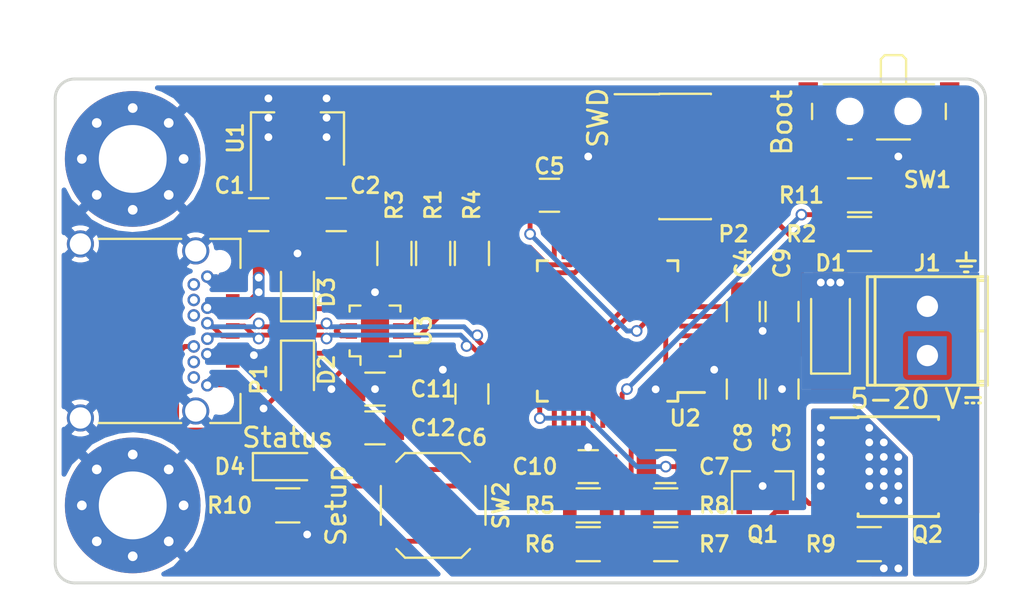
<source format=kicad_pcb>
(kicad_pcb (version 4) (host pcbnew 4.0.6)

  (general
    (links 121)
    (no_connects 0)
    (area 78.565 52.89 131.500001 84.500001)
    (thickness 1.6)
    (drawings 10)
    (tracks 428)
    (zones 0)
    (modules 39)
    (nets 65)
  )

  (page USLetter)
  (title_block
    (title "PD Buddy Sink")
    (rev 0.2)
  )

  (layers
    (0 F.Cu signal)
    (31 B.Cu signal)
    (32 B.Adhes user)
    (33 F.Adhes user)
    (34 B.Paste user)
    (35 F.Paste user)
    (36 B.SilkS user)
    (37 F.SilkS user)
    (38 B.Mask user)
    (39 F.Mask user)
    (40 Dwgs.User user)
    (41 Cmts.User user)
    (42 Eco1.User user)
    (43 Eco2.User user)
    (44 Edge.Cuts user)
    (45 Margin user)
    (46 B.CrtYd user)
    (47 F.CrtYd user)
    (48 B.Fab user)
    (49 F.Fab user)
  )

  (setup
    (last_trace_width 0.25)
    (trace_clearance 0.16)
    (zone_clearance 0.254)
    (zone_45_only no)
    (trace_min 0.2)
    (segment_width 0.2)
    (edge_width 0.15)
    (via_size 0.6)
    (via_drill 0.4)
    (via_min_size 0.4)
    (via_min_drill 0.3)
    (uvia_size 0.3)
    (uvia_drill 0.1)
    (uvias_allowed no)
    (uvia_min_size 0.2)
    (uvia_min_drill 0.1)
    (pcb_text_width 0.3)
    (pcb_text_size 1.5 1.5)
    (mod_edge_width 0.15)
    (mod_text_size 0.8 0.8)
    (mod_text_width 0.15)
    (pad_size 1.524 1.524)
    (pad_drill 0.762)
    (pad_to_mask_clearance 0.125)
    (aux_axis_origin 0 0)
    (grid_origin 90 70)
    (visible_elements FFFFFF7F)
    (pcbplotparams
      (layerselection 0x00030_80000001)
      (usegerberextensions false)
      (excludeedgelayer true)
      (linewidth 0.100000)
      (plotframeref false)
      (viasonmask false)
      (mode 1)
      (useauxorigin false)
      (hpglpennumber 1)
      (hpglpenspeed 20)
      (hpglpendiameter 15)
      (hpglpenoverlay 2)
      (psnegative false)
      (psa4output false)
      (plotreference true)
      (plotvalue true)
      (plotinvisibletext false)
      (padsonsilk false)
      (subtractmaskfromsilk false)
      (outputformat 1)
      (mirror false)
      (drillshape 1)
      (scaleselection 1)
      (outputdirectory ""))
  )

  (net 0 "")
  (net 1 VBUS)
  (net 2 GND)
  (net 3 +3V3)
  (net 4 /Microcontroller/nRST)
  (net 5 "/PD PHY/CC2")
  (net 6 "/PD PHY/CC1")
  (net 7 "Net-(P1-PadB8)")
  (net 8 "Net-(P1-PadB3)")
  (net 9 "Net-(P1-PadB10)")
  (net 10 "Net-(P1-PadB2)")
  (net 11 "Net-(P1-PadB11)")
  (net 12 "Net-(P1-PadA2)")
  (net 13 "Net-(P1-PadA3)")
  (net 14 "Net-(P1-PadA10)")
  (net 15 "Net-(P1-PadA8)")
  (net 16 "Net-(P1-PadA11)")
  (net 17 /Microcontroller/SWDIO)
  (net 18 /Microcontroller/SWCLK)
  (net 19 "Net-(P2-Pad6)")
  (net 20 "Net-(P2-Pad7)")
  (net 21 "Net-(P2-Pad8)")
  (net 22 "Net-(Q1-Pad1)")
  (net 23 /Microcontroller/INT_N)
  (net 24 "Net-(R2-Pad1)")
  (net 25 /Microcontroller/SCL)
  (net 26 /Microcontroller/SDA)
  (net 27 "Net-(R5-Pad1)")
  (net 28 /Microcontroller/OUT_CTRL)
  (net 29 "Net-(U2-Pad2)")
  (net 30 "Net-(U2-Pad3)")
  (net 31 "Net-(U2-Pad4)")
  (net 32 "Net-(U2-Pad5)")
  (net 33 "Net-(U2-Pad6)")
  (net 34 "Net-(U2-Pad10)")
  (net 35 "Net-(U2-Pad11)")
  (net 36 "Net-(U2-Pad12)")
  (net 37 "Net-(U2-Pad13)")
  (net 38 "Net-(U2-Pad14)")
  (net 39 "Net-(U2-Pad15)")
  (net 40 "Net-(U2-Pad16)")
  (net 41 "Net-(U2-Pad17)")
  (net 42 "Net-(U2-Pad18)")
  (net 43 "Net-(U2-Pad19)")
  (net 44 "Net-(U2-Pad20)")
  (net 45 "Net-(U2-Pad26)")
  (net 46 "Net-(U2-Pad27)")
  (net 47 "Net-(U2-Pad28)")
  (net 48 "Net-(U2-Pad29)")
  (net 49 "Net-(U2-Pad30)")
  (net 50 "Net-(U2-Pad40)")
  (net 51 "Net-(U2-Pad46)")
  (net 52 VCONN)
  (net 53 "Net-(D4-Pad1)")
  (net 54 /Microcontroller/D+)
  (net 55 /Microcontroller/D-)
  (net 56 /Microcontroller/SETUP)
  (net 57 /Microcontroller/NOPWR)
  (net 58 "Net-(U2-Pad31)")
  (net 59 "Net-(U2-Pad41)")
  (net 60 "Net-(U2-Pad42)")
  (net 61 "Net-(U2-Pad43)")
  (net 62 "Net-(Q1-Pad3)")
  (net 63 "Net-(R11-Pad1)")
  (net 64 /Output/OUT)

  (net_class Default "This is the default net class."
    (clearance 0.16)
    (trace_width 0.25)
    (via_dia 0.6)
    (via_drill 0.4)
    (uvia_dia 0.3)
    (uvia_drill 0.1)
    (add_net +3V3)
    (add_net /Microcontroller/D+)
    (add_net /Microcontroller/D-)
    (add_net /Microcontroller/INT_N)
    (add_net /Microcontroller/NOPWR)
    (add_net /Microcontroller/OUT_CTRL)
    (add_net /Microcontroller/SCL)
    (add_net /Microcontroller/SDA)
    (add_net /Microcontroller/SETUP)
    (add_net /Microcontroller/SWCLK)
    (add_net /Microcontroller/SWDIO)
    (add_net /Microcontroller/nRST)
    (add_net /Output/OUT)
    (add_net "/PD PHY/CC1")
    (add_net "/PD PHY/CC2")
    (add_net GND)
    (add_net "Net-(D4-Pad1)")
    (add_net "Net-(P1-PadA10)")
    (add_net "Net-(P1-PadA11)")
    (add_net "Net-(P1-PadA2)")
    (add_net "Net-(P1-PadA3)")
    (add_net "Net-(P1-PadA8)")
    (add_net "Net-(P1-PadB10)")
    (add_net "Net-(P1-PadB11)")
    (add_net "Net-(P1-PadB2)")
    (add_net "Net-(P1-PadB3)")
    (add_net "Net-(P1-PadB8)")
    (add_net "Net-(P2-Pad6)")
    (add_net "Net-(P2-Pad7)")
    (add_net "Net-(P2-Pad8)")
    (add_net "Net-(Q1-Pad1)")
    (add_net "Net-(Q1-Pad3)")
    (add_net "Net-(R11-Pad1)")
    (add_net "Net-(R2-Pad1)")
    (add_net "Net-(R5-Pad1)")
    (add_net "Net-(U2-Pad10)")
    (add_net "Net-(U2-Pad11)")
    (add_net "Net-(U2-Pad12)")
    (add_net "Net-(U2-Pad13)")
    (add_net "Net-(U2-Pad14)")
    (add_net "Net-(U2-Pad15)")
    (add_net "Net-(U2-Pad16)")
    (add_net "Net-(U2-Pad17)")
    (add_net "Net-(U2-Pad18)")
    (add_net "Net-(U2-Pad19)")
    (add_net "Net-(U2-Pad2)")
    (add_net "Net-(U2-Pad20)")
    (add_net "Net-(U2-Pad26)")
    (add_net "Net-(U2-Pad27)")
    (add_net "Net-(U2-Pad28)")
    (add_net "Net-(U2-Pad29)")
    (add_net "Net-(U2-Pad3)")
    (add_net "Net-(U2-Pad30)")
    (add_net "Net-(U2-Pad31)")
    (add_net "Net-(U2-Pad4)")
    (add_net "Net-(U2-Pad40)")
    (add_net "Net-(U2-Pad41)")
    (add_net "Net-(U2-Pad42)")
    (add_net "Net-(U2-Pad43)")
    (add_net "Net-(U2-Pad46)")
    (add_net "Net-(U2-Pad5)")
    (add_net "Net-(U2-Pad6)")
    (add_net VCONN)
  )

  (net_class Power ""
    (clearance 0.16)
    (trace_width 1.5)
    (via_dia 0.6)
    (via_drill 0.4)
    (uvia_dia 0.3)
    (uvia_drill 0.1)
  )

  (net_class Power_Small ""
    (clearance 0.16)
    (trace_width 0.6)
    (via_dia 0.6)
    (via_drill 0.4)
    (uvia_dia 0.3)
    (uvia_drill 0.1)
    (add_net VBUS)
  )

  (module Mounting_Holes:MountingHole_3.5mm_Pad_Via (layer F.Cu) (tedit 58DEFF23) (tstamp 5892A5A3)
    (at 85.5 79 90)
    (descr "Mounting Hole 3.5mm")
    (tags "mounting hole 3.5mm")
    (path /5892BB4F)
    (fp_text reference MK1 (at 0 -4.5 90) (layer F.Fab)
      (effects (font (size 0.8 0.8) (thickness 0.15)))
    )
    (fp_text value 3.5mm (at 0 4.5 90) (layer F.Fab)
      (effects (font (size 1 1) (thickness 0.15)))
    )
    (fp_circle (center 0 0) (end 3.5 0) (layer Cmts.User) (width 0.15))
    (fp_circle (center 0 0) (end 3.75 0) (layer F.CrtYd) (width 0.05))
    (pad 1 thru_hole circle (at 0 0 90) (size 7 7) (drill 3.5) (layers *.Cu *.Mask)
      (net 2 GND))
    (pad "" thru_hole circle (at 2.625 0 90) (size 0.6 0.6) (drill 0.5) (layers *.Cu *.Mask))
    (pad "" thru_hole circle (at 1.856155 1.856155 90) (size 0.6 0.6) (drill 0.5) (layers *.Cu *.Mask))
    (pad "" thru_hole circle (at 0 2.625 90) (size 0.6 0.6) (drill 0.5) (layers *.Cu *.Mask))
    (pad "" thru_hole circle (at -1.856155 1.856155 90) (size 0.6 0.6) (drill 0.5) (layers *.Cu *.Mask))
    (pad "" thru_hole circle (at -2.625 0 90) (size 0.6 0.6) (drill 0.5) (layers *.Cu *.Mask))
    (pad "" thru_hole circle (at -1.856155 -1.856155 90) (size 0.6 0.6) (drill 0.5) (layers *.Cu *.Mask))
    (pad "" thru_hole circle (at 0 -2.625 90) (size 0.6 0.6) (drill 0.5) (layers *.Cu *.Mask))
    (pad "" thru_hole circle (at 1.856155 -1.856155 90) (size 0.6 0.6) (drill 0.5) (layers *.Cu *.Mask))
  )

  (module Mounting_Holes:MountingHole_3.5mm_Pad_Via (layer F.Cu) (tedit 58DEFF1F) (tstamp 5892A5B2)
    (at 85.5 61.125 90)
    (descr "Mounting Hole 3.5mm")
    (tags "mounting hole 3.5mm")
    (path /5892BC07)
    (fp_text reference MK2 (at 0 -4.5 90) (layer F.Fab)
      (effects (font (size 0.8 0.8) (thickness 0.15)))
    )
    (fp_text value 3.5mm (at 0 4.5 90) (layer F.Fab)
      (effects (font (size 1 1) (thickness 0.15)))
    )
    (fp_circle (center 0 0) (end 3.5 0) (layer Cmts.User) (width 0.15))
    (fp_circle (center 0 0) (end 3.75 0) (layer F.CrtYd) (width 0.05))
    (pad 1 thru_hole circle (at 0 0 90) (size 7 7) (drill 3.5) (layers *.Cu *.Mask)
      (net 2 GND))
    (pad "" thru_hole circle (at 2.625 0 90) (size 0.6 0.6) (drill 0.5) (layers *.Cu *.Mask))
    (pad "" thru_hole circle (at 1.856155 1.856155 90) (size 0.6 0.6) (drill 0.5) (layers *.Cu *.Mask))
    (pad "" thru_hole circle (at 0 2.625 90) (size 0.6 0.6) (drill 0.5) (layers *.Cu *.Mask))
    (pad "" thru_hole circle (at -1.856155 1.856155 90) (size 0.6 0.6) (drill 0.5) (layers *.Cu *.Mask))
    (pad "" thru_hole circle (at -2.625 0 90) (size 0.6 0.6) (drill 0.5) (layers *.Cu *.Mask))
    (pad "" thru_hole circle (at -1.856155 -1.856155 90) (size 0.6 0.6) (drill 0.5) (layers *.Cu *.Mask))
    (pad "" thru_hole circle (at 0 -2.625 90) (size 0.6 0.6) (drill 0.5) (layers *.Cu *.Mask))
    (pad "" thru_hole circle (at 1.856155 -1.856155 90) (size 0.6 0.6) (drill 0.5) (layers *.Cu *.Mask))
  )

  (module LEDs:LED_0805 (layer F.Cu) (tedit 58DEF95B) (tstamp 5892C0EA)
    (at 93.5 77)
    (descr "LED 0805 smd package")
    (tags "LED led 0805 SMD smd SMT smt smdled SMDLED smtled SMTLED")
    (path /588FD270/58931071)
    (attr smd)
    (fp_text reference D4 (at -3 0) (layer F.SilkS)
      (effects (font (size 0.8 0.8) (thickness 0.15)))
    )
    (fp_text value Status (at 0 -1.5) (layer F.SilkS)
      (effects (font (size 1 1) (thickness 0.15)))
    )
    (fp_line (start -1.8 -0.7) (end -1.8 0.7) (layer F.SilkS) (width 0.12))
    (fp_line (start -0.4 -0.4) (end -0.4 0.4) (layer F.Fab) (width 0.1))
    (fp_line (start -0.4 0) (end 0.2 -0.4) (layer F.Fab) (width 0.1))
    (fp_line (start 0.2 0.4) (end -0.4 0) (layer F.Fab) (width 0.1))
    (fp_line (start 0.2 -0.4) (end 0.2 0.4) (layer F.Fab) (width 0.1))
    (fp_line (start 1 0.6) (end -1 0.6) (layer F.Fab) (width 0.1))
    (fp_line (start 1 -0.6) (end 1 0.6) (layer F.Fab) (width 0.1))
    (fp_line (start -1 -0.6) (end 1 -0.6) (layer F.Fab) (width 0.1))
    (fp_line (start -1 0.6) (end -1 -0.6) (layer F.Fab) (width 0.1))
    (fp_line (start -1.8 0.7) (end 1 0.7) (layer F.SilkS) (width 0.12))
    (fp_line (start -1.8 -0.7) (end 1 -0.7) (layer F.SilkS) (width 0.12))
    (fp_line (start 1.95 -0.85) (end 1.95 0.85) (layer F.CrtYd) (width 0.05))
    (fp_line (start 1.95 0.85) (end -1.95 0.85) (layer F.CrtYd) (width 0.05))
    (fp_line (start -1.95 0.85) (end -1.95 -0.85) (layer F.CrtYd) (width 0.05))
    (fp_line (start -1.95 -0.85) (end 1.95 -0.85) (layer F.CrtYd) (width 0.05))
    (pad 2 smd rect (at 1.1 0 180) (size 1.2 1.2) (layers F.Cu F.Paste F.Mask)
      (net 57 /Microcontroller/NOPWR))
    (pad 1 smd rect (at -1.1 0 180) (size 1.2 1.2) (layers F.Cu F.Paste F.Mask)
      (net 53 "Net-(D4-Pad1)"))
    (model LEDs.3dshapes/LED_0805.wrl
      (at (xyz 0 0 0))
      (scale (xyz 1 1 1))
      (rotate (xyz 0 0 0))
    )
  )

  (module Buttons_Switches_SMD:SW_SPDT_PCM12 (layer F.Cu) (tedit 58DEF931) (tstamp 589266BE)
    (at 124 59 180)
    (descr "Ultraminiature Surface Mount Slide Switch")
    (path /588FD270/589013E6)
    (attr smd)
    (fp_text reference SW1 (at -2.5 -3.2 180) (layer F.SilkS)
      (effects (font (size 0.8 0.8) (thickness 0.15)))
    )
    (fp_text value Boot (at 5 -0.25 270) (layer F.SilkS)
      (effects (font (size 1 1) (thickness 0.15)))
    )
    (fp_text user %R (at 0 -3.2 180) (layer F.Fab)
      (effects (font (size 1 1) (thickness 0.15)))
    )
    (fp_line (start -1.4 1.65) (end -1.4 2.95) (layer F.Fab) (width 0.1))
    (fp_line (start -1.4 2.95) (end -1.2 3.15) (layer F.Fab) (width 0.1))
    (fp_line (start -1.2 3.15) (end -0.35 3.15) (layer F.Fab) (width 0.1))
    (fp_line (start -0.35 3.15) (end -0.15 2.95) (layer F.Fab) (width 0.1))
    (fp_line (start -0.15 2.95) (end -0.1 2.9) (layer F.Fab) (width 0.1))
    (fp_line (start -0.1 2.9) (end -0.1 1.6) (layer F.Fab) (width 0.1))
    (fp_line (start -3.35 -1) (end -3.35 1.6) (layer F.Fab) (width 0.1))
    (fp_line (start -3.35 1.6) (end 3.35 1.6) (layer F.Fab) (width 0.1))
    (fp_line (start 3.35 1.6) (end 3.35 -1) (layer F.Fab) (width 0.1))
    (fp_line (start 3.35 -1) (end -3.35 -1) (layer F.Fab) (width 0.1))
    (fp_line (start 1.4 -1.12) (end 1.6 -1.12) (layer F.SilkS) (width 0.12))
    (fp_line (start -4.4 -2.45) (end 4.4 -2.45) (layer F.CrtYd) (width 0.05))
    (fp_line (start 4.4 -2.45) (end 4.4 2.1) (layer F.CrtYd) (width 0.05))
    (fp_line (start 4.4 2.1) (end 1.65 2.1) (layer F.CrtYd) (width 0.05))
    (fp_line (start 1.65 2.1) (end 1.65 3.4) (layer F.CrtYd) (width 0.05))
    (fp_line (start 1.65 3.4) (end -1.65 3.4) (layer F.CrtYd) (width 0.05))
    (fp_line (start -1.65 3.4) (end -1.65 2.1) (layer F.CrtYd) (width 0.05))
    (fp_line (start -1.65 2.1) (end -4.4 2.1) (layer F.CrtYd) (width 0.05))
    (fp_line (start -4.4 2.1) (end -4.4 -2.45) (layer F.CrtYd) (width 0.05))
    (fp_line (start -1.4 3.02) (end -1.2 3.23) (layer F.SilkS) (width 0.12))
    (fp_line (start -0.1 3.02) (end -0.3 3.23) (layer F.SilkS) (width 0.12))
    (fp_line (start -1.4 1.73) (end -1.4 3.02) (layer F.SilkS) (width 0.12))
    (fp_line (start -1.2 3.23) (end -0.3 3.23) (layer F.SilkS) (width 0.12))
    (fp_line (start -0.1 3.02) (end -0.1 1.73) (layer F.SilkS) (width 0.12))
    (fp_line (start -2.85 1.73) (end 2.85 1.73) (layer F.SilkS) (width 0.12))
    (fp_line (start -1.6 -1.12) (end 0.1 -1.12) (layer F.SilkS) (width 0.12))
    (fp_line (start -3.45 -0.07) (end -3.45 0.72) (layer F.SilkS) (width 0.12))
    (fp_line (start 3.45 0.72) (end 3.45 -0.07) (layer F.SilkS) (width 0.12))
    (pad "" np_thru_hole circle (at -1.5 0.33 180) (size 0.9 0.9) (drill 0.9) (layers *.Cu *.Mask))
    (pad "" np_thru_hole circle (at 1.5 0.33 180) (size 0.9 0.9) (drill 0.9) (layers *.Cu *.Mask))
    (pad 1 smd rect (at -2.25 -1.43 180) (size 0.7 1.5) (layers F.Cu F.Paste F.Mask)
      (net 2 GND))
    (pad 2 smd rect (at 0.75 -1.43 180) (size 0.7 1.5) (layers F.Cu F.Paste F.Mask)
      (net 63 "Net-(R11-Pad1)"))
    (pad 3 smd rect (at 2.25 -1.43 180) (size 0.7 1.5) (layers F.Cu F.Paste F.Mask)
      (net 3 +3V3))
    (pad "" smd rect (at -3.65 1.43 180) (size 1 0.8) (layers F.Cu F.Paste F.Mask))
    (pad "" smd rect (at 3.65 1.43 180) (size 1 0.8) (layers F.Cu F.Paste F.Mask))
    (pad "" smd rect (at 3.65 -0.78 180) (size 1 0.8) (layers F.Cu F.Paste F.Mask))
    (pad "" smd rect (at -3.65 -0.78 180) (size 1 0.8) (layers F.Cu F.Paste F.Mask))
  )

  (module Housings_QFP:LQFP-48_7x7mm_Pitch0.5mm (layer F.Cu) (tedit 54130A77) (tstamp 58926732)
    (at 110 70 180)
    (descr "48 LEAD LQFP 7x7mm (see MICREL LQFP7x7-48LD-PL-1.pdf)")
    (tags "QFP 0.5")
    (path /588FD270/588FD426)
    (attr smd)
    (fp_text reference U2 (at -4 -4.5 180) (layer F.SilkS)
      (effects (font (size 0.8 0.8) (thickness 0.15)))
    )
    (fp_text value STM32F072CBTx (at 0 6 180) (layer F.Fab)
      (effects (font (size 1 1) (thickness 0.15)))
    )
    (fp_text user %R (at 0 0 180) (layer F.Fab)
      (effects (font (size 1 1) (thickness 0.15)))
    )
    (fp_line (start -2.5 -3.5) (end 3.5 -3.5) (layer F.Fab) (width 0.15))
    (fp_line (start 3.5 -3.5) (end 3.5 3.5) (layer F.Fab) (width 0.15))
    (fp_line (start 3.5 3.5) (end -3.5 3.5) (layer F.Fab) (width 0.15))
    (fp_line (start -3.5 3.5) (end -3.5 -2.5) (layer F.Fab) (width 0.15))
    (fp_line (start -3.5 -2.5) (end -2.5 -3.5) (layer F.Fab) (width 0.15))
    (fp_line (start -5.25 -5.25) (end -5.25 5.25) (layer F.CrtYd) (width 0.05))
    (fp_line (start 5.25 -5.25) (end 5.25 5.25) (layer F.CrtYd) (width 0.05))
    (fp_line (start -5.25 -5.25) (end 5.25 -5.25) (layer F.CrtYd) (width 0.05))
    (fp_line (start -5.25 5.25) (end 5.25 5.25) (layer F.CrtYd) (width 0.05))
    (fp_line (start -3.625 -3.625) (end -3.625 -3.175) (layer F.SilkS) (width 0.15))
    (fp_line (start 3.625 -3.625) (end 3.625 -3.1) (layer F.SilkS) (width 0.15))
    (fp_line (start 3.625 3.625) (end 3.625 3.1) (layer F.SilkS) (width 0.15))
    (fp_line (start -3.625 3.625) (end -3.625 3.1) (layer F.SilkS) (width 0.15))
    (fp_line (start -3.625 -3.625) (end -3.1 -3.625) (layer F.SilkS) (width 0.15))
    (fp_line (start -3.625 3.625) (end -3.1 3.625) (layer F.SilkS) (width 0.15))
    (fp_line (start 3.625 3.625) (end 3.1 3.625) (layer F.SilkS) (width 0.15))
    (fp_line (start 3.625 -3.625) (end 3.1 -3.625) (layer F.SilkS) (width 0.15))
    (fp_line (start -3.625 -3.175) (end -5 -3.175) (layer F.SilkS) (width 0.15))
    (pad 1 smd rect (at -4.35 -2.75 180) (size 1.3 0.25) (layers F.Cu F.Paste F.Mask)
      (net 3 +3V3))
    (pad 2 smd rect (at -4.35 -2.25 180) (size 1.3 0.25) (layers F.Cu F.Paste F.Mask)
      (net 29 "Net-(U2-Pad2)"))
    (pad 3 smd rect (at -4.35 -1.75 180) (size 1.3 0.25) (layers F.Cu F.Paste F.Mask)
      (net 30 "Net-(U2-Pad3)"))
    (pad 4 smd rect (at -4.35 -1.25 180) (size 1.3 0.25) (layers F.Cu F.Paste F.Mask)
      (net 31 "Net-(U2-Pad4)"))
    (pad 5 smd rect (at -4.35 -0.75 180) (size 1.3 0.25) (layers F.Cu F.Paste F.Mask)
      (net 32 "Net-(U2-Pad5)"))
    (pad 6 smd rect (at -4.35 -0.25 180) (size 1.3 0.25) (layers F.Cu F.Paste F.Mask)
      (net 33 "Net-(U2-Pad6)"))
    (pad 7 smd rect (at -4.35 0.25 180) (size 1.3 0.25) (layers F.Cu F.Paste F.Mask)
      (net 4 /Microcontroller/nRST))
    (pad 8 smd rect (at -4.35 0.75 180) (size 1.3 0.25) (layers F.Cu F.Paste F.Mask)
      (net 2 GND))
    (pad 9 smd rect (at -4.35 1.25 180) (size 1.3 0.25) (layers F.Cu F.Paste F.Mask)
      (net 3 +3V3))
    (pad 10 smd rect (at -4.35 1.75 180) (size 1.3 0.25) (layers F.Cu F.Paste F.Mask)
      (net 34 "Net-(U2-Pad10)"))
    (pad 11 smd rect (at -4.35 2.25 180) (size 1.3 0.25) (layers F.Cu F.Paste F.Mask)
      (net 35 "Net-(U2-Pad11)"))
    (pad 12 smd rect (at -4.35 2.75 180) (size 1.3 0.25) (layers F.Cu F.Paste F.Mask)
      (net 36 "Net-(U2-Pad12)"))
    (pad 13 smd rect (at -2.75 4.35 270) (size 1.3 0.25) (layers F.Cu F.Paste F.Mask)
      (net 37 "Net-(U2-Pad13)"))
    (pad 14 smd rect (at -2.25 4.35 270) (size 1.3 0.25) (layers F.Cu F.Paste F.Mask)
      (net 38 "Net-(U2-Pad14)"))
    (pad 15 smd rect (at -1.75 4.35 270) (size 1.3 0.25) (layers F.Cu F.Paste F.Mask)
      (net 39 "Net-(U2-Pad15)"))
    (pad 16 smd rect (at -1.25 4.35 270) (size 1.3 0.25) (layers F.Cu F.Paste F.Mask)
      (net 40 "Net-(U2-Pad16)"))
    (pad 17 smd rect (at -0.75 4.35 270) (size 1.3 0.25) (layers F.Cu F.Paste F.Mask)
      (net 41 "Net-(U2-Pad17)"))
    (pad 18 smd rect (at -0.25 4.35 270) (size 1.3 0.25) (layers F.Cu F.Paste F.Mask)
      (net 42 "Net-(U2-Pad18)"))
    (pad 19 smd rect (at 0.25 4.35 270) (size 1.3 0.25) (layers F.Cu F.Paste F.Mask)
      (net 43 "Net-(U2-Pad19)"))
    (pad 20 smd rect (at 0.75 4.35 270) (size 1.3 0.25) (layers F.Cu F.Paste F.Mask)
      (net 44 "Net-(U2-Pad20)"))
    (pad 21 smd rect (at 1.25 4.35 270) (size 1.3 0.25) (layers F.Cu F.Paste F.Mask)
      (net 25 /Microcontroller/SCL))
    (pad 22 smd rect (at 1.75 4.35 270) (size 1.3 0.25) (layers F.Cu F.Paste F.Mask)
      (net 26 /Microcontroller/SDA))
    (pad 23 smd rect (at 2.25 4.35 270) (size 1.3 0.25) (layers F.Cu F.Paste F.Mask)
      (net 2 GND))
    (pad 24 smd rect (at 2.75 4.35 270) (size 1.3 0.25) (layers F.Cu F.Paste F.Mask)
      (net 3 +3V3))
    (pad 25 smd rect (at 4.35 2.75 180) (size 1.3 0.25) (layers F.Cu F.Paste F.Mask)
      (net 23 /Microcontroller/INT_N))
    (pad 26 smd rect (at 4.35 2.25 180) (size 1.3 0.25) (layers F.Cu F.Paste F.Mask)
      (net 45 "Net-(U2-Pad26)"))
    (pad 27 smd rect (at 4.35 1.75 180) (size 1.3 0.25) (layers F.Cu F.Paste F.Mask)
      (net 46 "Net-(U2-Pad27)"))
    (pad 28 smd rect (at 4.35 1.25 180) (size 1.3 0.25) (layers F.Cu F.Paste F.Mask)
      (net 47 "Net-(U2-Pad28)"))
    (pad 29 smd rect (at 4.35 0.75 180) (size 1.3 0.25) (layers F.Cu F.Paste F.Mask)
      (net 48 "Net-(U2-Pad29)"))
    (pad 30 smd rect (at 4.35 0.25 180) (size 1.3 0.25) (layers F.Cu F.Paste F.Mask)
      (net 49 "Net-(U2-Pad30)"))
    (pad 31 smd rect (at 4.35 -0.25 180) (size 1.3 0.25) (layers F.Cu F.Paste F.Mask)
      (net 58 "Net-(U2-Pad31)"))
    (pad 32 smd rect (at 4.35 -0.75 180) (size 1.3 0.25) (layers F.Cu F.Paste F.Mask)
      (net 55 /Microcontroller/D-))
    (pad 33 smd rect (at 4.35 -1.25 180) (size 1.3 0.25) (layers F.Cu F.Paste F.Mask)
      (net 54 /Microcontroller/D+))
    (pad 34 smd rect (at 4.35 -1.75 180) (size 1.3 0.25) (layers F.Cu F.Paste F.Mask)
      (net 17 /Microcontroller/SWDIO))
    (pad 35 smd rect (at 4.35 -2.25 180) (size 1.3 0.25) (layers F.Cu F.Paste F.Mask)
      (net 2 GND))
    (pad 36 smd rect (at 4.35 -2.75 180) (size 1.3 0.25) (layers F.Cu F.Paste F.Mask)
      (net 3 +3V3))
    (pad 37 smd rect (at 2.75 -4.35 270) (size 1.3 0.25) (layers F.Cu F.Paste F.Mask)
      (net 18 /Microcontroller/SWCLK))
    (pad 38 smd rect (at 2.25 -4.35 270) (size 1.3 0.25) (layers F.Cu F.Paste F.Mask)
      (net 57 /Microcontroller/NOPWR))
    (pad 39 smd rect (at 1.75 -4.35 270) (size 1.3 0.25) (layers F.Cu F.Paste F.Mask)
      (net 56 /Microcontroller/SETUP))
    (pad 40 smd rect (at 1.25 -4.35 270) (size 1.3 0.25) (layers F.Cu F.Paste F.Mask)
      (net 50 "Net-(U2-Pad40)"))
    (pad 41 smd rect (at 0.75 -4.35 270) (size 1.3 0.25) (layers F.Cu F.Paste F.Mask)
      (net 59 "Net-(U2-Pad41)"))
    (pad 42 smd rect (at 0.25 -4.35 270) (size 1.3 0.25) (layers F.Cu F.Paste F.Mask)
      (net 60 "Net-(U2-Pad42)"))
    (pad 43 smd rect (at -0.25 -4.35 270) (size 1.3 0.25) (layers F.Cu F.Paste F.Mask)
      (net 61 "Net-(U2-Pad43)"))
    (pad 44 smd rect (at -0.75 -4.35 270) (size 1.3 0.25) (layers F.Cu F.Paste F.Mask)
      (net 24 "Net-(R2-Pad1)"))
    (pad 45 smd rect (at -1.25 -4.35 270) (size 1.3 0.25) (layers F.Cu F.Paste F.Mask)
      (net 28 /Microcontroller/OUT_CTRL))
    (pad 46 smd rect (at -1.75 -4.35 270) (size 1.3 0.25) (layers F.Cu F.Paste F.Mask)
      (net 51 "Net-(U2-Pad46)"))
    (pad 47 smd rect (at -2.25 -4.35 270) (size 1.3 0.25) (layers F.Cu F.Paste F.Mask)
      (net 2 GND))
    (pad 48 smd rect (at -2.75 -4.35 270) (size 1.3 0.25) (layers F.Cu F.Paste F.Mask)
      (net 3 +3V3))
    (model Housings_QFP.3dshapes/LQFP-48_7x7mm_Pitch0.5mm.wrl
      (at (xyz 0 0 0))
      (scale (xyz 1 1 1))
      (rotate (xyz 0 0 0))
    )
  )

  (module Connectors_Terminal_Blocks:TerminalBlock_Pheonix_MPT-2.54mm_2pol (layer F.Cu) (tedit 58DEF94C) (tstamp 58926570)
    (at 126.5 71.27 90)
    (descr "2-way 2.54mm pitch terminal block, Phoenix MPT series")
    (path /588FA3A4/588FA688)
    (fp_text reference J1 (at 4.77 0 180) (layer F.SilkS)
      (effects (font (size 0.8 0.8) (thickness 0.15)))
    )
    (fp_text value "5-20 V⎓" (at -2.23 -0.5 180) (layer F.SilkS)
      (effects (font (size 1 1) (thickness 0.15)))
    )
    (fp_line (start -1.7 -3.3) (end 4.3 -3.3) (layer F.CrtYd) (width 0.05))
    (fp_line (start -1.7 3.3) (end -1.7 -3.3) (layer F.CrtYd) (width 0.05))
    (fp_line (start 4.3 3.3) (end -1.7 3.3) (layer F.CrtYd) (width 0.05))
    (fp_line (start 4.3 -3.3) (end 4.3 3.3) (layer F.CrtYd) (width 0.05))
    (fp_line (start 4.06908 2.60096) (end -1.52908 2.60096) (layer F.SilkS) (width 0.15))
    (fp_line (start -1.33096 3.0988) (end -1.33096 2.60096) (layer F.SilkS) (width 0.15))
    (fp_line (start 3.87096 2.60096) (end 3.87096 3.0988) (layer F.SilkS) (width 0.15))
    (fp_line (start 1.27 3.0988) (end 1.27 2.60096) (layer F.SilkS) (width 0.15))
    (fp_line (start -1.52908 -2.70002) (end 4.06908 -2.70002) (layer F.SilkS) (width 0.15))
    (fp_line (start -1.52908 3.0988) (end 4.06908 3.0988) (layer F.SilkS) (width 0.15))
    (fp_line (start 4.06908 3.0988) (end 4.06908 -3.0988) (layer F.SilkS) (width 0.15))
    (fp_line (start 4.06908 -3.0988) (end -1.52908 -3.0988) (layer F.SilkS) (width 0.15))
    (fp_line (start -1.52908 -3.0988) (end -1.52908 3.0988) (layer F.SilkS) (width 0.15))
    (pad 2 thru_hole oval (at 2.54 0 90) (size 1.99898 1.99898) (drill 1.09728) (layers *.Cu *.Mask)
      (net 2 GND))
    (pad 1 thru_hole rect (at 0 0 90) (size 1.99898 1.99898) (drill 1.09728) (layers *.Cu *.Mask)
      (net 64 /Output/OUT))
    (model Terminal_Blocks.3dshapes/TerminalBlock_Pheonix_MPT-2.54mm_2pol.wrl
      (at (xyz 0.05 0 0))
      (scale (xyz 1 1 1))
      (rotate (xyz 0 0 0))
    )
  )

  (module Housings_SOIC:SOIC-8_3.9x4.9mm_Pitch1.27mm (layer F.Cu) (tedit 58CD0CDA) (tstamp 5892660D)
    (at 125 77)
    (descr "8-Lead Plastic Small Outline (SN) - Narrow, 3.90 mm Body [SOIC] (see Microchip Packaging Specification 00000049BS.pdf)")
    (tags "SOIC 1.27")
    (path /588FA3A4/588FA570)
    (attr smd)
    (fp_text reference Q2 (at 1.5 3.5) (layer F.SilkS)
      (effects (font (size 0.8 0.8) (thickness 0.15)))
    )
    (fp_text value DMP4015SSS (at 0 3.5) (layer F.Fab)
      (effects (font (size 1 1) (thickness 0.15)))
    )
    (fp_text user %R (at 0 0) (layer F.Fab)
      (effects (font (size 1 1) (thickness 0.15)))
    )
    (fp_line (start -0.95 -2.45) (end 1.95 -2.45) (layer F.Fab) (width 0.1))
    (fp_line (start 1.95 -2.45) (end 1.95 2.45) (layer F.Fab) (width 0.1))
    (fp_line (start 1.95 2.45) (end -1.95 2.45) (layer F.Fab) (width 0.1))
    (fp_line (start -1.95 2.45) (end -1.95 -1.45) (layer F.Fab) (width 0.1))
    (fp_line (start -1.95 -1.45) (end -0.95 -2.45) (layer F.Fab) (width 0.1))
    (fp_line (start -3.73 -2.7) (end -3.73 2.7) (layer F.CrtYd) (width 0.05))
    (fp_line (start 3.73 -2.7) (end 3.73 2.7) (layer F.CrtYd) (width 0.05))
    (fp_line (start -3.73 -2.7) (end 3.73 -2.7) (layer F.CrtYd) (width 0.05))
    (fp_line (start -3.73 2.7) (end 3.73 2.7) (layer F.CrtYd) (width 0.05))
    (fp_line (start -2.075 -2.575) (end -2.075 -2.525) (layer F.SilkS) (width 0.15))
    (fp_line (start 2.075 -2.575) (end 2.075 -2.43) (layer F.SilkS) (width 0.15))
    (fp_line (start 2.075 2.575) (end 2.075 2.43) (layer F.SilkS) (width 0.15))
    (fp_line (start -2.075 2.575) (end -2.075 2.43) (layer F.SilkS) (width 0.15))
    (fp_line (start -2.075 -2.575) (end 2.075 -2.575) (layer F.SilkS) (width 0.15))
    (fp_line (start -2.075 2.575) (end 2.075 2.575) (layer F.SilkS) (width 0.15))
    (fp_line (start -2.075 -2.525) (end -3.475 -2.525) (layer F.SilkS) (width 0.15))
    (pad 1 smd rect (at -2.7 -1.905) (size 1.55 0.6) (layers F.Cu F.Paste F.Mask)
      (net 1 VBUS))
    (pad 2 smd rect (at -2.7 -0.635) (size 1.55 0.6) (layers F.Cu F.Paste F.Mask)
      (net 1 VBUS))
    (pad 3 smd rect (at -2.7 0.635) (size 1.55 0.6) (layers F.Cu F.Paste F.Mask)
      (net 1 VBUS))
    (pad 4 smd rect (at -2.7 1.905) (size 1.55 0.6) (layers F.Cu F.Paste F.Mask)
      (net 62 "Net-(Q1-Pad3)"))
    (pad 5 smd rect (at 2.7 1.905) (size 1.55 0.6) (layers F.Cu F.Paste F.Mask)
      (net 64 /Output/OUT))
    (pad 6 smd rect (at 2.7 0.635) (size 1.55 0.6) (layers F.Cu F.Paste F.Mask)
      (net 64 /Output/OUT))
    (pad 7 smd rect (at 2.7 -0.635) (size 1.55 0.6) (layers F.Cu F.Paste F.Mask)
      (net 64 /Output/OUT))
    (pad 8 smd rect (at 2.7 -1.905) (size 1.55 0.6) (layers F.Cu F.Paste F.Mask)
      (net 64 /Output/OUT))
    (model Housings_SOIC.3dshapes/SOIC-8_3.9x4.9mm_Pitch1.27mm.wrl
      (at (xyz 0 0 0))
      (scale (xyz 1 1 1))
      (rotate (xyz 0 0 0))
    )
  )

  (module TO_SOT_Packages_SMD:SOT-23 (layer F.Cu) (tedit 58CE4E7E) (tstamp 589265F1)
    (at 118 78 90)
    (descr "SOT-23, Standard")
    (tags SOT-23)
    (path /588FA3A4/588FA577)
    (attr smd)
    (fp_text reference Q1 (at -2.5 0 180) (layer F.SilkS)
      (effects (font (size 0.8 0.8) (thickness 0.15)))
    )
    (fp_text value MMBT2222ALT1G (at 0 2.5 90) (layer F.Fab)
      (effects (font (size 1 1) (thickness 0.15)))
    )
    (fp_text user %R (at 0 0 90) (layer F.Fab)
      (effects (font (size 0.5 0.5) (thickness 0.075)))
    )
    (fp_line (start -0.7 -0.95) (end -0.7 1.5) (layer F.Fab) (width 0.1))
    (fp_line (start -0.15 -1.52) (end 0.7 -1.52) (layer F.Fab) (width 0.1))
    (fp_line (start -0.7 -0.95) (end -0.15 -1.52) (layer F.Fab) (width 0.1))
    (fp_line (start 0.7 -1.52) (end 0.7 1.52) (layer F.Fab) (width 0.1))
    (fp_line (start -0.7 1.52) (end 0.7 1.52) (layer F.Fab) (width 0.1))
    (fp_line (start 0.76 1.58) (end 0.76 0.65) (layer F.SilkS) (width 0.12))
    (fp_line (start 0.76 -1.58) (end 0.76 -0.65) (layer F.SilkS) (width 0.12))
    (fp_line (start -1.7 -1.75) (end 1.7 -1.75) (layer F.CrtYd) (width 0.05))
    (fp_line (start 1.7 -1.75) (end 1.7 1.75) (layer F.CrtYd) (width 0.05))
    (fp_line (start 1.7 1.75) (end -1.7 1.75) (layer F.CrtYd) (width 0.05))
    (fp_line (start -1.7 1.75) (end -1.7 -1.75) (layer F.CrtYd) (width 0.05))
    (fp_line (start 0.76 -1.58) (end -1.4 -1.58) (layer F.SilkS) (width 0.12))
    (fp_line (start 0.76 1.58) (end -0.7 1.58) (layer F.SilkS) (width 0.12))
    (pad 1 smd rect (at -1 -0.95 90) (size 0.9 0.8) (layers F.Cu F.Paste F.Mask)
      (net 22 "Net-(Q1-Pad1)"))
    (pad 2 smd rect (at -1 0.95 90) (size 0.9 0.8) (layers F.Cu F.Paste F.Mask)
      (net 2 GND))
    (pad 3 smd rect (at 1 0 90) (size 0.9 0.8) (layers F.Cu F.Paste F.Mask)
      (net 62 "Net-(Q1-Pad3)"))
    (model ${KISYS3DMOD}/TO_SOT_Packages_SMD.3dshapes/SOT-23.wrl
      (at (xyz 0 0 0))
      (scale (xyz 1 1 1))
      (rotate (xyz 0 0 90))
    )
  )

  (module Diodes_SMD:D_SOD-323 (layer F.Cu) (tedit 58641739) (tstamp 58926546)
    (at 94 72 270)
    (descr SOD-323)
    (tags SOD-323)
    (path /588FB1D7/588FB3E3)
    (attr smd)
    (fp_text reference D2 (at 0 -1.5 270) (layer F.SilkS)
      (effects (font (size 0.8 0.8) (thickness 0.15)))
    )
    (fp_text value CZRF52C5V6 (at 0.1 1.9 270) (layer F.Fab)
      (effects (font (size 1 1) (thickness 0.15)))
    )
    (fp_line (start -1.5 -0.85) (end -1.5 0.85) (layer F.SilkS) (width 0.12))
    (fp_line (start 0.2 0) (end 0.45 0) (layer F.Fab) (width 0.1))
    (fp_line (start 0.2 0.35) (end -0.3 0) (layer F.Fab) (width 0.1))
    (fp_line (start 0.2 -0.35) (end 0.2 0.35) (layer F.Fab) (width 0.1))
    (fp_line (start -0.3 0) (end 0.2 -0.35) (layer F.Fab) (width 0.1))
    (fp_line (start -0.3 0) (end -0.5 0) (layer F.Fab) (width 0.1))
    (fp_line (start -0.3 -0.35) (end -0.3 0.35) (layer F.Fab) (width 0.1))
    (fp_line (start -0.9 0.7) (end -0.9 -0.7) (layer F.Fab) (width 0.1))
    (fp_line (start 0.9 0.7) (end -0.9 0.7) (layer F.Fab) (width 0.1))
    (fp_line (start 0.9 -0.7) (end 0.9 0.7) (layer F.Fab) (width 0.1))
    (fp_line (start -0.9 -0.7) (end 0.9 -0.7) (layer F.Fab) (width 0.1))
    (fp_line (start -1.6 -0.95) (end 1.6 -0.95) (layer F.CrtYd) (width 0.05))
    (fp_line (start 1.6 -0.95) (end 1.6 0.95) (layer F.CrtYd) (width 0.05))
    (fp_line (start -1.6 0.95) (end 1.6 0.95) (layer F.CrtYd) (width 0.05))
    (fp_line (start -1.6 -0.95) (end -1.6 0.95) (layer F.CrtYd) (width 0.05))
    (fp_line (start -1.5 0.85) (end 1.05 0.85) (layer F.SilkS) (width 0.12))
    (fp_line (start -1.5 -0.85) (end 1.05 -0.85) (layer F.SilkS) (width 0.12))
    (pad 1 smd rect (at -1.05 0 270) (size 0.6 0.45) (layers F.Cu F.Paste F.Mask)
      (net 5 "/PD PHY/CC2"))
    (pad 2 smd rect (at 1.05 0 270) (size 0.6 0.45) (layers F.Cu F.Paste F.Mask)
      (net 2 GND))
    (model Diodes_SMD.3dshapes/D_SOD-323.wrl
      (at (xyz 0 0 0))
      (scale (xyz 1 1 1))
      (rotate (xyz 0 0 180))
    )
  )

  (module Diodes_SMD:D_SOD-323 (layer F.Cu) (tedit 58641739) (tstamp 5892655D)
    (at 94 68 90)
    (descr SOD-323)
    (tags SOD-323)
    (path /588FB1D7/588FB500)
    (attr smd)
    (fp_text reference D3 (at 0 1.5 90) (layer F.SilkS)
      (effects (font (size 0.8 0.8) (thickness 0.15)))
    )
    (fp_text value CZRF52C5V6 (at 0.1 1.9 90) (layer F.Fab)
      (effects (font (size 1 1) (thickness 0.15)))
    )
    (fp_line (start -1.5 -0.85) (end -1.5 0.85) (layer F.SilkS) (width 0.12))
    (fp_line (start 0.2 0) (end 0.45 0) (layer F.Fab) (width 0.1))
    (fp_line (start 0.2 0.35) (end -0.3 0) (layer F.Fab) (width 0.1))
    (fp_line (start 0.2 -0.35) (end 0.2 0.35) (layer F.Fab) (width 0.1))
    (fp_line (start -0.3 0) (end 0.2 -0.35) (layer F.Fab) (width 0.1))
    (fp_line (start -0.3 0) (end -0.5 0) (layer F.Fab) (width 0.1))
    (fp_line (start -0.3 -0.35) (end -0.3 0.35) (layer F.Fab) (width 0.1))
    (fp_line (start -0.9 0.7) (end -0.9 -0.7) (layer F.Fab) (width 0.1))
    (fp_line (start 0.9 0.7) (end -0.9 0.7) (layer F.Fab) (width 0.1))
    (fp_line (start 0.9 -0.7) (end 0.9 0.7) (layer F.Fab) (width 0.1))
    (fp_line (start -0.9 -0.7) (end 0.9 -0.7) (layer F.Fab) (width 0.1))
    (fp_line (start -1.6 -0.95) (end 1.6 -0.95) (layer F.CrtYd) (width 0.05))
    (fp_line (start 1.6 -0.95) (end 1.6 0.95) (layer F.CrtYd) (width 0.05))
    (fp_line (start -1.6 0.95) (end 1.6 0.95) (layer F.CrtYd) (width 0.05))
    (fp_line (start -1.6 -0.95) (end -1.6 0.95) (layer F.CrtYd) (width 0.05))
    (fp_line (start -1.5 0.85) (end 1.05 0.85) (layer F.SilkS) (width 0.12))
    (fp_line (start -1.5 -0.85) (end 1.05 -0.85) (layer F.SilkS) (width 0.12))
    (pad 1 smd rect (at -1.05 0 90) (size 0.6 0.45) (layers F.Cu F.Paste F.Mask)
      (net 6 "/PD PHY/CC1"))
    (pad 2 smd rect (at 1.05 0 90) (size 0.6 0.45) (layers F.Cu F.Paste F.Mask)
      (net 2 GND))
    (model Diodes_SMD.3dshapes/D_SOD-323.wrl
      (at (xyz 0 0 0))
      (scale (xyz 1 1 1))
      (rotate (xyz 0 0 180))
    )
  )

  (module TO_SOT_Packages_SMD:SOT89-3_Housing (layer F.Cu) (tedit 58CE4E7F) (tstamp 589266EB)
    (at 94 60.5 90)
    (descr "SOT89-3, Housing,")
    (tags "SOT89-3 Housing ")
    (path /588F9A21/588FA408)
    (attr smd)
    (fp_text reference U1 (at 0.45 -3.2 90) (layer F.SilkS)
      (effects (font (size 0.8 0.8) (thickness 0.15)))
    )
    (fp_text value AP2204R-3.3TRG1 (at 0.45 3.25 90) (layer F.Fab)
      (effects (font (size 1 1) (thickness 0.15)))
    )
    (fp_text user %R (at 0.38 0 90) (layer F.Fab)
      (effects (font (size 0.6 0.6) (thickness 0.09)))
    )
    (fp_line (start 1.78 1.2) (end 1.78 2.4) (layer F.SilkS) (width 0.12))
    (fp_line (start 1.78 2.4) (end -0.92 2.4) (layer F.SilkS) (width 0.12))
    (fp_line (start -2.22 -2.4) (end 1.78 -2.4) (layer F.SilkS) (width 0.12))
    (fp_line (start 1.78 -2.4) (end 1.78 -1.2) (layer F.SilkS) (width 0.12))
    (fp_line (start -0.92 -1.51) (end -0.13 -2.3) (layer F.Fab) (width 0.1))
    (fp_line (start 1.68 -2.3) (end 1.68 2.3) (layer F.Fab) (width 0.1))
    (fp_line (start 1.68 2.3) (end -0.92 2.3) (layer F.Fab) (width 0.1))
    (fp_line (start -0.92 2.3) (end -0.92 -1.51) (layer F.Fab) (width 0.1))
    (fp_line (start -0.13 -2.3) (end 1.68 -2.3) (layer F.Fab) (width 0.1))
    (fp_line (start 3.23 -2.55) (end 3.23 2.55) (layer F.CrtYd) (width 0.05))
    (fp_line (start 3.23 -2.55) (end -2.48 -2.55) (layer F.CrtYd) (width 0.05))
    (fp_line (start -2.48 2.55) (end 3.23 2.55) (layer F.CrtYd) (width 0.05))
    (fp_line (start -2.48 2.55) (end -2.48 -2.55) (layer F.CrtYd) (width 0.05))
    (pad 1 smd rect (at -1.48 -1.5) (size 1 1.5) (layers F.Cu F.Paste F.Mask)
      (net 1 VBUS))
    (pad 2 smd rect (at -1.48 0) (size 1 1.5) (layers F.Cu F.Paste F.Mask)
      (net 2 GND))
    (pad 3 smd rect (at -1.48 1.5) (size 1 1.5) (layers F.Cu F.Paste F.Mask)
      (net 3 +3V3))
    (pad 2 smd rect (at 1.48 0) (size 2 3) (layers F.Cu F.Paste F.Mask)
      (net 2 GND))
    (pad 2 smd trapezoid (at -0.37 0 180) (size 1.5 0.75) (rect_delta 0 0.5 ) (layers F.Cu F.Paste F.Mask)
      (net 2 GND))
    (model ${KISYS3DMOD}/TO_SOT_Packages_SMD.3dshapes/SOT89-3_Housing.wrl
      (at (xyz 0.02 0 0))
      (scale (xyz 0.39 0.39 0.39))
      (rotate (xyz 0 0 90))
    )
  )

  (module Pin_Headers:Pin_Header_Straight_2x05_Pitch1.27mm_SMD (layer F.Cu) (tedit 58DEF920) (tstamp 589265DD)
    (at 114 61)
    (descr "surface-mounted straight pin header, 2x05, 1.27mm pitch, double rows")
    (tags "Surface mounted pin header SMD 2x05 1.27mm double row")
    (path /588FD270/5892D0FE)
    (attr smd)
    (fp_text reference P2 (at 2.5 4) (layer F.SilkS)
      (effects (font (size 0.8 0.8) (thickness 0.15)))
    )
    (fp_text value SWD (at -4.5 -2 90) (layer F.SilkS)
      (effects (font (size 1 1) (thickness 0.15)))
    )
    (fp_line (start -1.27 -3.175) (end -1.27 3.175) (layer F.Fab) (width 0.1))
    (fp_line (start -1.27 3.175) (end 1.27 3.175) (layer F.Fab) (width 0.1))
    (fp_line (start 1.27 3.175) (end 1.27 -3.175) (layer F.Fab) (width 0.1))
    (fp_line (start 1.27 -3.175) (end -1.27 -3.175) (layer F.Fab) (width 0.1))
    (fp_line (start -1.27 -2.74) (end -1.27 -2.34) (layer F.Fab) (width 0.1))
    (fp_line (start -1.27 -2.34) (end -2.555 -2.34) (layer F.Fab) (width 0.1))
    (fp_line (start -2.555 -2.34) (end -2.555 -2.74) (layer F.Fab) (width 0.1))
    (fp_line (start -2.555 -2.74) (end -1.27 -2.74) (layer F.Fab) (width 0.1))
    (fp_line (start 1.27 -2.74) (end 1.27 -2.34) (layer F.Fab) (width 0.1))
    (fp_line (start 1.27 -2.34) (end 2.555 -2.34) (layer F.Fab) (width 0.1))
    (fp_line (start 2.555 -2.34) (end 2.555 -2.74) (layer F.Fab) (width 0.1))
    (fp_line (start 2.555 -2.74) (end 1.27 -2.74) (layer F.Fab) (width 0.1))
    (fp_line (start -1.27 -1.47) (end -1.27 -1.07) (layer F.Fab) (width 0.1))
    (fp_line (start -1.27 -1.07) (end -2.555 -1.07) (layer F.Fab) (width 0.1))
    (fp_line (start -2.555 -1.07) (end -2.555 -1.47) (layer F.Fab) (width 0.1))
    (fp_line (start -2.555 -1.47) (end -1.27 -1.47) (layer F.Fab) (width 0.1))
    (fp_line (start 1.27 -1.47) (end 1.27 -1.07) (layer F.Fab) (width 0.1))
    (fp_line (start 1.27 -1.07) (end 2.555 -1.07) (layer F.Fab) (width 0.1))
    (fp_line (start 2.555 -1.07) (end 2.555 -1.47) (layer F.Fab) (width 0.1))
    (fp_line (start 2.555 -1.47) (end 1.27 -1.47) (layer F.Fab) (width 0.1))
    (fp_line (start -1.27 -0.2) (end -1.27 0.2) (layer F.Fab) (width 0.1))
    (fp_line (start -1.27 0.2) (end -2.555 0.2) (layer F.Fab) (width 0.1))
    (fp_line (start -2.555 0.2) (end -2.555 -0.2) (layer F.Fab) (width 0.1))
    (fp_line (start -2.555 -0.2) (end -1.27 -0.2) (layer F.Fab) (width 0.1))
    (fp_line (start 1.27 -0.2) (end 1.27 0.2) (layer F.Fab) (width 0.1))
    (fp_line (start 1.27 0.2) (end 2.555 0.2) (layer F.Fab) (width 0.1))
    (fp_line (start 2.555 0.2) (end 2.555 -0.2) (layer F.Fab) (width 0.1))
    (fp_line (start 2.555 -0.2) (end 1.27 -0.2) (layer F.Fab) (width 0.1))
    (fp_line (start -1.27 1.07) (end -1.27 1.47) (layer F.Fab) (width 0.1))
    (fp_line (start -1.27 1.47) (end -2.555 1.47) (layer F.Fab) (width 0.1))
    (fp_line (start -2.555 1.47) (end -2.555 1.07) (layer F.Fab) (width 0.1))
    (fp_line (start -2.555 1.07) (end -1.27 1.07) (layer F.Fab) (width 0.1))
    (fp_line (start 1.27 1.07) (end 1.27 1.47) (layer F.Fab) (width 0.1))
    (fp_line (start 1.27 1.47) (end 2.555 1.47) (layer F.Fab) (width 0.1))
    (fp_line (start 2.555 1.47) (end 2.555 1.07) (layer F.Fab) (width 0.1))
    (fp_line (start 2.555 1.07) (end 1.27 1.07) (layer F.Fab) (width 0.1))
    (fp_line (start -1.27 2.34) (end -1.27 2.74) (layer F.Fab) (width 0.1))
    (fp_line (start -1.27 2.74) (end -2.555 2.74) (layer F.Fab) (width 0.1))
    (fp_line (start -2.555 2.74) (end -2.555 2.34) (layer F.Fab) (width 0.1))
    (fp_line (start -2.555 2.34) (end -1.27 2.34) (layer F.Fab) (width 0.1))
    (fp_line (start 1.27 2.34) (end 1.27 2.74) (layer F.Fab) (width 0.1))
    (fp_line (start 1.27 2.74) (end 2.555 2.74) (layer F.Fab) (width 0.1))
    (fp_line (start 2.555 2.74) (end 2.555 2.34) (layer F.Fab) (width 0.1))
    (fp_line (start 2.555 2.34) (end 1.27 2.34) (layer F.Fab) (width 0.1))
    (fp_line (start -1.33 -3.215) (end -1.33 -3.235) (layer F.SilkS) (width 0.12))
    (fp_line (start -1.33 -3.235) (end 1.33 -3.235) (layer F.SilkS) (width 0.12))
    (fp_line (start 1.33 -3.235) (end 1.33 -3.215) (layer F.SilkS) (width 0.12))
    (fp_line (start -1.33 3.215) (end -1.33 3.235) (layer F.SilkS) (width 0.12))
    (fp_line (start -1.33 3.235) (end 1.33 3.235) (layer F.SilkS) (width 0.12))
    (fp_line (start 1.33 3.235) (end 1.33 3.215) (layer F.SilkS) (width 0.12))
    (fp_line (start -3.635 -3.215) (end -1.33 -3.215) (layer F.SilkS) (width 0.12))
    (fp_line (start -4.15 -3.7) (end -4.15 3.7) (layer F.CrtYd) (width 0.05))
    (fp_line (start -4.15 3.7) (end 4.15 3.7) (layer F.CrtYd) (width 0.05))
    (fp_line (start 4.15 3.7) (end 4.15 -3.7) (layer F.CrtYd) (width 0.05))
    (fp_line (start 4.15 -3.7) (end -4.15 -3.7) (layer F.CrtYd) (width 0.05))
    (fp_text user %R (at 0 -4.235) (layer F.Fab)
      (effects (font (size 1 1) (thickness 0.15)))
    )
    (pad 1 smd rect (at -1.95 -2.54) (size 2.4 0.75) (layers F.Cu F.Paste F.Mask)
      (net 3 +3V3))
    (pad 2 smd rect (at 1.95 -2.54) (size 2.4 0.75) (layers F.Cu F.Paste F.Mask)
      (net 17 /Microcontroller/SWDIO))
    (pad 3 smd rect (at -1.95 -1.27) (size 2.4 0.75) (layers F.Cu F.Paste F.Mask)
      (net 2 GND))
    (pad 4 smd rect (at 1.95 -1.27) (size 2.4 0.75) (layers F.Cu F.Paste F.Mask)
      (net 18 /Microcontroller/SWCLK))
    (pad 5 smd rect (at -1.95 0) (size 2.4 0.75) (layers F.Cu F.Paste F.Mask)
      (net 2 GND))
    (pad 6 smd rect (at 1.95 0) (size 2.4 0.75) (layers F.Cu F.Paste F.Mask)
      (net 19 "Net-(P2-Pad6)"))
    (pad 7 smd rect (at -1.95 1.27) (size 2.4 0.75) (layers F.Cu F.Paste F.Mask)
      (net 20 "Net-(P2-Pad7)"))
    (pad 8 smd rect (at 1.95 1.27) (size 2.4 0.75) (layers F.Cu F.Paste F.Mask)
      (net 21 "Net-(P2-Pad8)"))
    (pad 9 smd rect (at -1.95 2.54) (size 2.4 0.75) (layers F.Cu F.Paste F.Mask)
      (net 2 GND))
    (pad 10 smd rect (at 1.95 2.54) (size 2.4 0.75) (layers F.Cu F.Paste F.Mask)
      (net 4 /Microcontroller/nRST))
    (model ${KISYS3DMOD}/Pin_Headers.3dshapes/Pin_Header_Straight_2x05_Pitch1.27mm_SMD.wrl
      (at (xyz 0 0 0))
      (scale (xyz 1 1 1))
      (rotate (xyz 0 0 0))
    )
  )

  (module pd-buddy:MLP-14 (layer F.Cu) (tedit 58939FB0) (tstamp 58926751)
    (at 98 70 90)
    (path /588FB1D7/588FB390)
    (fp_text reference U3 (at 0 2.5 90) (layer F.SilkS)
      (effects (font (size 0.8 0.8) (thickness 0.15)))
    )
    (fp_text value FUSB302B (at 0 -2.5 90) (layer F.Fab)
      (effects (font (size 1 1) (thickness 0.15)))
    )
    (fp_line (start 1.31 -1.31) (end 1.31 -0.75) (layer F.SilkS) (width 0.12))
    (fp_line (start 1 -1.31) (end 1.31 -1.31) (layer F.SilkS) (width 0.12))
    (fp_line (start -1 1.31) (end -1.31 1.31) (layer F.SilkS) (width 0.12))
    (fp_line (start -1.31 1.31) (end -1.31 0.75) (layer F.SilkS) (width 0.12))
    (fp_line (start -1.31 -1.31) (end -1.31 -0.75) (layer F.SilkS) (width 0.12))
    (fp_line (start 1.31 1.31) (end 1.31 0.75) (layer F.SilkS) (width 0.12))
    (fp_line (start 1 1.31) (end 1.31 1.31) (layer F.SilkS) (width 0.12))
    (fp_line (start -1 -1.31) (end -1.31 -1.31) (layer F.SilkS) (width 0.12))
    (fp_line (start -1.75 -0.75) (end -1.31 -0.75) (layer F.SilkS) (width 0.12))
    (pad 2 smd rect (at -1.215 0 90) (size 0.58 0.3) (layers F.Cu F.Paste F.Mask)
      (net 1 VBUS))
    (pad 1 smd rect (at -1.215 -0.5 90) (size 0.58 0.3) (layers F.Cu F.Paste F.Mask)
      (net 5 "/PD PHY/CC2"))
    (pad 3 smd rect (at -1.215 0.5 90) (size 0.58 0.3) (layers F.Cu F.Paste F.Mask)
      (net 3 +3V3))
    (pad 8 smd rect (at 1.215 0.5 90) (size 0.58 0.3) (layers F.Cu F.Paste F.Mask)
      (net 2 GND))
    (pad 10 smd rect (at 1.215 -0.5 90) (size 0.58 0.3) (layers F.Cu F.Paste F.Mask)
      (net 6 "/PD PHY/CC1"))
    (pad 9 smd rect (at 1.215 0 90) (size 0.58 0.3) (layers F.Cu F.Paste F.Mask)
      (net 2 GND))
    (pad 4 smd rect (at -0.75 1.215 90) (size 0.3 0.58) (layers F.Cu F.Paste F.Mask)
      (net 3 +3V3))
    (pad 5 smd rect (at -0.25 1.215 90) (size 0.3 0.58) (layers F.Cu F.Paste F.Mask)
      (net 23 /Microcontroller/INT_N))
    (pad 6 smd rect (at 0.25 1.215 90) (size 0.3 0.58) (layers F.Cu F.Paste F.Mask)
      (net 25 /Microcontroller/SCL))
    (pad 7 smd rect (at 0.75 1.215 90) (size 0.3 0.58) (layers F.Cu F.Paste F.Mask)
      (net 26 /Microcontroller/SDA))
    (pad 11 smd rect (at 0.75 -1.215 90) (size 0.3 0.58) (layers F.Cu F.Paste F.Mask)
      (net 6 "/PD PHY/CC1"))
    (pad 12 smd rect (at 0.25 -1.215 90) (size 0.3 0.58) (layers F.Cu F.Paste F.Mask)
      (net 52 VCONN))
    (pad 13 smd rect (at -0.25 -1.215 90) (size 0.3 0.58) (layers F.Cu F.Paste F.Mask)
      (net 52 VCONN))
    (pad 14 smd rect (at -0.75 -1.215 90) (size 0.3 0.58) (layers F.Cu F.Paste F.Mask)
      (net 5 "/PD PHY/CC2"))
    (pad 15 smd rect (at -0.3625 0.3625 90) (size 0.725 0.725) (layers F.Cu F.Paste F.Mask)
      (net 2 GND) (solder_paste_margin_ratio -0.2))
    (pad 15 smd rect (at 0.3625 0.3625 90) (size 0.725 0.725) (layers F.Cu F.Paste F.Mask)
      (net 2 GND) (solder_paste_margin_ratio -0.2))
    (pad 15 smd rect (at -0.3625 -0.3625 90) (size 0.725 0.725) (layers F.Cu F.Paste F.Mask)
      (net 2 GND) (solder_paste_margin_ratio -0.2))
    (pad 15 smd rect (at 0.3625 -0.3625 90) (size 0.725 0.725) (layers F.Cu F.Paste F.Mask)
      (net 2 GND) (solder_paste_margin_ratio -0.2))
  )

  (module Resistors_SMD:R_0805 (layer F.Cu) (tedit 58AADA8F) (tstamp 5892661D)
    (at 101 66 90)
    (descr "Resistor SMD 0805, reflow soldering, Vishay (see dcrcw.pdf)")
    (tags "resistor 0805")
    (path /588FD270/5892476F)
    (attr smd)
    (fp_text reference R1 (at 2.5 0 90) (layer F.SilkS)
      (effects (font (size 0.8 0.8) (thickness 0.15)))
    )
    (fp_text value 2kΩ (at 0 1.75 90) (layer F.Fab)
      (effects (font (size 1 1) (thickness 0.15)))
    )
    (fp_text user %R (at 0 -1.65 90) (layer F.Fab)
      (effects (font (size 1 1) (thickness 0.15)))
    )
    (fp_line (start -1 0.62) (end -1 -0.62) (layer F.Fab) (width 0.1))
    (fp_line (start 1 0.62) (end -1 0.62) (layer F.Fab) (width 0.1))
    (fp_line (start 1 -0.62) (end 1 0.62) (layer F.Fab) (width 0.1))
    (fp_line (start -1 -0.62) (end 1 -0.62) (layer F.Fab) (width 0.1))
    (fp_line (start 0.6 0.88) (end -0.6 0.88) (layer F.SilkS) (width 0.12))
    (fp_line (start -0.6 -0.88) (end 0.6 -0.88) (layer F.SilkS) (width 0.12))
    (fp_line (start -1.55 -0.9) (end 1.55 -0.9) (layer F.CrtYd) (width 0.05))
    (fp_line (start -1.55 -0.9) (end -1.55 0.9) (layer F.CrtYd) (width 0.05))
    (fp_line (start 1.55 0.9) (end 1.55 -0.9) (layer F.CrtYd) (width 0.05))
    (fp_line (start 1.55 0.9) (end -1.55 0.9) (layer F.CrtYd) (width 0.05))
    (pad 1 smd rect (at -0.95 0 90) (size 0.7 1.3) (layers F.Cu F.Paste F.Mask)
      (net 25 /Microcontroller/SCL))
    (pad 2 smd rect (at 0.95 0 90) (size 0.7 1.3) (layers F.Cu F.Paste F.Mask)
      (net 3 +3V3))
    (model Resistors_SMD.3dshapes/R_0805.wrl
      (at (xyz 0 0 0))
      (scale (xyz 1 1 1))
      (rotate (xyz 0 0 0))
    )
  )

  (module Resistors_SMD:R_0805 (layer F.Cu) (tedit 58AADA8F) (tstamp 5892663D)
    (at 99 66 90)
    (descr "Resistor SMD 0805, reflow soldering, Vishay (see dcrcw.pdf)")
    (tags "resistor 0805")
    (path /588FD270/58924737)
    (attr smd)
    (fp_text reference R3 (at 2.5 0 90) (layer F.SilkS)
      (effects (font (size 0.8 0.8) (thickness 0.15)))
    )
    (fp_text value 2kΩ (at 0 1.75 90) (layer F.Fab)
      (effects (font (size 1 1) (thickness 0.15)))
    )
    (fp_text user %R (at 0 -1.65 90) (layer F.Fab)
      (effects (font (size 1 1) (thickness 0.15)))
    )
    (fp_line (start -1 0.62) (end -1 -0.62) (layer F.Fab) (width 0.1))
    (fp_line (start 1 0.62) (end -1 0.62) (layer F.Fab) (width 0.1))
    (fp_line (start 1 -0.62) (end 1 0.62) (layer F.Fab) (width 0.1))
    (fp_line (start -1 -0.62) (end 1 -0.62) (layer F.Fab) (width 0.1))
    (fp_line (start 0.6 0.88) (end -0.6 0.88) (layer F.SilkS) (width 0.12))
    (fp_line (start -0.6 -0.88) (end 0.6 -0.88) (layer F.SilkS) (width 0.12))
    (fp_line (start -1.55 -0.9) (end 1.55 -0.9) (layer F.CrtYd) (width 0.05))
    (fp_line (start -1.55 -0.9) (end -1.55 0.9) (layer F.CrtYd) (width 0.05))
    (fp_line (start 1.55 0.9) (end 1.55 -0.9) (layer F.CrtYd) (width 0.05))
    (fp_line (start 1.55 0.9) (end -1.55 0.9) (layer F.CrtYd) (width 0.05))
    (pad 1 smd rect (at -0.95 0 90) (size 0.7 1.3) (layers F.Cu F.Paste F.Mask)
      (net 26 /Microcontroller/SDA))
    (pad 2 smd rect (at 0.95 0 90) (size 0.7 1.3) (layers F.Cu F.Paste F.Mask)
      (net 3 +3V3))
    (model Resistors_SMD.3dshapes/R_0805.wrl
      (at (xyz 0 0 0))
      (scale (xyz 1 1 1))
      (rotate (xyz 0 0 0))
    )
  )

  (module Resistors_SMD:R_0805 (layer F.Cu) (tedit 58AADA8F) (tstamp 5892664D)
    (at 103 66 90)
    (descr "Resistor SMD 0805, reflow soldering, Vishay (see dcrcw.pdf)")
    (tags "resistor 0805")
    (path /588FD270/589246A0)
    (attr smd)
    (fp_text reference R4 (at 2.5 0 90) (layer F.SilkS)
      (effects (font (size 0.8 0.8) (thickness 0.15)))
    )
    (fp_text value 2kΩ (at 0 1.75 90) (layer F.Fab)
      (effects (font (size 1 1) (thickness 0.15)))
    )
    (fp_text user %R (at 0 -1.65 90) (layer F.Fab)
      (effects (font (size 1 1) (thickness 0.15)))
    )
    (fp_line (start -1 0.62) (end -1 -0.62) (layer F.Fab) (width 0.1))
    (fp_line (start 1 0.62) (end -1 0.62) (layer F.Fab) (width 0.1))
    (fp_line (start 1 -0.62) (end 1 0.62) (layer F.Fab) (width 0.1))
    (fp_line (start -1 -0.62) (end 1 -0.62) (layer F.Fab) (width 0.1))
    (fp_line (start 0.6 0.88) (end -0.6 0.88) (layer F.SilkS) (width 0.12))
    (fp_line (start -0.6 -0.88) (end 0.6 -0.88) (layer F.SilkS) (width 0.12))
    (fp_line (start -1.55 -0.9) (end 1.55 -0.9) (layer F.CrtYd) (width 0.05))
    (fp_line (start -1.55 -0.9) (end -1.55 0.9) (layer F.CrtYd) (width 0.05))
    (fp_line (start 1.55 0.9) (end 1.55 -0.9) (layer F.CrtYd) (width 0.05))
    (fp_line (start 1.55 0.9) (end -1.55 0.9) (layer F.CrtYd) (width 0.05))
    (pad 1 smd rect (at -0.95 0 90) (size 0.7 1.3) (layers F.Cu F.Paste F.Mask)
      (net 23 /Microcontroller/INT_N))
    (pad 2 smd rect (at 0.95 0 90) (size 0.7 1.3) (layers F.Cu F.Paste F.Mask)
      (net 3 +3V3))
    (model Resistors_SMD.3dshapes/R_0805.wrl
      (at (xyz 0 0 0))
      (scale (xyz 1 1 1))
      (rotate (xyz 0 0 0))
    )
  )

  (module Resistors_SMD:R_0805 (layer F.Cu) (tedit 58AADA8F) (tstamp 5892665D)
    (at 109 79)
    (descr "Resistor SMD 0805, reflow soldering, Vishay (see dcrcw.pdf)")
    (tags "resistor 0805")
    (path /588FD270/5892828B)
    (attr smd)
    (fp_text reference R5 (at -2.5 0) (layer F.SilkS)
      (effects (font (size 0.8 0.8) (thickness 0.15)))
    )
    (fp_text value 10kΩ (at 0 1.75) (layer F.Fab)
      (effects (font (size 1 1) (thickness 0.15)))
    )
    (fp_text user %R (at 0 -1.65) (layer F.Fab)
      (effects (font (size 1 1) (thickness 0.15)))
    )
    (fp_line (start -1 0.62) (end -1 -0.62) (layer F.Fab) (width 0.1))
    (fp_line (start 1 0.62) (end -1 0.62) (layer F.Fab) (width 0.1))
    (fp_line (start 1 -0.62) (end 1 0.62) (layer F.Fab) (width 0.1))
    (fp_line (start -1 -0.62) (end 1 -0.62) (layer F.Fab) (width 0.1))
    (fp_line (start 0.6 0.88) (end -0.6 0.88) (layer F.SilkS) (width 0.12))
    (fp_line (start -0.6 -0.88) (end 0.6 -0.88) (layer F.SilkS) (width 0.12))
    (fp_line (start -1.55 -0.9) (end 1.55 -0.9) (layer F.CrtYd) (width 0.05))
    (fp_line (start -1.55 -0.9) (end -1.55 0.9) (layer F.CrtYd) (width 0.05))
    (fp_line (start 1.55 0.9) (end 1.55 -0.9) (layer F.CrtYd) (width 0.05))
    (fp_line (start 1.55 0.9) (end -1.55 0.9) (layer F.CrtYd) (width 0.05))
    (pad 1 smd rect (at -0.95 0) (size 0.7 1.3) (layers F.Cu F.Paste F.Mask)
      (net 27 "Net-(R5-Pad1)"))
    (pad 2 smd rect (at 0.95 0) (size 0.7 1.3) (layers F.Cu F.Paste F.Mask)
      (net 56 /Microcontroller/SETUP))
    (model Resistors_SMD.3dshapes/R_0805.wrl
      (at (xyz 0 0 0))
      (scale (xyz 1 1 1))
      (rotate (xyz 0 0 0))
    )
  )

  (module Resistors_SMD:R_0805 (layer F.Cu) (tedit 58AADA8F) (tstamp 5892666D)
    (at 109 81)
    (descr "Resistor SMD 0805, reflow soldering, Vishay (see dcrcw.pdf)")
    (tags "resistor 0805")
    (path /588FD270/589286AA)
    (attr smd)
    (fp_text reference R6 (at -2.5 0) (layer F.SilkS)
      (effects (font (size 0.8 0.8) (thickness 0.15)))
    )
    (fp_text value 10kΩ (at 0 1.75) (layer F.Fab)
      (effects (font (size 1 1) (thickness 0.15)))
    )
    (fp_text user %R (at 0 -1.65) (layer F.Fab)
      (effects (font (size 1 1) (thickness 0.15)))
    )
    (fp_line (start -1 0.62) (end -1 -0.62) (layer F.Fab) (width 0.1))
    (fp_line (start 1 0.62) (end -1 0.62) (layer F.Fab) (width 0.1))
    (fp_line (start 1 -0.62) (end 1 0.62) (layer F.Fab) (width 0.1))
    (fp_line (start -1 -0.62) (end 1 -0.62) (layer F.Fab) (width 0.1))
    (fp_line (start 0.6 0.88) (end -0.6 0.88) (layer F.SilkS) (width 0.12))
    (fp_line (start -0.6 -0.88) (end 0.6 -0.88) (layer F.SilkS) (width 0.12))
    (fp_line (start -1.55 -0.9) (end 1.55 -0.9) (layer F.CrtYd) (width 0.05))
    (fp_line (start -1.55 -0.9) (end -1.55 0.9) (layer F.CrtYd) (width 0.05))
    (fp_line (start 1.55 0.9) (end 1.55 -0.9) (layer F.CrtYd) (width 0.05))
    (fp_line (start 1.55 0.9) (end -1.55 0.9) (layer F.CrtYd) (width 0.05))
    (pad 1 smd rect (at -0.95 0) (size 0.7 1.3) (layers F.Cu F.Paste F.Mask)
      (net 27 "Net-(R5-Pad1)"))
    (pad 2 smd rect (at 0.95 0) (size 0.7 1.3) (layers F.Cu F.Paste F.Mask)
      (net 2 GND))
    (model Resistors_SMD.3dshapes/R_0805.wrl
      (at (xyz 0 0 0))
      (scale (xyz 1 1 1))
      (rotate (xyz 0 0 0))
    )
  )

  (module Resistors_SMD:R_0805 (layer F.Cu) (tedit 58AADA8F) (tstamp 5892667D)
    (at 113 81)
    (descr "Resistor SMD 0805, reflow soldering, Vishay (see dcrcw.pdf)")
    (tags "resistor 0805")
    (path /588FA3A4/58926F23)
    (attr smd)
    (fp_text reference R7 (at 2.5 0) (layer F.SilkS)
      (effects (font (size 0.8 0.8) (thickness 0.15)))
    )
    (fp_text value 10kΩ (at 0 1.75) (layer F.Fab)
      (effects (font (size 1 1) (thickness 0.15)))
    )
    (fp_text user %R (at 0 -1.65) (layer F.Fab)
      (effects (font (size 1 1) (thickness 0.15)))
    )
    (fp_line (start -1 0.62) (end -1 -0.62) (layer F.Fab) (width 0.1))
    (fp_line (start 1 0.62) (end -1 0.62) (layer F.Fab) (width 0.1))
    (fp_line (start 1 -0.62) (end 1 0.62) (layer F.Fab) (width 0.1))
    (fp_line (start -1 -0.62) (end 1 -0.62) (layer F.Fab) (width 0.1))
    (fp_line (start 0.6 0.88) (end -0.6 0.88) (layer F.SilkS) (width 0.12))
    (fp_line (start -0.6 -0.88) (end 0.6 -0.88) (layer F.SilkS) (width 0.12))
    (fp_line (start -1.55 -0.9) (end 1.55 -0.9) (layer F.CrtYd) (width 0.05))
    (fp_line (start -1.55 -0.9) (end -1.55 0.9) (layer F.CrtYd) (width 0.05))
    (fp_line (start 1.55 0.9) (end 1.55 -0.9) (layer F.CrtYd) (width 0.05))
    (fp_line (start 1.55 0.9) (end -1.55 0.9) (layer F.CrtYd) (width 0.05))
    (pad 1 smd rect (at -0.95 0) (size 0.7 1.3) (layers F.Cu F.Paste F.Mask)
      (net 28 /Microcontroller/OUT_CTRL))
    (pad 2 smd rect (at 0.95 0) (size 0.7 1.3) (layers F.Cu F.Paste F.Mask)
      (net 2 GND))
    (model Resistors_SMD.3dshapes/R_0805.wrl
      (at (xyz 0 0 0))
      (scale (xyz 1 1 1))
      (rotate (xyz 0 0 0))
    )
  )

  (module Resistors_SMD:R_0805 (layer F.Cu) (tedit 58AADA8F) (tstamp 5892668D)
    (at 113 79)
    (descr "Resistor SMD 0805, reflow soldering, Vishay (see dcrcw.pdf)")
    (tags "resistor 0805")
    (path /588FA3A4/58926842)
    (attr smd)
    (fp_text reference R8 (at 2.5 0) (layer F.SilkS)
      (effects (font (size 0.8 0.8) (thickness 0.15)))
    )
    (fp_text value 2kΩ (at 0 1.75) (layer F.Fab)
      (effects (font (size 1 1) (thickness 0.15)))
    )
    (fp_text user %R (at 0 -1.65) (layer F.Fab)
      (effects (font (size 1 1) (thickness 0.15)))
    )
    (fp_line (start -1 0.62) (end -1 -0.62) (layer F.Fab) (width 0.1))
    (fp_line (start 1 0.62) (end -1 0.62) (layer F.Fab) (width 0.1))
    (fp_line (start 1 -0.62) (end 1 0.62) (layer F.Fab) (width 0.1))
    (fp_line (start -1 -0.62) (end 1 -0.62) (layer F.Fab) (width 0.1))
    (fp_line (start 0.6 0.88) (end -0.6 0.88) (layer F.SilkS) (width 0.12))
    (fp_line (start -0.6 -0.88) (end 0.6 -0.88) (layer F.SilkS) (width 0.12))
    (fp_line (start -1.55 -0.9) (end 1.55 -0.9) (layer F.CrtYd) (width 0.05))
    (fp_line (start -1.55 -0.9) (end -1.55 0.9) (layer F.CrtYd) (width 0.05))
    (fp_line (start 1.55 0.9) (end 1.55 -0.9) (layer F.CrtYd) (width 0.05))
    (fp_line (start 1.55 0.9) (end -1.55 0.9) (layer F.CrtYd) (width 0.05))
    (pad 1 smd rect (at -0.95 0) (size 0.7 1.3) (layers F.Cu F.Paste F.Mask)
      (net 28 /Microcontroller/OUT_CTRL))
    (pad 2 smd rect (at 0.95 0) (size 0.7 1.3) (layers F.Cu F.Paste F.Mask)
      (net 22 "Net-(Q1-Pad1)"))
    (model Resistors_SMD.3dshapes/R_0805.wrl
      (at (xyz 0 0 0))
      (scale (xyz 1 1 1))
      (rotate (xyz 0 0 0))
    )
  )

  (module Resistors_SMD:R_0805 (layer F.Cu) (tedit 58AADA8F) (tstamp 5892669D)
    (at 123.5 81 180)
    (descr "Resistor SMD 0805, reflow soldering, Vishay (see dcrcw.pdf)")
    (tags "resistor 0805")
    (path /588FA3A4/5892602E)
    (attr smd)
    (fp_text reference R9 (at 2.5 0 180) (layer F.SilkS)
      (effects (font (size 0.8 0.8) (thickness 0.15)))
    )
    (fp_text value 4.7kΩ (at 0 1.75 180) (layer F.Fab)
      (effects (font (size 1 1) (thickness 0.15)))
    )
    (fp_text user %R (at 0 -1.65 180) (layer F.Fab)
      (effects (font (size 1 1) (thickness 0.15)))
    )
    (fp_line (start -1 0.62) (end -1 -0.62) (layer F.Fab) (width 0.1))
    (fp_line (start 1 0.62) (end -1 0.62) (layer F.Fab) (width 0.1))
    (fp_line (start 1 -0.62) (end 1 0.62) (layer F.Fab) (width 0.1))
    (fp_line (start -1 -0.62) (end 1 -0.62) (layer F.Fab) (width 0.1))
    (fp_line (start 0.6 0.88) (end -0.6 0.88) (layer F.SilkS) (width 0.12))
    (fp_line (start -0.6 -0.88) (end 0.6 -0.88) (layer F.SilkS) (width 0.12))
    (fp_line (start -1.55 -0.9) (end 1.55 -0.9) (layer F.CrtYd) (width 0.05))
    (fp_line (start -1.55 -0.9) (end -1.55 0.9) (layer F.CrtYd) (width 0.05))
    (fp_line (start 1.55 0.9) (end 1.55 -0.9) (layer F.CrtYd) (width 0.05))
    (fp_line (start 1.55 0.9) (end -1.55 0.9) (layer F.CrtYd) (width 0.05))
    (pad 1 smd rect (at -0.95 0 180) (size 0.7 1.3) (layers F.Cu F.Paste F.Mask)
      (net 1 VBUS))
    (pad 2 smd rect (at 0.95 0 180) (size 0.7 1.3) (layers F.Cu F.Paste F.Mask)
      (net 62 "Net-(Q1-Pad3)"))
    (model Resistors_SMD.3dshapes/R_0805.wrl
      (at (xyz 0 0 0))
      (scale (xyz 1 1 1))
      (rotate (xyz 0 0 0))
    )
  )

  (module Resistors_SMD:R_0805 (layer F.Cu) (tedit 58AADA8F) (tstamp 5892BF24)
    (at 93.5 79)
    (descr "Resistor SMD 0805, reflow soldering, Vishay (see dcrcw.pdf)")
    (tags "resistor 0805")
    (path /588FD270/5893124B)
    (attr smd)
    (fp_text reference R10 (at -3 0) (layer F.SilkS)
      (effects (font (size 0.8 0.8) (thickness 0.15)))
    )
    (fp_text value 300Ω (at 0 1.75) (layer F.Fab)
      (effects (font (size 1 1) (thickness 0.15)))
    )
    (fp_text user %R (at 0 -1.65) (layer F.Fab)
      (effects (font (size 1 1) (thickness 0.15)))
    )
    (fp_line (start -1 0.62) (end -1 -0.62) (layer F.Fab) (width 0.1))
    (fp_line (start 1 0.62) (end -1 0.62) (layer F.Fab) (width 0.1))
    (fp_line (start 1 -0.62) (end 1 0.62) (layer F.Fab) (width 0.1))
    (fp_line (start -1 -0.62) (end 1 -0.62) (layer F.Fab) (width 0.1))
    (fp_line (start 0.6 0.88) (end -0.6 0.88) (layer F.SilkS) (width 0.12))
    (fp_line (start -0.6 -0.88) (end 0.6 -0.88) (layer F.SilkS) (width 0.12))
    (fp_line (start -1.55 -0.9) (end 1.55 -0.9) (layer F.CrtYd) (width 0.05))
    (fp_line (start -1.55 -0.9) (end -1.55 0.9) (layer F.CrtYd) (width 0.05))
    (fp_line (start 1.55 0.9) (end 1.55 -0.9) (layer F.CrtYd) (width 0.05))
    (fp_line (start 1.55 0.9) (end -1.55 0.9) (layer F.CrtYd) (width 0.05))
    (pad 1 smd rect (at -0.95 0) (size 0.7 1.3) (layers F.Cu F.Paste F.Mask)
      (net 53 "Net-(D4-Pad1)"))
    (pad 2 smd rect (at 0.95 0) (size 0.7 1.3) (layers F.Cu F.Paste F.Mask)
      (net 2 GND))
    (model Resistors_SMD.3dshapes/R_0805.wrl
      (at (xyz 0 0 0))
      (scale (xyz 1 1 1))
      (rotate (xyz 0 0 0))
    )
  )

  (module Resistors_SMD:R_0805 (layer F.Cu) (tedit 58AADA8F) (tstamp 58B99806)
    (at 123 63)
    (descr "Resistor SMD 0805, reflow soldering, Vishay (see dcrcw.pdf)")
    (tags "resistor 0805")
    (path /588FD270/58B995CE)
    (attr smd)
    (fp_text reference R11 (at -3 0) (layer F.SilkS)
      (effects (font (size 0.8 0.8) (thickness 0.15)))
    )
    (fp_text value 0Ω (at 0 1.75) (layer F.Fab)
      (effects (font (size 1 1) (thickness 0.15)))
    )
    (fp_text user %R (at 0 -1.65) (layer F.Fab)
      (effects (font (size 1 1) (thickness 0.15)))
    )
    (fp_line (start -1 0.62) (end -1 -0.62) (layer F.Fab) (width 0.1))
    (fp_line (start 1 0.62) (end -1 0.62) (layer F.Fab) (width 0.1))
    (fp_line (start 1 -0.62) (end 1 0.62) (layer F.Fab) (width 0.1))
    (fp_line (start -1 -0.62) (end 1 -0.62) (layer F.Fab) (width 0.1))
    (fp_line (start 0.6 0.88) (end -0.6 0.88) (layer F.SilkS) (width 0.12))
    (fp_line (start -0.6 -0.88) (end 0.6 -0.88) (layer F.SilkS) (width 0.12))
    (fp_line (start -1.55 -0.9) (end 1.55 -0.9) (layer F.CrtYd) (width 0.05))
    (fp_line (start -1.55 -0.9) (end -1.55 0.9) (layer F.CrtYd) (width 0.05))
    (fp_line (start 1.55 0.9) (end 1.55 -0.9) (layer F.CrtYd) (width 0.05))
    (fp_line (start 1.55 0.9) (end -1.55 0.9) (layer F.CrtYd) (width 0.05))
    (pad 1 smd rect (at -0.95 0) (size 0.7 1.3) (layers F.Cu F.Paste F.Mask)
      (net 63 "Net-(R11-Pad1)"))
    (pad 2 smd rect (at 0.95 0) (size 0.7 1.3) (layers F.Cu F.Paste F.Mask)
      (net 2 GND))
    (model Resistors_SMD.3dshapes/R_0805.wrl
      (at (xyz 0 0 0))
      (scale (xyz 1 1 1))
      (rotate (xyz 0 0 0))
    )
  )

  (module Resistors_SMD:R_0805 (layer F.Cu) (tedit 58AADA8F) (tstamp 5892662D)
    (at 123 65)
    (descr "Resistor SMD 0805, reflow soldering, Vishay (see dcrcw.pdf)")
    (tags "resistor 0805")
    (path /588FD270/5890164A)
    (attr smd)
    (fp_text reference R2 (at -3 0) (layer F.SilkS)
      (effects (font (size 0.8 0.8) (thickness 0.15)))
    )
    (fp_text value 10kΩ (at 0 1.75) (layer F.Fab)
      (effects (font (size 1 1) (thickness 0.15)))
    )
    (fp_text user %R (at 0 -1.65) (layer F.Fab)
      (effects (font (size 1 1) (thickness 0.15)))
    )
    (fp_line (start -1 0.62) (end -1 -0.62) (layer F.Fab) (width 0.1))
    (fp_line (start 1 0.62) (end -1 0.62) (layer F.Fab) (width 0.1))
    (fp_line (start 1 -0.62) (end 1 0.62) (layer F.Fab) (width 0.1))
    (fp_line (start -1 -0.62) (end 1 -0.62) (layer F.Fab) (width 0.1))
    (fp_line (start 0.6 0.88) (end -0.6 0.88) (layer F.SilkS) (width 0.12))
    (fp_line (start -0.6 -0.88) (end 0.6 -0.88) (layer F.SilkS) (width 0.12))
    (fp_line (start -1.55 -0.9) (end 1.55 -0.9) (layer F.CrtYd) (width 0.05))
    (fp_line (start -1.55 -0.9) (end -1.55 0.9) (layer F.CrtYd) (width 0.05))
    (fp_line (start 1.55 0.9) (end 1.55 -0.9) (layer F.CrtYd) (width 0.05))
    (fp_line (start 1.55 0.9) (end -1.55 0.9) (layer F.CrtYd) (width 0.05))
    (pad 1 smd rect (at -0.95 0) (size 0.7 1.3) (layers F.Cu F.Paste F.Mask)
      (net 24 "Net-(R2-Pad1)"))
    (pad 2 smd rect (at 0.95 0) (size 0.7 1.3) (layers F.Cu F.Paste F.Mask)
      (net 63 "Net-(R11-Pad1)"))
    (model Resistors_SMD.3dshapes/R_0805.wrl
      (at (xyz 0 0 0))
      (scale (xyz 1 1 1))
      (rotate (xyz 0 0 0))
    )
  )

  (module Capacitors_SMD:C_0805 (layer F.Cu) (tedit 58AA8463) (tstamp 5892651D)
    (at 98 75 180)
    (descr "Capacitor SMD 0805, reflow soldering, AVX (see smccp.pdf)")
    (tags "capacitor 0805")
    (path /588FB1D7/5892A19A)
    (attr smd)
    (fp_text reference C12 (at -3 0 180) (layer F.SilkS)
      (effects (font (size 0.8 0.8) (thickness 0.15)))
    )
    (fp_text value 1μF (at 0 1.75 180) (layer F.Fab)
      (effects (font (size 1 1) (thickness 0.15)))
    )
    (fp_text user %R (at 0 -1.5 180) (layer F.Fab)
      (effects (font (size 1 1) (thickness 0.15)))
    )
    (fp_line (start -1 0.62) (end -1 -0.62) (layer F.Fab) (width 0.1))
    (fp_line (start 1 0.62) (end -1 0.62) (layer F.Fab) (width 0.1))
    (fp_line (start 1 -0.62) (end 1 0.62) (layer F.Fab) (width 0.1))
    (fp_line (start -1 -0.62) (end 1 -0.62) (layer F.Fab) (width 0.1))
    (fp_line (start 0.5 -0.85) (end -0.5 -0.85) (layer F.SilkS) (width 0.12))
    (fp_line (start -0.5 0.85) (end 0.5 0.85) (layer F.SilkS) (width 0.12))
    (fp_line (start -1.75 -0.88) (end 1.75 -0.88) (layer F.CrtYd) (width 0.05))
    (fp_line (start -1.75 -0.88) (end -1.75 0.87) (layer F.CrtYd) (width 0.05))
    (fp_line (start 1.75 0.87) (end 1.75 -0.88) (layer F.CrtYd) (width 0.05))
    (fp_line (start 1.75 0.87) (end -1.75 0.87) (layer F.CrtYd) (width 0.05))
    (pad 1 smd rect (at -1 0 180) (size 1 1.25) (layers F.Cu F.Paste F.Mask)
      (net 3 +3V3))
    (pad 2 smd rect (at 1 0 180) (size 1 1.25) (layers F.Cu F.Paste F.Mask)
      (net 2 GND))
    (model Capacitors_SMD.3dshapes/C_0805.wrl
      (at (xyz 0 0 0))
      (scale (xyz 1 1 1))
      (rotate (xyz 0 0 0))
    )
  )

  (module Capacitors_SMD:C_0805 (layer F.Cu) (tedit 58AA8463) (tstamp 5892650D)
    (at 98 73 180)
    (descr "Capacitor SMD 0805, reflow soldering, AVX (see smccp.pdf)")
    (tags "capacitor 0805")
    (path /588FB1D7/5892A168)
    (attr smd)
    (fp_text reference C11 (at -3 0 180) (layer F.SilkS)
      (effects (font (size 0.8 0.8) (thickness 0.15)))
    )
    (fp_text value 0.1μF (at 0 1.75 180) (layer F.Fab)
      (effects (font (size 1 1) (thickness 0.15)))
    )
    (fp_text user %R (at 0 -1.5 180) (layer F.Fab)
      (effects (font (size 1 1) (thickness 0.15)))
    )
    (fp_line (start -1 0.62) (end -1 -0.62) (layer F.Fab) (width 0.1))
    (fp_line (start 1 0.62) (end -1 0.62) (layer F.Fab) (width 0.1))
    (fp_line (start 1 -0.62) (end 1 0.62) (layer F.Fab) (width 0.1))
    (fp_line (start -1 -0.62) (end 1 -0.62) (layer F.Fab) (width 0.1))
    (fp_line (start 0.5 -0.85) (end -0.5 -0.85) (layer F.SilkS) (width 0.12))
    (fp_line (start -0.5 0.85) (end 0.5 0.85) (layer F.SilkS) (width 0.12))
    (fp_line (start -1.75 -0.88) (end 1.75 -0.88) (layer F.CrtYd) (width 0.05))
    (fp_line (start -1.75 -0.88) (end -1.75 0.87) (layer F.CrtYd) (width 0.05))
    (fp_line (start 1.75 0.87) (end 1.75 -0.88) (layer F.CrtYd) (width 0.05))
    (fp_line (start 1.75 0.87) (end -1.75 0.87) (layer F.CrtYd) (width 0.05))
    (pad 1 smd rect (at -1 0 180) (size 1 1.25) (layers F.Cu F.Paste F.Mask)
      (net 3 +3V3))
    (pad 2 smd rect (at 1 0 180) (size 1 1.25) (layers F.Cu F.Paste F.Mask)
      (net 2 GND))
    (model Capacitors_SMD.3dshapes/C_0805.wrl
      (at (xyz 0 0 0))
      (scale (xyz 1 1 1))
      (rotate (xyz 0 0 0))
    )
  )

  (module Capacitors_SMD:C_0805 (layer F.Cu) (tedit 58AA8463) (tstamp 589264FD)
    (at 109 77)
    (descr "Capacitor SMD 0805, reflow soldering, AVX (see smccp.pdf)")
    (tags "capacitor 0805")
    (path /588FD270/589288E4)
    (attr smd)
    (fp_text reference C10 (at -2.75 0) (layer F.SilkS)
      (effects (font (size 0.8 0.8) (thickness 0.15)))
    )
    (fp_text value 0.1μF (at 0 1.75) (layer F.Fab)
      (effects (font (size 1 1) (thickness 0.15)))
    )
    (fp_text user %R (at 0 -1.5) (layer F.Fab)
      (effects (font (size 1 1) (thickness 0.15)))
    )
    (fp_line (start -1 0.62) (end -1 -0.62) (layer F.Fab) (width 0.1))
    (fp_line (start 1 0.62) (end -1 0.62) (layer F.Fab) (width 0.1))
    (fp_line (start 1 -0.62) (end 1 0.62) (layer F.Fab) (width 0.1))
    (fp_line (start -1 -0.62) (end 1 -0.62) (layer F.Fab) (width 0.1))
    (fp_line (start 0.5 -0.85) (end -0.5 -0.85) (layer F.SilkS) (width 0.12))
    (fp_line (start -0.5 0.85) (end 0.5 0.85) (layer F.SilkS) (width 0.12))
    (fp_line (start -1.75 -0.88) (end 1.75 -0.88) (layer F.CrtYd) (width 0.05))
    (fp_line (start -1.75 -0.88) (end -1.75 0.87) (layer F.CrtYd) (width 0.05))
    (fp_line (start 1.75 0.87) (end 1.75 -0.88) (layer F.CrtYd) (width 0.05))
    (fp_line (start 1.75 0.87) (end -1.75 0.87) (layer F.CrtYd) (width 0.05))
    (pad 1 smd rect (at -1 0) (size 1 1.25) (layers F.Cu F.Paste F.Mask)
      (net 56 /Microcontroller/SETUP))
    (pad 2 smd rect (at 1 0) (size 1 1.25) (layers F.Cu F.Paste F.Mask)
      (net 2 GND))
    (model Capacitors_SMD.3dshapes/C_0805.wrl
      (at (xyz 0 0 0))
      (scale (xyz 1 1 1))
      (rotate (xyz 0 0 0))
    )
  )

  (module Capacitors_SMD:C_0805 (layer F.Cu) (tedit 58AA8463) (tstamp 589264ED)
    (at 119 69 270)
    (descr "Capacitor SMD 0805, reflow soldering, AVX (see smccp.pdf)")
    (tags "capacitor 0805")
    (path /588FD270/58917041)
    (attr smd)
    (fp_text reference C9 (at -2.5 0 270) (layer F.SilkS)
      (effects (font (size 0.8 0.8) (thickness 0.15)))
    )
    (fp_text value 1μF (at 0 1.75 270) (layer F.Fab)
      (effects (font (size 1 1) (thickness 0.15)))
    )
    (fp_text user %R (at 0 -1.5 270) (layer F.Fab)
      (effects (font (size 1 1) (thickness 0.15)))
    )
    (fp_line (start -1 0.62) (end -1 -0.62) (layer F.Fab) (width 0.1))
    (fp_line (start 1 0.62) (end -1 0.62) (layer F.Fab) (width 0.1))
    (fp_line (start 1 -0.62) (end 1 0.62) (layer F.Fab) (width 0.1))
    (fp_line (start -1 -0.62) (end 1 -0.62) (layer F.Fab) (width 0.1))
    (fp_line (start 0.5 -0.85) (end -0.5 -0.85) (layer F.SilkS) (width 0.12))
    (fp_line (start -0.5 0.85) (end 0.5 0.85) (layer F.SilkS) (width 0.12))
    (fp_line (start -1.75 -0.88) (end 1.75 -0.88) (layer F.CrtYd) (width 0.05))
    (fp_line (start -1.75 -0.88) (end -1.75 0.87) (layer F.CrtYd) (width 0.05))
    (fp_line (start 1.75 0.87) (end 1.75 -0.88) (layer F.CrtYd) (width 0.05))
    (fp_line (start 1.75 0.87) (end -1.75 0.87) (layer F.CrtYd) (width 0.05))
    (pad 1 smd rect (at -1 0 270) (size 1 1.25) (layers F.Cu F.Paste F.Mask)
      (net 3 +3V3))
    (pad 2 smd rect (at 1 0 270) (size 1 1.25) (layers F.Cu F.Paste F.Mask)
      (net 2 GND))
    (model Capacitors_SMD.3dshapes/C_0805.wrl
      (at (xyz 0 0 0))
      (scale (xyz 1 1 1))
      (rotate (xyz 0 0 0))
    )
  )

  (module Capacitors_SMD:C_0805 (layer F.Cu) (tedit 58AA8463) (tstamp 589264CD)
    (at 113 77 180)
    (descr "Capacitor SMD 0805, reflow soldering, AVX (see smccp.pdf)")
    (tags "capacitor 0805")
    (path /588FD270/58916F18)
    (attr smd)
    (fp_text reference C7 (at -2.5 0 180) (layer F.SilkS)
      (effects (font (size 0.8 0.8) (thickness 0.15)))
    )
    (fp_text value 0.1μF (at 0 1.75 180) (layer F.Fab)
      (effects (font (size 1 1) (thickness 0.15)))
    )
    (fp_text user %R (at 0 -1.5 180) (layer F.Fab)
      (effects (font (size 1 1) (thickness 0.15)))
    )
    (fp_line (start -1 0.62) (end -1 -0.62) (layer F.Fab) (width 0.1))
    (fp_line (start 1 0.62) (end -1 0.62) (layer F.Fab) (width 0.1))
    (fp_line (start 1 -0.62) (end 1 0.62) (layer F.Fab) (width 0.1))
    (fp_line (start -1 -0.62) (end 1 -0.62) (layer F.Fab) (width 0.1))
    (fp_line (start 0.5 -0.85) (end -0.5 -0.85) (layer F.SilkS) (width 0.12))
    (fp_line (start -0.5 0.85) (end 0.5 0.85) (layer F.SilkS) (width 0.12))
    (fp_line (start -1.75 -0.88) (end 1.75 -0.88) (layer F.CrtYd) (width 0.05))
    (fp_line (start -1.75 -0.88) (end -1.75 0.87) (layer F.CrtYd) (width 0.05))
    (fp_line (start 1.75 0.87) (end 1.75 -0.88) (layer F.CrtYd) (width 0.05))
    (fp_line (start 1.75 0.87) (end -1.75 0.87) (layer F.CrtYd) (width 0.05))
    (pad 1 smd rect (at -1 0 180) (size 1 1.25) (layers F.Cu F.Paste F.Mask)
      (net 3 +3V3))
    (pad 2 smd rect (at 1 0 180) (size 1 1.25) (layers F.Cu F.Paste F.Mask)
      (net 2 GND))
    (model Capacitors_SMD.3dshapes/C_0805.wrl
      (at (xyz 0 0 0))
      (scale (xyz 1 1 1))
      (rotate (xyz 0 0 0))
    )
  )

  (module Capacitors_SMD:C_0805 (layer F.Cu) (tedit 58AA8463) (tstamp 589264BD)
    (at 103 73.25 90)
    (descr "Capacitor SMD 0805, reflow soldering, AVX (see smccp.pdf)")
    (tags "capacitor 0805")
    (path /588FD270/58916D15)
    (attr smd)
    (fp_text reference C6 (at -2.25 0 180) (layer F.SilkS)
      (effects (font (size 0.8 0.8) (thickness 0.15)))
    )
    (fp_text value 0.1μF (at 0 1.75 90) (layer F.Fab)
      (effects (font (size 1 1) (thickness 0.15)))
    )
    (fp_text user %R (at 0 -1.5 90) (layer F.Fab)
      (effects (font (size 1 1) (thickness 0.15)))
    )
    (fp_line (start -1 0.62) (end -1 -0.62) (layer F.Fab) (width 0.1))
    (fp_line (start 1 0.62) (end -1 0.62) (layer F.Fab) (width 0.1))
    (fp_line (start 1 -0.62) (end 1 0.62) (layer F.Fab) (width 0.1))
    (fp_line (start -1 -0.62) (end 1 -0.62) (layer F.Fab) (width 0.1))
    (fp_line (start 0.5 -0.85) (end -0.5 -0.85) (layer F.SilkS) (width 0.12))
    (fp_line (start -0.5 0.85) (end 0.5 0.85) (layer F.SilkS) (width 0.12))
    (fp_line (start -1.75 -0.88) (end 1.75 -0.88) (layer F.CrtYd) (width 0.05))
    (fp_line (start -1.75 -0.88) (end -1.75 0.87) (layer F.CrtYd) (width 0.05))
    (fp_line (start 1.75 0.87) (end 1.75 -0.88) (layer F.CrtYd) (width 0.05))
    (fp_line (start 1.75 0.87) (end -1.75 0.87) (layer F.CrtYd) (width 0.05))
    (pad 1 smd rect (at -1 0 90) (size 1 1.25) (layers F.Cu F.Paste F.Mask)
      (net 3 +3V3))
    (pad 2 smd rect (at 1 0 90) (size 1 1.25) (layers F.Cu F.Paste F.Mask)
      (net 2 GND))
    (model Capacitors_SMD.3dshapes/C_0805.wrl
      (at (xyz 0 0 0))
      (scale (xyz 1 1 1))
      (rotate (xyz 0 0 0))
    )
  )

  (module Capacitors_SMD:C_0805 (layer F.Cu) (tedit 58AA8463) (tstamp 589264AD)
    (at 107 63)
    (descr "Capacitor SMD 0805, reflow soldering, AVX (see smccp.pdf)")
    (tags "capacitor 0805")
    (path /588FD270/58916CE3)
    (attr smd)
    (fp_text reference C5 (at 0 -1.5) (layer F.SilkS)
      (effects (font (size 0.8 0.8) (thickness 0.15)))
    )
    (fp_text value 0.1μF (at 0 1.75) (layer F.Fab)
      (effects (font (size 1 1) (thickness 0.15)))
    )
    (fp_text user %R (at 0 -1.5) (layer F.Fab)
      (effects (font (size 1 1) (thickness 0.15)))
    )
    (fp_line (start -1 0.62) (end -1 -0.62) (layer F.Fab) (width 0.1))
    (fp_line (start 1 0.62) (end -1 0.62) (layer F.Fab) (width 0.1))
    (fp_line (start 1 -0.62) (end 1 0.62) (layer F.Fab) (width 0.1))
    (fp_line (start -1 -0.62) (end 1 -0.62) (layer F.Fab) (width 0.1))
    (fp_line (start 0.5 -0.85) (end -0.5 -0.85) (layer F.SilkS) (width 0.12))
    (fp_line (start -0.5 0.85) (end 0.5 0.85) (layer F.SilkS) (width 0.12))
    (fp_line (start -1.75 -0.88) (end 1.75 -0.88) (layer F.CrtYd) (width 0.05))
    (fp_line (start -1.75 -0.88) (end -1.75 0.87) (layer F.CrtYd) (width 0.05))
    (fp_line (start 1.75 0.87) (end 1.75 -0.88) (layer F.CrtYd) (width 0.05))
    (fp_line (start 1.75 0.87) (end -1.75 0.87) (layer F.CrtYd) (width 0.05))
    (pad 1 smd rect (at -1 0) (size 1 1.25) (layers F.Cu F.Paste F.Mask)
      (net 3 +3V3))
    (pad 2 smd rect (at 1 0) (size 1 1.25) (layers F.Cu F.Paste F.Mask)
      (net 2 GND))
    (model Capacitors_SMD.3dshapes/C_0805.wrl
      (at (xyz 0 0 0))
      (scale (xyz 1 1 1))
      (rotate (xyz 0 0 0))
    )
  )

  (module Capacitors_SMD:C_0805 (layer F.Cu) (tedit 58AA8463) (tstamp 5892649D)
    (at 117 69 270)
    (descr "Capacitor SMD 0805, reflow soldering, AVX (see smccp.pdf)")
    (tags "capacitor 0805")
    (path /588FD270/58916B45)
    (attr smd)
    (fp_text reference C4 (at -2.5 0 270) (layer F.SilkS)
      (effects (font (size 0.8 0.8) (thickness 0.15)))
    )
    (fp_text value 0.1μF (at 0 1.75 270) (layer F.Fab)
      (effects (font (size 1 1) (thickness 0.15)))
    )
    (fp_text user %R (at 0 -1.5 270) (layer F.Fab)
      (effects (font (size 1 1) (thickness 0.15)))
    )
    (fp_line (start -1 0.62) (end -1 -0.62) (layer F.Fab) (width 0.1))
    (fp_line (start 1 0.62) (end -1 0.62) (layer F.Fab) (width 0.1))
    (fp_line (start 1 -0.62) (end 1 0.62) (layer F.Fab) (width 0.1))
    (fp_line (start -1 -0.62) (end 1 -0.62) (layer F.Fab) (width 0.1))
    (fp_line (start 0.5 -0.85) (end -0.5 -0.85) (layer F.SilkS) (width 0.12))
    (fp_line (start -0.5 0.85) (end 0.5 0.85) (layer F.SilkS) (width 0.12))
    (fp_line (start -1.75 -0.88) (end 1.75 -0.88) (layer F.CrtYd) (width 0.05))
    (fp_line (start -1.75 -0.88) (end -1.75 0.87) (layer F.CrtYd) (width 0.05))
    (fp_line (start 1.75 0.87) (end 1.75 -0.88) (layer F.CrtYd) (width 0.05))
    (fp_line (start 1.75 0.87) (end -1.75 0.87) (layer F.CrtYd) (width 0.05))
    (pad 1 smd rect (at -1 0 270) (size 1 1.25) (layers F.Cu F.Paste F.Mask)
      (net 3 +3V3))
    (pad 2 smd rect (at 1 0 270) (size 1 1.25) (layers F.Cu F.Paste F.Mask)
      (net 2 GND))
    (model Capacitors_SMD.3dshapes/C_0805.wrl
      (at (xyz 0 0 0))
      (scale (xyz 1 1 1))
      (rotate (xyz 0 0 0))
    )
  )

  (module Capacitors_SMD:C_0805 (layer F.Cu) (tedit 58AA8463) (tstamp 5892648D)
    (at 119 73 90)
    (descr "Capacitor SMD 0805, reflow soldering, AVX (see smccp.pdf)")
    (tags "capacitor 0805")
    (path /588FD270/58915349)
    (attr smd)
    (fp_text reference C3 (at -2.5 0 90) (layer F.SilkS)
      (effects (font (size 0.8 0.8) (thickness 0.15)))
    )
    (fp_text value 0.1μF (at 0 1.75 90) (layer F.Fab)
      (effects (font (size 1 1) (thickness 0.15)))
    )
    (fp_text user %R (at 0 -1.5 90) (layer F.Fab)
      (effects (font (size 1 1) (thickness 0.15)))
    )
    (fp_line (start -1 0.62) (end -1 -0.62) (layer F.Fab) (width 0.1))
    (fp_line (start 1 0.62) (end -1 0.62) (layer F.Fab) (width 0.1))
    (fp_line (start 1 -0.62) (end 1 0.62) (layer F.Fab) (width 0.1))
    (fp_line (start -1 -0.62) (end 1 -0.62) (layer F.Fab) (width 0.1))
    (fp_line (start 0.5 -0.85) (end -0.5 -0.85) (layer F.SilkS) (width 0.12))
    (fp_line (start -0.5 0.85) (end 0.5 0.85) (layer F.SilkS) (width 0.12))
    (fp_line (start -1.75 -0.88) (end 1.75 -0.88) (layer F.CrtYd) (width 0.05))
    (fp_line (start -1.75 -0.88) (end -1.75 0.87) (layer F.CrtYd) (width 0.05))
    (fp_line (start 1.75 0.87) (end 1.75 -0.88) (layer F.CrtYd) (width 0.05))
    (fp_line (start 1.75 0.87) (end -1.75 0.87) (layer F.CrtYd) (width 0.05))
    (pad 1 smd rect (at -1 0 90) (size 1 1.25) (layers F.Cu F.Paste F.Mask)
      (net 2 GND))
    (pad 2 smd rect (at 1 0 90) (size 1 1.25) (layers F.Cu F.Paste F.Mask)
      (net 4 /Microcontroller/nRST))
    (model Capacitors_SMD.3dshapes/C_0805.wrl
      (at (xyz 0 0 0))
      (scale (xyz 1 1 1))
      (rotate (xyz 0 0 0))
    )
  )

  (module Capacitors_SMD:C_0805 (layer F.Cu) (tedit 58AA8463) (tstamp 5892647D)
    (at 96 64 180)
    (descr "Capacitor SMD 0805, reflow soldering, AVX (see smccp.pdf)")
    (tags "capacitor 0805")
    (path /588F9A21/588FA3E5)
    (attr smd)
    (fp_text reference C2 (at -1.5 1.5 180) (layer F.SilkS)
      (effects (font (size 0.8 0.8) (thickness 0.15)))
    )
    (fp_text value 2.2μF (at 0 1.75 180) (layer F.Fab)
      (effects (font (size 1 1) (thickness 0.15)))
    )
    (fp_text user %R (at 0 -1.5 180) (layer F.Fab)
      (effects (font (size 1 1) (thickness 0.15)))
    )
    (fp_line (start -1 0.62) (end -1 -0.62) (layer F.Fab) (width 0.1))
    (fp_line (start 1 0.62) (end -1 0.62) (layer F.Fab) (width 0.1))
    (fp_line (start 1 -0.62) (end 1 0.62) (layer F.Fab) (width 0.1))
    (fp_line (start -1 -0.62) (end 1 -0.62) (layer F.Fab) (width 0.1))
    (fp_line (start 0.5 -0.85) (end -0.5 -0.85) (layer F.SilkS) (width 0.12))
    (fp_line (start -0.5 0.85) (end 0.5 0.85) (layer F.SilkS) (width 0.12))
    (fp_line (start -1.75 -0.88) (end 1.75 -0.88) (layer F.CrtYd) (width 0.05))
    (fp_line (start -1.75 -0.88) (end -1.75 0.87) (layer F.CrtYd) (width 0.05))
    (fp_line (start 1.75 0.87) (end 1.75 -0.88) (layer F.CrtYd) (width 0.05))
    (fp_line (start 1.75 0.87) (end -1.75 0.87) (layer F.CrtYd) (width 0.05))
    (pad 1 smd rect (at -1 0 180) (size 1 1.25) (layers F.Cu F.Paste F.Mask)
      (net 3 +3V3))
    (pad 2 smd rect (at 1 0 180) (size 1 1.25) (layers F.Cu F.Paste F.Mask)
      (net 2 GND))
    (model Capacitors_SMD.3dshapes/C_0805.wrl
      (at (xyz 0 0 0))
      (scale (xyz 1 1 1))
      (rotate (xyz 0 0 0))
    )
  )

  (module Capacitors_SMD:C_0805 (layer F.Cu) (tedit 58AA8463) (tstamp 5892646D)
    (at 92 64)
    (descr "Capacitor SMD 0805, reflow soldering, AVX (see smccp.pdf)")
    (tags "capacitor 0805")
    (path /588F9A21/588FA3EC)
    (attr smd)
    (fp_text reference C1 (at -1.5 -1.5 180) (layer F.SilkS)
      (effects (font (size 0.8 0.8) (thickness 0.15)))
    )
    (fp_text value 1.0μF (at 0 1.75) (layer F.Fab)
      (effects (font (size 1 1) (thickness 0.15)))
    )
    (fp_text user %R (at 0 -1.5) (layer F.Fab)
      (effects (font (size 1 1) (thickness 0.15)))
    )
    (fp_line (start -1 0.62) (end -1 -0.62) (layer F.Fab) (width 0.1))
    (fp_line (start 1 0.62) (end -1 0.62) (layer F.Fab) (width 0.1))
    (fp_line (start 1 -0.62) (end 1 0.62) (layer F.Fab) (width 0.1))
    (fp_line (start -1 -0.62) (end 1 -0.62) (layer F.Fab) (width 0.1))
    (fp_line (start 0.5 -0.85) (end -0.5 -0.85) (layer F.SilkS) (width 0.12))
    (fp_line (start -0.5 0.85) (end 0.5 0.85) (layer F.SilkS) (width 0.12))
    (fp_line (start -1.75 -0.88) (end 1.75 -0.88) (layer F.CrtYd) (width 0.05))
    (fp_line (start -1.75 -0.88) (end -1.75 0.87) (layer F.CrtYd) (width 0.05))
    (fp_line (start 1.75 0.87) (end 1.75 -0.88) (layer F.CrtYd) (width 0.05))
    (fp_line (start 1.75 0.87) (end -1.75 0.87) (layer F.CrtYd) (width 0.05))
    (pad 1 smd rect (at -1 0) (size 1 1.25) (layers F.Cu F.Paste F.Mask)
      (net 1 VBUS))
    (pad 2 smd rect (at 1 0) (size 1 1.25) (layers F.Cu F.Paste F.Mask)
      (net 2 GND))
    (model Capacitors_SMD.3dshapes/C_0805.wrl
      (at (xyz 0 0 0))
      (scale (xyz 1 1 1))
      (rotate (xyz 0 0 0))
    )
  )

  (module Capacitors_SMD:C_0805 (layer F.Cu) (tedit 58AA8463) (tstamp 589264DD)
    (at 117 73 90)
    (descr "Capacitor SMD 0805, reflow soldering, AVX (see smccp.pdf)")
    (tags "capacitor 0805")
    (path /588FD270/5891738A)
    (attr smd)
    (fp_text reference C8 (at -2.5 0 90) (layer F.SilkS)
      (effects (font (size 0.8 0.8) (thickness 0.15)))
    )
    (fp_text value 0.1μF (at 0 1.75 90) (layer F.Fab)
      (effects (font (size 1 1) (thickness 0.15)))
    )
    (fp_text user %R (at 0 -1.5 90) (layer F.Fab)
      (effects (font (size 1 1) (thickness 0.15)))
    )
    (fp_line (start -1 0.62) (end -1 -0.62) (layer F.Fab) (width 0.1))
    (fp_line (start 1 0.62) (end -1 0.62) (layer F.Fab) (width 0.1))
    (fp_line (start 1 -0.62) (end 1 0.62) (layer F.Fab) (width 0.1))
    (fp_line (start -1 -0.62) (end 1 -0.62) (layer F.Fab) (width 0.1))
    (fp_line (start 0.5 -0.85) (end -0.5 -0.85) (layer F.SilkS) (width 0.12))
    (fp_line (start -0.5 0.85) (end 0.5 0.85) (layer F.SilkS) (width 0.12))
    (fp_line (start -1.75 -0.88) (end 1.75 -0.88) (layer F.CrtYd) (width 0.05))
    (fp_line (start -1.75 -0.88) (end -1.75 0.87) (layer F.CrtYd) (width 0.05))
    (fp_line (start 1.75 0.87) (end 1.75 -0.88) (layer F.CrtYd) (width 0.05))
    (fp_line (start 1.75 0.87) (end -1.75 0.87) (layer F.CrtYd) (width 0.05))
    (pad 1 smd rect (at -1 0 90) (size 1 1.25) (layers F.Cu F.Paste F.Mask)
      (net 3 +3V3))
    (pad 2 smd rect (at 1 0 90) (size 1 1.25) (layers F.Cu F.Paste F.Mask)
      (net 2 GND))
    (model Capacitors_SMD.3dshapes/C_0805.wrl
      (at (xyz 0 0 0))
      (scale (xyz 1 1 1))
      (rotate (xyz 0 0 0))
    )
  )

  (module Buttons_Switches_SMD:SW_SPST_SKQG (layer F.Cu) (tedit 58DFF232) (tstamp 589266DB)
    (at 101 79)
    (descr "ALPS 5.2mm Square Low-profile TACT Switch (SMD), http://www.alps.com/prod/info/E/PDF/Tact/SurfaceMount/SKQG/SKQG.PDF")
    (tags "SPST Button Switch")
    (path /588FD270/589273B4)
    (attr smd)
    (fp_text reference SW2 (at 3.5 0 90) (layer F.SilkS)
      (effects (font (size 0.8 0.8) (thickness 0.15)))
    )
    (fp_text value Setup (at -5 0 90) (layer F.SilkS)
      (effects (font (size 1 1) (thickness 0.15)))
    )
    (fp_line (start 1.45 -2.6) (end 2.55 -1.5) (layer F.Fab) (width 0.1))
    (fp_line (start 2.55 -1.5) (end 2.55 1.45) (layer F.Fab) (width 0.1))
    (fp_line (start 2.55 1.45) (end 1.4 2.6) (layer F.Fab) (width 0.1))
    (fp_line (start 1.4 2.6) (end -1.45 2.6) (layer F.Fab) (width 0.1))
    (fp_line (start -1.45 2.6) (end -2.6 1.45) (layer F.Fab) (width 0.1))
    (fp_line (start -2.6 1.45) (end -2.6 -1.45) (layer F.Fab) (width 0.1))
    (fp_line (start -2.6 -1.45) (end -1.45 -2.6) (layer F.Fab) (width 0.1))
    (fp_line (start -1.45 -2.6) (end 1.45 -2.6) (layer F.Fab) (width 0.1))
    (fp_text user %R (at 0 -3.6) (layer F.Fab)
      (effects (font (size 1 1) (thickness 0.15)))
    )
    (fp_line (start -4.25 -2.95) (end -4.25 2.95) (layer F.CrtYd) (width 0.05))
    (fp_line (start 4.25 -2.95) (end -4.25 -2.95) (layer F.CrtYd) (width 0.05))
    (fp_line (start 4.25 2.95) (end 4.25 -2.95) (layer F.CrtYd) (width 0.05))
    (fp_line (start -4.25 2.95) (end 4.25 2.95) (layer F.CrtYd) (width 0.05))
    (fp_line (start -1.2 -1.8) (end 1.2 -1.8) (layer F.Fab) (width 0.1))
    (fp_line (start -1.8 -1.2) (end -1.2 -1.8) (layer F.Fab) (width 0.1))
    (fp_line (start -1.8 1.2) (end -1.8 -1.2) (layer F.Fab) (width 0.1))
    (fp_line (start -1.2 1.8) (end -1.8 1.2) (layer F.Fab) (width 0.1))
    (fp_line (start 1.2 1.8) (end -1.2 1.8) (layer F.Fab) (width 0.1))
    (fp_line (start 1.8 1.2) (end 1.2 1.8) (layer F.Fab) (width 0.1))
    (fp_line (start 1.8 -1.2) (end 1.8 1.2) (layer F.Fab) (width 0.1))
    (fp_line (start 1.2 -1.8) (end 1.8 -1.2) (layer F.Fab) (width 0.1))
    (fp_line (start -1.45 -2.7) (end 1.45 -2.7) (layer F.SilkS) (width 0.12))
    (fp_line (start -1.9 -2.25) (end -1.45 -2.7) (layer F.SilkS) (width 0.12))
    (fp_line (start -2.7 1) (end -2.7 -1) (layer F.SilkS) (width 0.12))
    (fp_line (start -1.45 2.7) (end -1.9 2.25) (layer F.SilkS) (width 0.12))
    (fp_line (start 1.45 2.7) (end -1.45 2.7) (layer F.SilkS) (width 0.12))
    (fp_line (start 1.9 2.25) (end 1.45 2.7) (layer F.SilkS) (width 0.12))
    (fp_line (start 2.7 -1) (end 2.7 1) (layer F.SilkS) (width 0.12))
    (fp_line (start 1.45 -2.7) (end 1.9 -2.25) (layer F.SilkS) (width 0.12))
    (fp_circle (center 0 0) (end 1 0) (layer F.Fab) (width 0.1))
    (pad 1 smd rect (at -3.1 -1.85) (size 1.8 1.1) (layers F.Cu F.Paste F.Mask)
      (net 3 +3V3))
    (pad 1 smd rect (at 3.1 -1.85) (size 1.8 1.1) (layers F.Cu F.Paste F.Mask)
      (net 3 +3V3))
    (pad 2 smd rect (at -3.1 1.85) (size 1.8 1.1) (layers F.Cu F.Paste F.Mask)
      (net 27 "Net-(R5-Pad1)"))
    (pad 2 smd rect (at 3.1 1.85) (size 1.8 1.1) (layers F.Cu F.Paste F.Mask)
      (net 27 "Net-(R5-Pad1)"))
  )

  (module pd-buddy:Amphenol-12401548E4#2A (layer F.Cu) (tedit 58E0101E) (tstamp 58926598)
    (at 90 70 270)
    (path /588FA5F7/588FA6A2)
    (fp_text reference P1 (at 2.5 -2 270) (layer F.SilkS)
      (effects (font (size 0.8 0.8) (thickness 0.15)))
    )
    (fp_text value 12401548E4#2A (at 0 10.5 270) (layer F.Fab)
      (effects (font (size 1 1) (thickness 0.15)))
    )
    (fp_text user REF** (at 0 -2 270) (layer F.Fab)
      (effects (font (size 1 1) (thickness 0.15)))
    )
    (fp_line (start 4.59 9.59) (end 4.59 -0.91) (layer F.Fab) (width 0.12))
    (fp_line (start -4.59 9.59) (end 4.59 9.59) (layer F.Fab) (width 0.12))
    (fp_line (start 3.25 -1.06) (end 4.75 -1.06) (layer F.SilkS) (width 0.12))
    (fp_line (start 4.75 -1.06) (end 4.75 0.5) (layer F.SilkS) (width 0.12))
    (fp_line (start -4.75 -1.06) (end -4.75 0.5) (layer F.SilkS) (width 0.12))
    (fp_line (start -4.75 -1.06) (end -3.25 -1.06) (layer F.SilkS) (width 0.12))
    (fp_line (start 4.75 2) (end 4.75 6.25) (layer F.SilkS) (width 0.12))
    (fp_line (start -4.75 2) (end -4.75 6.25) (layer F.SilkS) (width 0.12))
    (fp_line (start -4.59 -0.91) (end 4.59 -0.91) (layer F.Fab) (width 0.12))
    (fp_line (start -4.59 9.59) (end -4.59 -0.91) (layer F.Fab) (width 0.12))
    (pad B6 thru_hole circle (at 0.4 0.65 270) (size 0.65 0.65) (drill 0.4) (layers *.Cu *.Mask)
      (net 54 /Microcontroller/D+))
    (pad B7 thru_hole circle (at -0.4 0.65 270) (size 0.65 0.65) (drill 0.4) (layers *.Cu *.Mask)
      (net 55 /Microcontroller/D-))
    (pad SH thru_hole circle (at -4.13 1.25 270) (size 1.4 1.4) (drill 1.1) (layers *.Cu *.Mask)
      (net 2 GND))
    (pad B9 thru_hole circle (at -1.2 0.65 270) (size 0.65 0.65) (drill 0.4) (layers *.Cu *.Mask)
      (net 1 VBUS))
    (pad B4 thru_hole circle (at 1.2 0.65 270) (size 0.65 0.65) (drill 0.4) (layers *.Cu *.Mask)
      (net 1 VBUS))
    (pad B12 thru_hole circle (at -2.8 0.65 270) (size 0.65 0.65) (drill 0.4) (layers *.Cu *.Mask)
      (net 2 GND))
    (pad B5 thru_hole circle (at 0.8 1.35 270) (size 0.65 0.65) (drill 0.4) (layers *.Cu *.Mask)
      (net 5 "/PD PHY/CC2"))
    (pad B8 thru_hole circle (at -0.8 1.35 270) (size 0.65 0.65) (drill 0.4) (layers *.Cu *.Mask)
      (net 7 "Net-(P1-PadB8)"))
    (pad B3 thru_hole circle (at 1.6 1.35 270) (size 0.65 0.65) (drill 0.4) (layers *.Cu *.Mask)
      (net 8 "Net-(P1-PadB3)"))
    (pad B10 thru_hole circle (at -1.6 1.35 270) (size 0.65 0.65) (drill 0.4) (layers *.Cu *.Mask)
      (net 9 "Net-(P1-PadB10)"))
    (pad B2 thru_hole circle (at 2.4 1.35 270) (size 0.65 0.65) (drill 0.4) (layers *.Cu *.Mask)
      (net 10 "Net-(P1-PadB2)"))
    (pad B11 thru_hole circle (at -2.4 1.35 270) (size 0.65 0.65) (drill 0.4) (layers *.Cu *.Mask)
      (net 11 "Net-(P1-PadB11)"))
    (pad A1 smd rect (at -2.75 -0.66 270) (size 0.3 0.7) (layers F.Cu F.Paste F.Mask)
      (net 2 GND))
    (pad A2 smd rect (at -2.25 -0.66 270) (size 0.3 0.7) (layers F.Cu F.Paste F.Mask)
      (net 12 "Net-(P1-PadA2)"))
    (pad A3 smd rect (at -1.75 -0.66 270) (size 0.3 0.7) (layers F.Cu F.Paste F.Mask)
      (net 13 "Net-(P1-PadA3)"))
    (pad A4 smd rect (at -1.25 -0.66 270) (size 0.3 0.7) (layers F.Cu F.Paste F.Mask)
      (net 1 VBUS))
    (pad A5 smd rect (at -0.75 -0.66 270) (size 0.3 0.7) (layers F.Cu F.Paste F.Mask)
      (net 6 "/PD PHY/CC1"))
    (pad A6 smd rect (at -0.25 -0.66 270) (size 0.3 0.7) (layers F.Cu F.Paste F.Mask)
      (net 54 /Microcontroller/D+))
    (pad A7 smd rect (at 0.25 -0.66 270) (size 0.3 0.7) (layers F.Cu F.Paste F.Mask)
      (net 55 /Microcontroller/D-))
    (pad A12 smd rect (at 2.75 -0.66 270) (size 0.3 0.7) (layers F.Cu F.Paste F.Mask)
      (net 2 GND))
    (pad A10 smd rect (at 1.75 -0.66 270) (size 0.3 0.7) (layers F.Cu F.Paste F.Mask)
      (net 14 "Net-(P1-PadA10)"))
    (pad A9 smd rect (at 1.25 -0.66 270) (size 0.3 0.7) (layers F.Cu F.Paste F.Mask)
      (net 1 VBUS))
    (pad A8 smd rect (at 0.75 -0.66 270) (size 0.3 0.7) (layers F.Cu F.Paste F.Mask)
      (net 15 "Net-(P1-PadA8)"))
    (pad A11 smd rect (at 2.25 -0.66 270) (size 0.3 0.7) (layers F.Cu F.Paste F.Mask)
      (net 16 "Net-(P1-PadA11)"))
    (pad B1 thru_hole circle (at 2.8 0.65 270) (size 0.65 0.65) (drill 0.4) (layers *.Cu *.Mask)
      (net 2 GND))
    (pad SH thru_hole circle (at 4.13 1.25 270) (size 1.4 1.4) (drill 1.1) (layers *.Cu *.Mask)
      (net 2 GND))
    (pad SH thru_hole circle (at 4.49 7.2 270) (size 1.4 1.4) (drill 1.1) (layers *.Cu *.Mask)
      (net 2 GND))
    (pad SH thru_hole circle (at -4.49 7.2 270) (size 1.4 1.4) (drill 1.1) (layers *.Cu *.Mask)
      (net 2 GND))
    (pad "" np_thru_hole circle (at 3.6 0 270) (size 0.95 0.95) (drill 0.95) (layers *.Cu *.Mask))
    (pad "" np_thru_hole circle (at -3.6 0 270) (size 0.65 0.65) (drill 0.65) (layers *.Cu *.Mask))
  )

  (module Diodes_SMD:D_SOD-123F (layer F.Cu) (tedit 587F7769) (tstamp 58E2992D)
    (at 121.5 70 90)
    (descr D_SOD-123F)
    (tags D_SOD-123F)
    (path /588FA3A4/58925D4E)
    (attr smd)
    (fp_text reference D1 (at 3.5 0 180) (layer F.SilkS)
      (effects (font (size 0.8 0.8) (thickness 0.15)))
    )
    (fp_text value SS14FL (at 0 2.1 90) (layer F.Fab)
      (effects (font (size 1 1) (thickness 0.15)))
    )
    (fp_line (start -2.2 -1) (end -2.2 1) (layer F.SilkS) (width 0.12))
    (fp_line (start 0.25 0) (end 0.75 0) (layer F.Fab) (width 0.1))
    (fp_line (start 0.25 0.4) (end -0.35 0) (layer F.Fab) (width 0.1))
    (fp_line (start 0.25 -0.4) (end 0.25 0.4) (layer F.Fab) (width 0.1))
    (fp_line (start -0.35 0) (end 0.25 -0.4) (layer F.Fab) (width 0.1))
    (fp_line (start -0.35 0) (end -0.35 0.55) (layer F.Fab) (width 0.1))
    (fp_line (start -0.35 0) (end -0.35 -0.55) (layer F.Fab) (width 0.1))
    (fp_line (start -0.75 0) (end -0.35 0) (layer F.Fab) (width 0.1))
    (fp_line (start -1.4 0.9) (end -1.4 -0.9) (layer F.Fab) (width 0.1))
    (fp_line (start 1.4 0.9) (end -1.4 0.9) (layer F.Fab) (width 0.1))
    (fp_line (start 1.4 -0.9) (end 1.4 0.9) (layer F.Fab) (width 0.1))
    (fp_line (start -1.4 -0.9) (end 1.4 -0.9) (layer F.Fab) (width 0.1))
    (fp_line (start -2.2 -1.15) (end 2.2 -1.15) (layer F.CrtYd) (width 0.05))
    (fp_line (start 2.2 -1.15) (end 2.2 1.15) (layer F.CrtYd) (width 0.05))
    (fp_line (start 2.2 1.15) (end -2.2 1.15) (layer F.CrtYd) (width 0.05))
    (fp_line (start -2.2 -1.15) (end -2.2 1.15) (layer F.CrtYd) (width 0.05))
    (fp_line (start -2.2 1) (end 1.65 1) (layer F.SilkS) (width 0.12))
    (fp_line (start -2.2 -1) (end 1.65 -1) (layer F.SilkS) (width 0.12))
    (pad 1 smd rect (at -1.4 0 90) (size 1.1 1.1) (layers F.Cu F.Paste F.Mask)
      (net 64 /Output/OUT))
    (pad 2 smd rect (at 1.4 0 90) (size 1.1 1.1) (layers F.Cu F.Paste F.Mask)
      (net 2 GND))
  )

  (gr_text "PD Buddy Sink\nv0.2" (at 107 61) (layer B.Mask)
    (effects (font (size 2 2) (thickness 0.4)) (justify mirror))
  )
  (gr_text ⏚ (at 128.5 66.5) (layer F.SilkS)
    (effects (font (size 1 1) (thickness 0.15)))
  )
  (gr_arc (start 128.5 82) (end 129.5 82) (angle 90) (layer Edge.Cuts) (width 0.15) (tstamp 58936917))
  (gr_arc (start 128.5 58) (end 128.5 57) (angle 90) (layer Edge.Cuts) (width 0.15) (tstamp 58936916))
  (gr_arc (start 82.5 82) (end 82.5 83) (angle 90) (layer Edge.Cuts) (width 0.15))
  (gr_arc (start 82.5 58) (end 81.5 58) (angle 90) (layer Edge.Cuts) (width 0.15))
  (gr_line (start 128.5 57) (end 82.5 57) (layer Edge.Cuts) (width 0.15))
  (gr_line (start 129.5 82) (end 129.5 58) (layer Edge.Cuts) (width 0.15))
  (gr_line (start 82.5 83) (end 128.5 83) (layer Edge.Cuts) (width 0.15))
  (gr_line (start 81.5 58) (end 81.5 82) (layer Edge.Cuts) (width 0.15))

  (segment (start 125 82.25) (end 124.25 82.25) (width 0.6) (layer B.Cu) (net 1))
  (via (at 124.25 82.25) (size 0.6) (drill 0.4) (layers F.Cu B.Cu) (net 1))
  (segment (start 124.45 81) (end 124.45 81.7) (width 0.6) (layer F.Cu) (net 1))
  (segment (start 124.45 81.7) (end 125 82.25) (width 0.6) (layer F.Cu) (net 1))
  (via (at 125 82.25) (size 0.6) (drill 0.4) (layers F.Cu B.Cu) (net 1))
  (segment (start 125 77.25) (end 124.25 77.25) (width 0.6) (layer B.Cu) (net 1))
  (via (at 124.25 77.25) (size 0.6) (drill 0.4) (layers F.Cu B.Cu) (net 1))
  (segment (start 125 77.25) (end 125 76.5) (width 0.6) (layer F.Cu) (net 1))
  (via (at 125 76.5) (size 0.6) (drill 0.4) (layers F.Cu B.Cu) (net 1))
  (segment (start 125 78) (end 125 77.25) (width 0.6) (layer B.Cu) (net 1))
  (via (at 125 77.25) (size 0.6) (drill 0.4) (layers F.Cu B.Cu) (net 1))
  (segment (start 125 78.75) (end 125 78) (width 0.6) (layer F.Cu) (net 1))
  (via (at 125 78) (size 0.6) (drill 0.4) (layers F.Cu B.Cu) (net 1))
  (segment (start 124.25 78.75) (end 125 78.75) (width 0.6) (layer B.Cu) (net 1))
  (via (at 125 78.75) (size 0.6) (drill 0.4) (layers F.Cu B.Cu) (net 1))
  (segment (start 124.25 78) (end 124.25 78.75) (width 0.6) (layer F.Cu) (net 1))
  (via (at 124.25 78.75) (size 0.6) (drill 0.4) (layers F.Cu B.Cu) (net 1))
  (segment (start 123.5 78) (end 124.25 78) (width 0.6) (layer B.Cu) (net 1))
  (via (at 124.25 78) (size 0.6) (drill 0.4) (layers F.Cu B.Cu) (net 1))
  (segment (start 123.5 77.25) (end 123.5 78) (width 0.6) (layer F.Cu) (net 1))
  (via (at 123.5 78) (size 0.6) (drill 0.4) (layers F.Cu B.Cu) (net 1))
  (segment (start 123.5 76.5) (end 123.5 77.25) (width 0.6) (layer B.Cu) (net 1))
  (via (at 123.5 77.25) (size 0.6) (drill 0.4) (layers F.Cu B.Cu) (net 1))
  (segment (start 124.25 76.5) (end 123.5 76.5) (width 0.6) (layer F.Cu) (net 1))
  (via (at 123.5 76.5) (size 0.6) (drill 0.4) (layers F.Cu B.Cu) (net 1))
  (segment (start 124.25 75.75) (end 124.25 76.5) (width 0.6) (layer B.Cu) (net 1))
  (via (at 124.25 76.5) (size 0.6) (drill 0.4) (layers F.Cu B.Cu) (net 1))
  (segment (start 123.5 75.75) (end 124.25 75.75) (width 0.6) (layer F.Cu) (net 1))
  (via (at 124.25 75.75) (size 0.6) (drill 0.4) (layers F.Cu B.Cu) (net 1))
  (segment (start 123.5 75) (end 123.5 75.75) (width 0.6) (layer B.Cu) (net 1))
  (via (at 123.5 75.75) (size 0.6) (drill 0.4) (layers F.Cu B.Cu) (net 1))
  (segment (start 122.3 75.095) (end 123.405 75.095) (width 0.6) (layer F.Cu) (net 1))
  (segment (start 123.405 75.095) (end 123.5 75) (width 0.6) (layer F.Cu) (net 1))
  (via (at 123.5 75) (size 0.6) (drill 0.4) (layers F.Cu B.Cu) (net 1))
  (segment (start 121 75.75) (end 121 75) (width 0.6) (layer F.Cu) (net 1))
  (via (at 121 75) (size 0.6) (drill 0.4) (layers F.Cu B.Cu) (net 1))
  (segment (start 121 76.5) (end 121 75.75) (width 0.6) (layer B.Cu) (net 1))
  (via (at 121 75.75) (size 0.6) (drill 0.4) (layers F.Cu B.Cu) (net 1))
  (segment (start 121 77.25) (end 121 76.5) (width 0.6) (layer F.Cu) (net 1))
  (via (at 121 76.5) (size 0.6) (drill 0.4) (layers F.Cu B.Cu) (net 1))
  (segment (start 121 78) (end 121 77.25) (width 0.6) (layer B.Cu) (net 1))
  (via (at 121 77.25) (size 0.6) (drill 0.4) (layers F.Cu B.Cu) (net 1))
  (segment (start 122.3 77.635) (end 121.365 77.635) (width 0.6) (layer F.Cu) (net 1))
  (segment (start 121.365 77.635) (end 121 78) (width 0.6) (layer F.Cu) (net 1))
  (via (at 121 78) (size 0.6) (drill 0.4) (layers F.Cu B.Cu) (net 1))
  (segment (start 92 66.225) (end 92 67.25) (width 0.6) (layer F.Cu) (net 1))
  (segment (start 92 68) (end 92 67.25) (width 0.6) (layer F.Cu) (net 1))
  (segment (start 92 68) (end 92 67.25) (width 0.6) (layer B.Cu) (net 1))
  (via (at 92 67.25) (size 0.6) (drill 0.4) (layers F.Cu B.Cu) (net 1))
  (segment (start 90.66 71.25) (end 91.75 71.25) (width 0.3) (layer F.Cu) (net 1))
  (via (at 91.75 71.25) (size 0.6) (drill 0.4) (layers F.Cu B.Cu) (net 1))
  (segment (start 90.66 68.75) (end 91.25 68.75) (width 0.3) (layer F.Cu) (net 1))
  (segment (start 91.25 68.75) (end 92 68) (width 0.3) (layer F.Cu) (net 1))
  (segment (start 95.75 72.575736) (end 95.75 73) (width 0.25) (layer F.Cu) (net 1))
  (segment (start 96.325736 72) (end 95.75 72.575736) (width 0.25) (layer F.Cu) (net 1))
  (segment (start 97.755 72) (end 96.325736 72) (width 0.25) (layer F.Cu) (net 1))
  (segment (start 98 71.755) (end 97.755 72) (width 0.25) (layer F.Cu) (net 1))
  (segment (start 98 71.215) (end 98 71.755) (width 0.25) (layer F.Cu) (net 1))
  (via (at 95.75 73) (size 0.6) (drill 0.4) (layers F.Cu B.Cu) (net 1))
  (segment (start 92 68) (end 92 68.5) (width 0.6) (layer B.Cu) (net 1))
  (via (at 92 68) (size 0.6) (drill 0.4) (layers F.Cu B.Cu) (net 1))
  (segment (start 91 64) (end 91 65.225) (width 0.6) (layer F.Cu) (net 1))
  (segment (start 91 65.225) (end 92 66.225) (width 0.6) (layer F.Cu) (net 1))
  (segment (start 91 64) (end 91 63.48) (width 0.6) (layer F.Cu) (net 1))
  (segment (start 91 63.48) (end 92.5 61.98) (width 0.6) (layer F.Cu) (net 1))
  (segment (start 90.66 71.25) (end 89.4 71.25) (width 0.3) (layer F.Cu) (net 1))
  (segment (start 89.4 71.25) (end 89.35 71.2) (width 0.25) (layer F.Cu) (net 1))
  (segment (start 90.66 68.75) (end 89.4 68.75) (width 0.3) (layer F.Cu) (net 1))
  (segment (start 89.4 68.75) (end 89.35 68.8) (width 0.25) (layer F.Cu) (net 1))
  (segment (start 121.5 67.5) (end 121 67.5) (width 0.25) (layer F.Cu) (net 2))
  (via (at 121 67.5) (size 0.6) (drill 0.4) (layers F.Cu B.Cu) (net 2))
  (segment (start 121.5 67.5) (end 122 67.5) (width 0.25) (layer F.Cu) (net 2))
  (via (at 122 67.5) (size 0.6) (drill 0.4) (layers F.Cu B.Cu) (net 2))
  (segment (start 121.5 68.6) (end 121.5 67.5) (width 0.25) (layer F.Cu) (net 2))
  (via (at 121.5 67.5) (size 0.6) (drill 0.4) (layers F.Cu B.Cu) (net 2))
  (segment (start 92.549999 73.700001) (end 92.25 74) (width 0.25) (layer F.Cu) (net 2))
  (segment (start 93.2 73.05) (end 92.549999 73.700001) (width 0.25) (layer F.Cu) (net 2))
  (segment (start 94 73.05) (end 93.2 73.05) (width 0.25) (layer F.Cu) (net 2))
  (via (at 92.25 74) (size 0.6) (drill 0.4) (layers F.Cu B.Cu) (net 2))
  (segment (start 98.5 68.785) (end 98.5 68.25) (width 0.25) (layer F.Cu) (net 2))
  (segment (start 98.5 68.25) (end 98.25 68) (width 0.25) (layer F.Cu) (net 2))
  (segment (start 98.25 68) (end 98 68) (width 0.25) (layer F.Cu) (net 2))
  (segment (start 112.05 61) (end 112.05 59.73) (width 0.25) (layer F.Cu) (net 2))
  (segment (start 109 61) (end 112.05 61) (width 0.25) (layer F.Cu) (net 2))
  (segment (start 95 64) (end 94 63) (width 0.25) (layer F.Cu) (net 2))
  (segment (start 94 63) (end 94 61.98) (width 0.25) (layer F.Cu) (net 2))
  (segment (start 93 64) (end 94 63) (width 0.25) (layer F.Cu) (net 2))
  (segment (start 93 58) (end 92.5 58) (width 0.25) (layer F.Cu) (net 2))
  (via (at 92.5 58) (size 0.6) (drill 0.4) (layers F.Cu B.Cu) (net 2))
  (segment (start 93.90018 58.90018) (end 93 58) (width 0.25) (layer F.Cu) (net 2))
  (segment (start 94 58.90018) (end 92.59982 58.90018) (width 0.25) (layer F.Cu) (net 2))
  (segment (start 92.59982 58.90018) (end 92.5 59) (width 0.25) (layer F.Cu) (net 2))
  (via (at 92.5 59) (size 0.6) (drill 0.4) (layers F.Cu B.Cu) (net 2))
  (segment (start 122 68.73) (end 119.27 68.73) (width 0.25) (layer B.Cu) (net 2))
  (segment (start 119.27 68.73) (end 118 70) (width 0.25) (layer B.Cu) (net 2))
  (segment (start 118.95 79) (end 118.95 78.95) (width 0.25) (layer F.Cu) (net 2))
  (segment (start 118.95 78.95) (end 118 78) (width 0.25) (layer F.Cu) (net 2))
  (via (at 118 78) (size 0.6) (drill 0.4) (layers F.Cu B.Cu) (net 2))
  (segment (start 89.35 72.8) (end 89.809619 72.8) (width 0.25) (layer B.Cu) (net 2))
  (segment (start 89.809619 72.8) (end 90 72.609619) (width 0.25) (layer B.Cu) (net 2))
  (segment (start 89.35 67.2) (end 89.809619 67.2) (width 0.25) (layer B.Cu) (net 2))
  (segment (start 89.809619 67.2) (end 90 67.390381) (width 0.25) (layer B.Cu) (net 2))
  (segment (start 94.45 79) (end 94.45 80.45) (width 0.25) (layer F.Cu) (net 2))
  (segment (start 94.45 80.45) (end 94.5 80.5) (width 0.25) (layer F.Cu) (net 2))
  (via (at 94.5 80.5) (size 0.6) (drill 0.4) (layers F.Cu B.Cu) (net 2))
  (segment (start 88 76.5) (end 87.134198 76.5) (width 0.25) (layer B.Cu) (net 2))
  (segment (start 85.5 78.134198) (end 85.5 79) (width 0.25) (layer B.Cu) (net 2))
  (segment (start 87.134198 76.5) (end 85.5 78.134198) (width 0.25) (layer B.Cu) (net 2))
  (segment (start 89.5 75) (end 88 76.5) (width 0.25) (layer B.Cu) (net 2))
  (segment (start 89.5 74.88) (end 89.5 75) (width 0.25) (layer B.Cu) (net 2))
  (segment (start 88.75 74.13) (end 89.5 74.88) (width 0.25) (layer B.Cu) (net 2))
  (segment (start 88 63.5) (end 88 62.759198) (width 0.25) (layer B.Cu) (net 2))
  (segment (start 88 62.759198) (end 86.365802 61.125) (width 0.25) (layer B.Cu) (net 2))
  (segment (start 86.365802 61.125) (end 85.5 61.125) (width 0.25) (layer B.Cu) (net 2))
  (segment (start 89.5 65) (end 88 63.5) (width 0.25) (layer B.Cu) (net 2))
  (segment (start 89.5 65.12) (end 89.5 65) (width 0.25) (layer B.Cu) (net 2))
  (segment (start 88.75 65.87) (end 89.5 65.12) (width 0.25) (layer B.Cu) (net 2))
  (segment (start 126.25 60.425) (end 125.575 60.425) (width 0.25) (layer F.Cu) (net 2))
  (segment (start 125.575 60.425) (end 125 61) (width 0.25) (layer F.Cu) (net 2))
  (segment (start 123.95 63) (end 123.95 62.05) (width 0.25) (layer F.Cu) (net 2))
  (segment (start 123.95 62.05) (end 125 61) (width 0.25) (layer F.Cu) (net 2))
  (via (at 125 61) (size 0.6) (drill 0.4) (layers F.Cu B.Cu) (net 2))
  (segment (start 113.95 81) (end 117 81) (width 0.25) (layer F.Cu) (net 2))
  (segment (start 117 81) (end 118.95 79.05) (width 0.25) (layer F.Cu) (net 2))
  (segment (start 118.95 79.05) (end 118.95 79) (width 0.25) (layer F.Cu) (net 2))
  (segment (start 97 73) (end 98 73) (width 0.25) (layer F.Cu) (net 2))
  (via (at 98 73) (size 0.6) (drill 0.4) (layers F.Cu B.Cu) (net 2))
  (segment (start 119 74) (end 119 73) (width 0.25) (layer F.Cu) (net 2))
  (via (at 119 73) (size 0.6) (drill 0.4) (layers F.Cu B.Cu) (net 2))
  (segment (start 118 70) (end 119 70) (width 0.25) (layer F.Cu) (net 2))
  (segment (start 117 70) (end 118 70) (width 0.25) (layer F.Cu) (net 2))
  (via (at 118 70) (size 0.6) (drill 0.4) (layers F.Cu B.Cu) (net 2))
  (segment (start 112.25 73.239637) (end 112.478851 73.010786) (width 0.25) (layer F.Cu) (net 2))
  (segment (start 112.25 74.35) (end 112.25 73.239637) (width 0.25) (layer F.Cu) (net 2))
  (via (at 112.478851 73.010786) (size 0.6) (drill 0.4) (layers F.Cu B.Cu) (net 2))
  (segment (start 110 77) (end 109 76) (width 0.25) (layer F.Cu) (net 2))
  (via (at 109 76) (size 0.6) (drill 0.4) (layers F.Cu B.Cu) (net 2))
  (segment (start 109.95 81) (end 110.55 81) (width 0.25) (layer F.Cu) (net 2))
  (segment (start 110.55 81) (end 110.75 80.8) (width 0.25) (layer F.Cu) (net 2))
  (segment (start 110.75 80.8) (end 110.75 77.875) (width 0.25) (layer F.Cu) (net 2))
  (segment (start 110.75 77.875) (end 110 77.125) (width 0.25) (layer F.Cu) (net 2))
  (segment (start 110 77.125) (end 110 77) (width 0.25) (layer F.Cu) (net 2))
  (segment (start 117 72) (end 115.5 72) (width 0.25) (layer F.Cu) (net 2))
  (via (at 115.5 72) (size 0.6) (drill 0.4) (layers F.Cu B.Cu) (net 2))
  (segment (start 103 72.25) (end 101.75 72.25) (width 0.25) (layer F.Cu) (net 2))
  (segment (start 101.75 72.25) (end 101.5 72) (width 0.25) (layer F.Cu) (net 2))
  (via (at 101.5 72) (size 0.6) (drill 0.4) (layers F.Cu B.Cu) (net 2))
  (segment (start 94 66.95) (end 94 66) (width 0.25) (layer F.Cu) (net 2))
  (via (at 94 66) (size 0.6) (drill 0.4) (layers F.Cu B.Cu) (net 2))
  (segment (start 97 75) (end 97 73) (width 0.25) (layer F.Cu) (net 2))
  (segment (start 108 63) (end 108 62) (width 0.25) (layer F.Cu) (net 2))
  (segment (start 108 62) (end 109 61) (width 0.25) (layer F.Cu) (net 2))
  (segment (start 111.415 63.54) (end 110.115 63.54) (width 0.25) (layer F.Cu) (net 2))
  (segment (start 110.115 63.54) (end 109 62.425) (width 0.25) (layer F.Cu) (net 2))
  (segment (start 109 62.425) (end 109 61.424264) (width 0.25) (layer F.Cu) (net 2))
  (segment (start 109 61.424264) (end 109 61) (width 0.25) (layer F.Cu) (net 2))
  (via (at 109 61) (size 0.6) (drill 0.4) (layers F.Cu B.Cu) (net 2))
  (segment (start 103 72.25) (end 105.65 72.25) (width 0.25) (layer F.Cu) (net 2))
  (segment (start 98 68.785) (end 98 68) (width 0.25) (layer F.Cu) (net 2))
  (via (at 98 68) (size 0.6) (drill 0.4) (layers F.Cu B.Cu) (net 2))
  (segment (start 97.6375 70.3625) (end 97.6375 69.6375) (width 0.25) (layer F.Cu) (net 2))
  (segment (start 97.6375 70.3625) (end 98.3625 70.3625) (width 0.25) (layer F.Cu) (net 2))
  (segment (start 94 62.10185) (end 94 61.85166) (width 0.25) (layer F.Cu) (net 2))
  (segment (start 94 60.7493) (end 94 61.85166) (width 0.25) (layer F.Cu) (net 2))
  (segment (start 94 58.90018) (end 94 60.7493) (width 0.25) (layer F.Cu) (net 2))
  (segment (start 94 59) (end 93 60) (width 0.25) (layer F.Cu) (net 2))
  (segment (start 93 60) (end 92.5 60) (width 0.25) (layer F.Cu) (net 2))
  (via (at 92.5 60) (size 0.6) (drill 0.4) (layers F.Cu B.Cu) (net 2))
  (segment (start 95 60) (end 95.5 60) (width 0.25) (layer F.Cu) (net 2))
  (via (at 95.5 60) (size 0.6) (drill 0.4) (layers F.Cu B.Cu) (net 2))
  (segment (start 94 58.90018) (end 94 59) (width 0.25) (layer F.Cu) (net 2))
  (segment (start 94 59) (end 95 60) (width 0.25) (layer F.Cu) (net 2))
  (segment (start 94.09982 58.90018) (end 95 58) (width 0.25) (layer F.Cu) (net 2))
  (segment (start 95 58) (end 95.5 58) (width 0.25) (layer F.Cu) (net 2))
  (via (at 95.5 58) (size 0.6) (drill 0.4) (layers F.Cu B.Cu) (net 2))
  (segment (start 94 58.90018) (end 94.09982 58.90018) (width 0.25) (layer F.Cu) (net 2))
  (segment (start 94 58.90018) (end 93.90018 58.90018) (width 0.25) (layer F.Cu) (net 2))
  (segment (start 94 58.90018) (end 95.40018 58.90018) (width 0.25) (layer F.Cu) (net 2))
  (segment (start 95.40018 58.90018) (end 95.5 59) (width 0.25) (layer F.Cu) (net 2))
  (via (at 95.5 59) (size 0.6) (drill 0.4) (layers F.Cu B.Cu) (net 2))
  (segment (start 98.5 68.785) (end 98.5 69.5) (width 0.25) (layer F.Cu) (net 2))
  (segment (start 98.5 69.5) (end 98.3625 69.6375) (width 0.25) (layer F.Cu) (net 2))
  (segment (start 98 68.785) (end 98 69.275) (width 0.25) (layer F.Cu) (net 2))
  (segment (start 98 69.275) (end 97.6375 69.6375) (width 0.25) (layer F.Cu) (net 2))
  (segment (start 107.75 65.65) (end 107.75 63.25) (width 0.25) (layer F.Cu) (net 2))
  (segment (start 107.75 63.25) (end 108 63) (width 0.25) (layer F.Cu) (net 2))
  (segment (start 112.25 74.35) (end 112.25 76.75) (width 0.25) (layer F.Cu) (net 2))
  (segment (start 112.25 76.75) (end 112 77) (width 0.25) (layer F.Cu) (net 2))
  (segment (start 114.35 69.25) (end 116.25 69.25) (width 0.25) (layer F.Cu) (net 2))
  (segment (start 116.25 69.25) (end 117 70) (width 0.25) (layer F.Cu) (net 2))
  (segment (start 90.66 67.25) (end 89.4 67.25) (width 0.3) (layer F.Cu) (net 2))
  (segment (start 89.4 67.25) (end 89.35 67.2) (width 0.25) (layer F.Cu) (net 2))
  (segment (start 90.66 72.75) (end 89.4 72.75) (width 0.3) (layer F.Cu) (net 2))
  (segment (start 89.4 72.75) (end 89.35 72.8) (width 0.25) (layer F.Cu) (net 2))
  (segment (start 112.05 58.46) (end 113.5 58.46) (width 0.25) (layer F.Cu) (net 3))
  (segment (start 118.5 58.5) (end 120.825 58.5) (width 0.25) (layer F.Cu) (net 3))
  (segment (start 120.825 58.5) (end 121.75 59.425) (width 0.25) (layer F.Cu) (net 3))
  (segment (start 113.5 58.46) (end 114.160001 57.799999) (width 0.25) (layer F.Cu) (net 3))
  (segment (start 114.160001 57.799999) (end 117.799999 57.799999) (width 0.25) (layer F.Cu) (net 3))
  (segment (start 117.799999 57.799999) (end 118.5 58.5) (width 0.25) (layer F.Cu) (net 3))
  (segment (start 121.75 59.425) (end 121.75 60.425) (width 0.25) (layer F.Cu) (net 3))
  (segment (start 110.415 58.46) (end 112.05 58.46) (width 0.25) (layer F.Cu) (net 3))
  (segment (start 111 70) (end 111.075736 70) (width 0.25) (layer B.Cu) (net 3))
  (segment (start 111.799999 69.700001) (end 111.5 70) (width 0.25) (layer F.Cu) (net 3))
  (segment (start 111.075736 70) (end 111.5 70) (width 0.25) (layer B.Cu) (net 3))
  (segment (start 112.3 69.2) (end 111.799999 69.700001) (width 0.25) (layer F.Cu) (net 3))
  (segment (start 113 69.2) (end 112.3 69.2) (width 0.25) (layer F.Cu) (net 3))
  (segment (start 106 65) (end 111 70) (width 0.25) (layer B.Cu) (net 3))
  (via (at 111.5 70) (size 0.6) (drill 0.4) (layers F.Cu B.Cu) (net 3))
  (segment (start 106 63.875) (end 106 65) (width 0.25) (layer F.Cu) (net 3))
  (via (at 106 65) (size 0.6) (drill 0.4) (layers F.Cu B.Cu) (net 3))
  (segment (start 114.35 68.75) (end 113.45 68.75) (width 0.25) (layer F.Cu) (net 3))
  (segment (start 113.45 68.75) (end 113 69.2) (width 0.25) (layer F.Cu) (net 3))
  (segment (start 113 69.2) (end 113 72.745002) (width 0.25) (layer F.Cu) (net 3))
  (segment (start 113 72.745002) (end 113.414999 73.160001) (width 0.25) (layer F.Cu) (net 3))
  (segment (start 114.35 72.75) (end 113.825 72.75) (width 0.25) (layer F.Cu) (net 3))
  (segment (start 113.825 72.75) (end 113.414999 73.160001) (width 0.25) (layer F.Cu) (net 3))
  (segment (start 112.75 73.825) (end 113.075 73.5) (width 0.25) (layer F.Cu) (net 3))
  (segment (start 113.414999 73.160001) (end 113.075 73.5) (width 0.25) (layer F.Cu) (net 3))
  (segment (start 106.5 74.5) (end 106.5 73.975) (width 0.25) (layer F.Cu) (net 3))
  (segment (start 106.5 73.975) (end 105.65 73.125) (width 0.25) (layer F.Cu) (net 3))
  (segment (start 111.5 77) (end 109 74.5) (width 0.25) (layer B.Cu) (net 3))
  (segment (start 109 74.5) (end 106.5 74.5) (width 0.25) (layer B.Cu) (net 3))
  (via (at 106.5 74.5) (size 0.6) (drill 0.4) (layers F.Cu B.Cu) (net 3))
  (segment (start 113 77) (end 111.5 77) (width 0.25) (layer B.Cu) (net 3))
  (segment (start 114 77) (end 113 77) (width 0.25) (layer F.Cu) (net 3))
  (via (at 113 77) (size 0.6) (drill 0.4) (layers F.Cu B.Cu) (net 3))
  (segment (start 103 75.25) (end 103 74.25) (width 0.25) (layer F.Cu) (net 3))
  (segment (start 104.1 77.15) (end 104.1 76.35) (width 0.25) (layer F.Cu) (net 3))
  (segment (start 104.1 76.35) (end 103 75.25) (width 0.25) (layer F.Cu) (net 3))
  (segment (start 112.75 74.35) (end 112.75 73.825) (width 0.25) (layer F.Cu) (net 3))
  (segment (start 97.9 77.15) (end 97.9 75.35) (width 0.25) (layer F.Cu) (net 3))
  (segment (start 97.9 75.35) (end 98.25 75) (width 0.25) (layer F.Cu) (net 3))
  (segment (start 98.25 75) (end 99 75) (width 0.25) (layer F.Cu) (net 3))
  (segment (start 99 73) (end 99 75) (width 0.25) (layer F.Cu) (net 3))
  (segment (start 99 73) (end 99 71.715) (width 0.25) (layer F.Cu) (net 3))
  (segment (start 99 71.715) (end 98.5 71.215) (width 0.25) (layer F.Cu) (net 3))
  (segment (start 97.9 77.15) (end 104.1 77.15) (width 0.25) (layer F.Cu) (net 3))
  (segment (start 103 74.25) (end 104.525 74.25) (width 0.25) (layer F.Cu) (net 3))
  (segment (start 104.525 74.25) (end 105.65 73.125) (width 0.25) (layer F.Cu) (net 3))
  (segment (start 105.65 73.125) (end 105.65 72.75) (width 0.25) (layer F.Cu) (net 3))
  (segment (start 98.5 71.215) (end 98.75 71.215) (width 0.25) (layer F.Cu) (net 3))
  (segment (start 98.75 71.215) (end 99.215 70.75) (width 0.25) (layer F.Cu) (net 3))
  (segment (start 110.415 58.46) (end 106 62.875) (width 0.25) (layer F.Cu) (net 3))
  (segment (start 106 62.875) (end 106 63) (width 0.25) (layer F.Cu) (net 3))
  (segment (start 103 65.05) (end 104.075 65.05) (width 0.25) (layer F.Cu) (net 3))
  (segment (start 104.075 65.05) (end 106 63.125) (width 0.25) (layer F.Cu) (net 3))
  (segment (start 106 63.125) (end 106 63) (width 0.25) (layer F.Cu) (net 3))
  (segment (start 101 65.05) (end 103 65.05) (width 0.25) (layer F.Cu) (net 3))
  (segment (start 99 65.05) (end 101 65.05) (width 0.25) (layer F.Cu) (net 3))
  (segment (start 99 65.05) (end 97.925 65.05) (width 0.25) (layer F.Cu) (net 3))
  (segment (start 97.925 65.05) (end 97 64.125) (width 0.25) (layer F.Cu) (net 3))
  (segment (start 97 64.125) (end 97 64) (width 0.25) (layer F.Cu) (net 3))
  (segment (start 97 64) (end 97 63.60071) (width 0.25) (layer F.Cu) (net 3))
  (segment (start 95.50114 62.10185) (end 95.50114 61.85166) (width 0.25) (layer F.Cu) (net 3))
  (segment (start 97 63.60071) (end 95.50114 62.10185) (width 0.25) (layer F.Cu) (net 3))
  (segment (start 107.25 65.65) (end 107.25 65.125) (width 0.25) (layer F.Cu) (net 3))
  (segment (start 107.25 65.125) (end 106 63.875) (width 0.25) (layer F.Cu) (net 3))
  (segment (start 106 63.875) (end 106 63) (width 0.25) (layer F.Cu) (net 3))
  (segment (start 112.75 74.35) (end 112.75 74.875) (width 0.25) (layer F.Cu) (net 3))
  (segment (start 112.75 74.875) (end 114 76.125) (width 0.25) (layer F.Cu) (net 3))
  (segment (start 114 76.125) (end 114 77) (width 0.25) (layer F.Cu) (net 3))
  (segment (start 117 68) (end 119 68) (width 0.25) (layer F.Cu) (net 3))
  (segment (start 114.35 68.75) (end 116.25 68.75) (width 0.25) (layer F.Cu) (net 3))
  (segment (start 116.25 68.75) (end 117 68) (width 0.25) (layer F.Cu) (net 3))
  (segment (start 114.35 72.75) (end 114.875 72.75) (width 0.25) (layer F.Cu) (net 3))
  (segment (start 114.875 72.75) (end 116.125 74) (width 0.25) (layer F.Cu) (net 3))
  (segment (start 116.125 74) (end 117 74) (width 0.25) (layer F.Cu) (net 3))
  (segment (start 114.35 69.75) (end 115.111998 69.75) (width 0.25) (layer F.Cu) (net 4))
  (segment (start 115.111998 69.75) (end 116.361998 71) (width 0.25) (layer F.Cu) (net 4))
  (segment (start 116.361998 71) (end 117.875 71) (width 0.25) (layer F.Cu) (net 4))
  (segment (start 117.875 71) (end 118.875 72) (width 0.25) (layer F.Cu) (net 4))
  (segment (start 118.875 72) (end 119 72) (width 0.25) (layer F.Cu) (net 4))
  (segment (start 120 65.655) (end 120 71.125) (width 0.25) (layer F.Cu) (net 4))
  (segment (start 120 71.125) (end 119.125 72) (width 0.25) (layer F.Cu) (net 4))
  (segment (start 119.125 72) (end 119 72) (width 0.25) (layer F.Cu) (net 4))
  (segment (start 116.585 63.54) (end 117.885 63.54) (width 0.25) (layer F.Cu) (net 4))
  (segment (start 117.885 63.54) (end 120 65.655) (width 0.25) (layer F.Cu) (net 4))
  (segment (start 94.2 71.15) (end 94 70.95) (width 0.25) (layer F.Cu) (net 5))
  (segment (start 96.245 71.15) (end 94.2 71.15) (width 0.25) (layer F.Cu) (net 5))
  (segment (start 96.645 70.75) (end 96.245 71.15) (width 0.25) (layer F.Cu) (net 5))
  (segment (start 96.785 70.75) (end 96.645 70.75) (width 0.25) (layer F.Cu) (net 5))
  (segment (start 97.5 71.215) (end 97.25 71.215) (width 0.25) (layer F.Cu) (net 5))
  (segment (start 97.25 71.215) (end 96.785 70.75) (width 0.25) (layer F.Cu) (net 5))
  (segment (start 88.65 70.8) (end 88.190381 70.8) (width 0.25) (layer F.Cu) (net 5))
  (segment (start 88.190381 70.8) (end 87.764999 71.225382) (width 0.25) (layer F.Cu) (net 5))
  (segment (start 87.764999 71.225382) (end 87.764999 74.602801) (width 0.25) (layer F.Cu) (net 5))
  (segment (start 87.764999 74.602801) (end 88.277199 75.115001) (width 0.25) (layer F.Cu) (net 5))
  (segment (start 89.909999 75.115001) (end 94 71.025) (width 0.25) (layer F.Cu) (net 5))
  (segment (start 88.277199 75.115001) (end 89.909999 75.115001) (width 0.25) (layer F.Cu) (net 5))
  (segment (start 93.060001 68.585001) (end 93.525 69.05) (width 0.25) (layer F.Cu) (net 6))
  (segment (start 93.525 69.05) (end 94 69.05) (width 0.25) (layer F.Cu) (net 6))
  (segment (start 91.494198 69.25) (end 92.159197 68.585001) (width 0.25) (layer F.Cu) (net 6))
  (segment (start 90.66 69.25) (end 91.494198 69.25) (width 0.25) (layer F.Cu) (net 6))
  (segment (start 92.159197 68.585001) (end 93.060001 68.585001) (width 0.25) (layer F.Cu) (net 6))
  (segment (start 94.2 68.85) (end 94 69.05) (width 0.25) (layer F.Cu) (net 6))
  (segment (start 96.245 68.85) (end 94.2 68.85) (width 0.25) (layer F.Cu) (net 6))
  (segment (start 96.645 69.25) (end 96.245 68.85) (width 0.25) (layer F.Cu) (net 6))
  (segment (start 96.785 69.25) (end 96.645 69.25) (width 0.25) (layer F.Cu) (net 6))
  (segment (start 97.5 68.785) (end 97.25 68.785) (width 0.25) (layer F.Cu) (net 6))
  (segment (start 97.25 68.785) (end 96.785 69.25) (width 0.25) (layer F.Cu) (net 6))
  (segment (start 105.65 71.75) (end 107.938002 71.75) (width 0.25) (layer F.Cu) (net 17))
  (segment (start 107.938002 71.75) (end 113.75 65.938002) (width 0.25) (layer F.Cu) (net 17))
  (segment (start 113.75 65.938002) (end 113.75 59.835) (width 0.25) (layer F.Cu) (net 17))
  (segment (start 113.75 59.835) (end 115.125 58.46) (width 0.25) (layer F.Cu) (net 17))
  (segment (start 115.125 58.46) (end 115.95 58.46) (width 0.25) (layer F.Cu) (net 17))
  (segment (start 107.25 74.35) (end 107.25 73.061998) (width 0.25) (layer F.Cu) (net 18))
  (segment (start 115.125 59.73) (end 115.95 59.73) (width 0.25) (layer F.Cu) (net 18))
  (segment (start 107.25 73.061998) (end 114.25 66.061998) (width 0.25) (layer F.Cu) (net 18))
  (segment (start 114.25 66.061998) (end 114.25 60.605) (width 0.25) (layer F.Cu) (net 18))
  (segment (start 114.25 60.605) (end 115.125 59.73) (width 0.25) (layer F.Cu) (net 18))
  (segment (start 117.05 79) (end 113.95 79) (width 0.25) (layer F.Cu) (net 22))
  (segment (start 99.215 70.25) (end 100.3 70.25) (width 0.25) (layer F.Cu) (net 23))
  (segment (start 100.3 70.25) (end 103 67.55) (width 0.25) (layer F.Cu) (net 23))
  (segment (start 103 67.55) (end 103 66.95) (width 0.25) (layer F.Cu) (net 23))
  (segment (start 105.65 67.25) (end 103.3 67.25) (width 0.25) (layer F.Cu) (net 23))
  (segment (start 103.3 67.25) (end 103 66.95) (width 0.25) (layer F.Cu) (net 23))
  (segment (start 120 64) (end 121.35 64) (width 0.25) (layer F.Cu) (net 24))
  (segment (start 121.35 64) (end 122.05 64.7) (width 0.25) (layer F.Cu) (net 24))
  (segment (start 122.05 64.7) (end 122.05 65) (width 0.25) (layer F.Cu) (net 24))
  (segment (start 111 73) (end 110.75 73.25) (width 0.25) (layer F.Cu) (net 24))
  (segment (start 110.75 73.25) (end 110.75 74.35) (width 0.25) (layer F.Cu) (net 24))
  (segment (start 120 64) (end 111 73) (width 0.25) (layer B.Cu) (net 24))
  (via (at 111 73) (size 0.6) (drill 0.4) (layers F.Cu B.Cu) (net 24))
  (via (at 120 64) (size 0.6) (drill 0.4) (layers F.Cu B.Cu) (net 24))
  (segment (start 108.75 66.55) (end 108.304988 66.995012) (width 0.25) (layer F.Cu) (net 25))
  (segment (start 101.935001 66.314999) (end 101.3 66.95) (width 0.25) (layer F.Cu) (net 25))
  (segment (start 108.75 65.65) (end 108.75 66.55) (width 0.25) (layer F.Cu) (net 25))
  (segment (start 108.304988 66.995012) (end 106.630013 66.995012) (width 0.25) (layer F.Cu) (net 25))
  (segment (start 105.95 66.314999) (end 101.935001 66.314999) (width 0.25) (layer F.Cu) (net 25))
  (segment (start 106.630013 66.995012) (end 105.95 66.314999) (width 0.25) (layer F.Cu) (net 25))
  (segment (start 101.3 66.95) (end 101 66.95) (width 0.25) (layer F.Cu) (net 25))
  (segment (start 101 66.95) (end 101 68.505) (width 0.25) (layer F.Cu) (net 25))
  (segment (start 101 68.505) (end 99.755 69.75) (width 0.25) (layer F.Cu) (net 25))
  (segment (start 99.755 69.75) (end 99.215 69.75) (width 0.25) (layer F.Cu) (net 25))
  (segment (start 99 66.95) (end 99.3 66.95) (width 0.25) (layer F.Cu) (net 26))
  (segment (start 99.3 66.95) (end 100.564999 65.685001) (width 0.25) (layer F.Cu) (net 26))
  (segment (start 100.564999 65.685001) (end 105.996999 65.685001) (width 0.25) (layer F.Cu) (net 26))
  (segment (start 105.996999 65.685001) (end 106.896999 66.585001) (width 0.25) (layer F.Cu) (net 26))
  (segment (start 106.896999 66.585001) (end 108.103001 66.585001) (width 0.25) (layer F.Cu) (net 26))
  (segment (start 108.103001 66.585001) (end 108.25 66.438002) (width 0.25) (layer F.Cu) (net 26))
  (segment (start 108.25 66.438002) (end 108.25 65.65) (width 0.25) (layer F.Cu) (net 26))
  (segment (start 99 66.95) (end 99 69.035) (width 0.25) (layer F.Cu) (net 26))
  (segment (start 99 69.035) (end 99.215 69.25) (width 0.25) (layer F.Cu) (net 26))
  (segment (start 104.1 80.85) (end 97.9 80.85) (width 0.25) (layer F.Cu) (net 27))
  (segment (start 108.05 81) (end 104.25 81) (width 0.25) (layer F.Cu) (net 27))
  (segment (start 104.25 81) (end 104.1 80.85) (width 0.25) (layer F.Cu) (net 27))
  (segment (start 108.05 79) (end 108.05 81) (width 0.25) (layer F.Cu) (net 27))
  (segment (start 112.05 79) (end 112.05 78.7) (width 0.25) (layer F.Cu) (net 28))
  (segment (start 112.05 78.7) (end 111.214999 77.864999) (width 0.25) (layer F.Cu) (net 28))
  (segment (start 111.214999 77.864999) (end 111.214999 75.285001) (width 0.25) (layer F.Cu) (net 28))
  (segment (start 111.214999 75.285001) (end 111.25 75.25) (width 0.25) (layer F.Cu) (net 28))
  (segment (start 111.25 75.25) (end 111.25 74.35) (width 0.25) (layer F.Cu) (net 28))
  (segment (start 112.05 81) (end 112.05 79) (width 0.25) (layer F.Cu) (net 28))
  (segment (start 96 69.995) (end 96 70.005) (width 0.25) (layer F.Cu) (net 52))
  (segment (start 96 70.005) (end 96.245 70.25) (width 0.25) (layer F.Cu) (net 52))
  (segment (start 96.245 70.25) (end 96.785 70.25) (width 0.25) (layer F.Cu) (net 52))
  (segment (start 96.785 69.75) (end 96.245 69.75) (width 0.25) (layer F.Cu) (net 52))
  (segment (start 96.245 69.75) (end 96 69.995) (width 0.25) (layer F.Cu) (net 52))
  (segment (start 92.4 77) (end 92.4 78.85) (width 0.25) (layer F.Cu) (net 53))
  (segment (start 92.4 78.85) (end 92.55 79) (width 0.25) (layer F.Cu) (net 53))
  (segment (start 90.66 69.75) (end 91.26 69.75) (width 0.25) (layer F.Cu) (net 54))
  (segment (start 91.26 69.75) (end 91.9 70.39) (width 0.25) (layer F.Cu) (net 54))
  (segment (start 91.9 70.39) (end 92 70.39) (width 0.25) (layer F.Cu) (net 54))
  (segment (start 102.724229 70.775771) (end 102.971716 70.775771) (width 0.25) (layer F.Cu) (net 54))
  (segment (start 102.971716 70.775771) (end 103.410945 71.215) (width 0.25) (layer F.Cu) (net 54))
  (segment (start 103.410945 71.215) (end 104.64 71.215) (width 0.25) (layer F.Cu) (net 54))
  (segment (start 104.64 71.215) (end 104.675 71.25) (width 0.25) (layer F.Cu) (net 54))
  (segment (start 104.675 71.25) (end 105.65 71.25) (width 0.25) (layer F.Cu) (net 54))
  (via (at 102.724229 70.775771) (size 0.6) (drill 0.4) (layers F.Cu B.Cu) (net 54))
  (segment (start 95.5 70.39) (end 95.675001 70.214999) (width 0.25) (layer B.Cu) (net 54))
  (segment (start 95.675001 70.214999) (end 102.410944 70.214999) (width 0.25) (layer B.Cu) (net 54))
  (segment (start 102.724229 70.528284) (end 102.724229 70.775771) (width 0.25) (layer B.Cu) (net 54))
  (segment (start 102.410944 70.214999) (end 102.724229 70.528284) (width 0.25) (layer B.Cu) (net 54))
  (via (at 95.5 70.39) (size 0.6) (drill 0.4) (layers F.Cu B.Cu) (net 54))
  (segment (start 92 70.39) (end 92.175001 70.214999) (width 0.25) (layer F.Cu) (net 54))
  (segment (start 92.175001 70.214999) (end 95.324999 70.214999) (width 0.25) (layer F.Cu) (net 54))
  (segment (start 95.324999 70.214999) (end 95.5 70.39) (width 0.25) (layer F.Cu) (net 54))
  (via (at 92 70.39) (size 0.6) (drill 0.4) (layers F.Cu B.Cu) (net 54))
  (segment (start 89.35 70.4) (end 89.535001 70.214999) (width 0.25) (layer B.Cu) (net 54))
  (segment (start 89.535001 70.214999) (end 91.824999 70.214999) (width 0.25) (layer B.Cu) (net 54))
  (segment (start 91.824999 70.214999) (end 92 70.39) (width 0.25) (layer B.Cu) (net 54))
  (segment (start 90.66 70.25) (end 90.102802 70.25) (width 0.25) (layer F.Cu) (net 55))
  (segment (start 90.102802 70.25) (end 89.452802 69.6) (width 0.25) (layer F.Cu) (net 55))
  (segment (start 89.452802 69.6) (end 89.35 69.6) (width 0.25) (layer F.Cu) (net 55))
  (segment (start 103.275771 70.471716) (end 103.589055 70.785) (width 0.25) (layer F.Cu) (net 55))
  (segment (start 103.275771 70.224229) (end 103.275771 70.471716) (width 0.25) (layer F.Cu) (net 55))
  (segment (start 103.589055 70.785) (end 104.64 70.785) (width 0.25) (layer F.Cu) (net 55))
  (segment (start 104.64 70.785) (end 104.675 70.75) (width 0.25) (layer F.Cu) (net 55))
  (segment (start 104.675 70.75) (end 105.65 70.75) (width 0.25) (layer F.Cu) (net 55))
  (via (at 103.275771 70.224229) (size 0.6) (drill 0.4) (layers F.Cu B.Cu) (net 55))
  (segment (start 102.589056 69.785001) (end 103.028284 70.224229) (width 0.25) (layer B.Cu) (net 55))
  (segment (start 103.028284 70.224229) (end 103.275771 70.224229) (width 0.25) (layer B.Cu) (net 55))
  (segment (start 95.5 69.61) (end 95.675001 69.785001) (width 0.25) (layer B.Cu) (net 55))
  (segment (start 95.675001 69.785001) (end 102.589056 69.785001) (width 0.25) (layer B.Cu) (net 55))
  (via (at 95.5 69.61) (size 0.6) (drill 0.4) (layers F.Cu B.Cu) (net 55))
  (segment (start 92 69.61) (end 92.175001 69.785001) (width 0.25) (layer F.Cu) (net 55))
  (segment (start 92.175001 69.785001) (end 95.324999 69.785001) (width 0.25) (layer F.Cu) (net 55))
  (segment (start 95.324999 69.785001) (end 95.5 69.61) (width 0.25) (layer F.Cu) (net 55))
  (segment (start 89.535001 69.785001) (end 91.824999 69.785001) (width 0.25) (layer B.Cu) (net 55))
  (via (at 92 69.61) (size 0.6) (drill 0.4) (layers F.Cu B.Cu) (net 55))
  (segment (start 89.35 69.6) (end 89.535001 69.785001) (width 0.25) (layer B.Cu) (net 55))
  (segment (start 91.824999 69.785001) (end 92 69.61) (width 0.25) (layer B.Cu) (net 55))
  (segment (start 108 77) (end 108 77.125) (width 0.25) (layer F.Cu) (net 56))
  (segment (start 109.875 79) (end 109.95 79) (width 0.25) (layer F.Cu) (net 56))
  (segment (start 108 77.125) (end 109.875 79) (width 0.25) (layer F.Cu) (net 56))
  (segment (start 108.25 74.35) (end 108.25 76.75) (width 0.25) (layer F.Cu) (net 56))
  (segment (start 108.25 76.75) (end 108 77) (width 0.25) (layer F.Cu) (net 56))
  (segment (start 107.75 74.35) (end 107.75 75.611998) (width 0.25) (layer F.Cu) (net 57))
  (segment (start 107.75 75.611998) (end 107 76.361998) (width 0.25) (layer F.Cu) (net 57))
  (segment (start 107 76.361998) (end 107 77) (width 0.25) (layer F.Cu) (net 57))
  (segment (start 107 77) (end 106 78) (width 0.25) (layer F.Cu) (net 57))
  (segment (start 106 78) (end 96.45 78) (width 0.25) (layer F.Cu) (net 57))
  (segment (start 96.45 78) (end 95.45 77) (width 0.25) (layer F.Cu) (net 57))
  (segment (start 95.45 77) (end 94.6 77) (width 0.25) (layer F.Cu) (net 57))
  (segment (start 118.5 77) (end 118 77) (width 0.25) (layer F.Cu) (net 62))
  (segment (start 120.405 78.905) (end 118.5 77) (width 0.25) (layer F.Cu) (net 62))
  (segment (start 122.3 78.905) (end 120.405 78.905) (width 0.25) (layer F.Cu) (net 62))
  (segment (start 122.55 81) (end 122.55 79.155) (width 0.25) (layer F.Cu) (net 62))
  (segment (start 122.55 79.155) (end 122.3 78.905) (width 0.25) (layer F.Cu) (net 62))
  (segment (start 122.05 63) (end 122.05 62.025) (width 0.25) (layer F.Cu) (net 63))
  (segment (start 122.05 62.025) (end 123.25 60.825) (width 0.25) (layer F.Cu) (net 63))
  (segment (start 123.25 60.825) (end 123.25 60.425) (width 0.25) (layer F.Cu) (net 63))
  (segment (start 123.25 64) (end 122.75 64) (width 0.25) (layer F.Cu) (net 63))
  (segment (start 122.75 64) (end 122.05 63.3) (width 0.25) (layer F.Cu) (net 63))
  (segment (start 122.05 63.3) (end 122.05 63) (width 0.25) (layer F.Cu) (net 63))
  (segment (start 123.95 65) (end 123.95 64.7) (width 0.25) (layer F.Cu) (net 63))
  (segment (start 123.95 64.7) (end 123.25 64) (width 0.25) (layer F.Cu) (net 63))

  (zone (net 2) (net_name GND) (layer B.Cu) (tstamp 0) (hatch edge 0.508)
    (connect_pads (clearance 0.254))
    (min_thickness 0.254)
    (fill yes (arc_segments 32) (thermal_gap 0.254) (thermal_bridge_width 0.508))
    (polygon
      (pts
        (xy 130.5 84) (xy 80.5 84) (xy 80.5 56) (xy 130.5 56) (xy 130.5 67.5)
        (xy 120.5 67.5) (xy 120.5 72.5) (xy 130.5 72.5)
      )
    )
    (filled_polygon
      (pts
        (xy 128.605239 57.468506) (xy 128.70647 57.499069) (xy 128.799836 57.548713) (xy 128.881781 57.615546) (xy 128.949185 57.697023)
        (xy 128.999478 57.790038) (xy 129.030746 57.891052) (xy 129.044 58.017147) (xy 129.044 66.873) (xy 120 66.873)
        (xy 119.953841 66.881685) (xy 119.911447 66.908965) (xy 119.883006 66.95059) (xy 119.873 67) (xy 119.873 73)
        (xy 119.881685 73.046159) (xy 119.908965 73.088553) (xy 119.95059 73.116994) (xy 120 73.127) (xy 129.044 73.127)
        (xy 129.044 81.977694) (xy 129.031494 82.105238) (xy 129.00093 82.20647) (xy 128.951288 82.299835) (xy 128.884454 82.381782)
        (xy 128.80298 82.449183) (xy 128.709963 82.499477) (xy 128.608948 82.530746) (xy 128.482853 82.544) (xy 125.881 82.544)
        (xy 125.881 76.5) (xy 125.852997 76.356633) (xy 125.769408 76.230592) (xy 123.269408 73.730592) (xy 123.14823 73.649017)
        (xy 123 73.619) (xy 120.5 73.619) (xy 120.361523 73.645056) (xy 120.23434 73.726896) (xy 120.149017 73.85177)
        (xy 120.119 74) (xy 120.119 79.119) (xy 103.407816 79.119) (xy 98.846076 74.55726) (xy 105.818105 74.55726)
        (xy 105.842213 74.688617) (xy 105.891377 74.81279) (xy 105.963722 74.925048) (xy 106.056495 75.021117) (xy 106.16616 75.097336)
        (xy 106.288541 75.150803) (xy 106.418977 75.179481) (xy 106.552498 75.182278) (xy 106.68402 75.159087) (xy 106.808533 75.110792)
        (xy 106.921294 75.039232) (xy 106.956191 75.006) (xy 108.790408 75.006) (xy 111.142204 77.357796) (xy 111.178318 77.38746)
        (xy 111.214127 77.417507) (xy 111.216458 77.418789) (xy 111.218515 77.420478) (xy 111.259734 77.44258) (xy 111.300665 77.465082)
        (xy 111.303198 77.465886) (xy 111.305547 77.467145) (xy 111.350268 77.480817) (xy 111.394797 77.494943) (xy 111.397443 77.49524)
        (xy 111.399985 77.496017) (xy 111.446451 77.500737) (xy 111.492935 77.505951) (xy 111.498136 77.505987) (xy 111.498234 77.505997)
        (xy 111.498325 77.505988) (xy 111.5 77.506) (xy 112.541897 77.506) (xy 112.556495 77.521117) (xy 112.66616 77.597336)
        (xy 112.788541 77.650803) (xy 112.918977 77.679481) (xy 113.052498 77.682278) (xy 113.18402 77.659087) (xy 113.308533 77.610792)
        (xy 113.421294 77.539232) (xy 113.518008 77.447132) (xy 113.594991 77.338002) (xy 113.649311 77.215997) (xy 113.678899 77.085765)
        (xy 113.681029 76.933225) (xy 113.655089 76.802217) (xy 113.604197 76.678743) (xy 113.530291 76.567506) (xy 113.436186 76.472742)
        (xy 113.325467 76.398061) (xy 113.202352 76.346308) (xy 113.071528 76.319454) (xy 112.937981 76.318521) (xy 112.806795 76.343546)
        (xy 112.682969 76.393575) (xy 112.571218 76.466703) (xy 112.543343 76.494) (xy 111.709592 76.494) (xy 109.357796 74.142204)
        (xy 109.321682 74.11254) (xy 109.285873 74.082493) (xy 109.283542 74.081211) (xy 109.281485 74.079522) (xy 109.240301 74.057439)
        (xy 109.199335 74.034918) (xy 109.196797 74.034113) (xy 109.194453 74.032856) (xy 109.149778 74.019197) (xy 109.105203 74.005057)
        (xy 109.102557 74.00476) (xy 109.100015 74.003983) (xy 109.053549 73.999263) (xy 109.007065 73.994049) (xy 109.001864 73.994013)
        (xy 109.001766 73.994003) (xy 109.001675 73.994012) (xy 109 73.994) (xy 106.957296 73.994) (xy 106.936186 73.972742)
        (xy 106.825467 73.898061) (xy 106.702352 73.846308) (xy 106.571528 73.819454) (xy 106.437981 73.818521) (xy 106.306795 73.843546)
        (xy 106.182969 73.893575) (xy 106.071218 73.966703) (xy 105.9758 74.060144) (xy 105.900348 74.170338) (xy 105.847736 74.29309)
        (xy 105.81997 74.423722) (xy 105.818105 74.55726) (xy 98.846076 74.55726) (xy 97.346076 73.05726) (xy 110.318105 73.05726)
        (xy 110.342213 73.188617) (xy 110.391377 73.31279) (xy 110.463722 73.425048) (xy 110.556495 73.521117) (xy 110.66616 73.597336)
        (xy 110.788541 73.650803) (xy 110.918977 73.679481) (xy 111.052498 73.682278) (xy 111.18402 73.659087) (xy 111.308533 73.610792)
        (xy 111.421294 73.539232) (xy 111.518008 73.447132) (xy 111.594991 73.338002) (xy 111.649311 73.215997) (xy 111.678899 73.085765)
        (xy 111.679594 73.035998) (xy 120.033708 64.681884) (xy 120.052498 64.682278) (xy 120.18402 64.659087) (xy 120.308533 64.610792)
        (xy 120.421294 64.539232) (xy 120.518008 64.447132) (xy 120.594991 64.338002) (xy 120.649311 64.215997) (xy 120.678899 64.085765)
        (xy 120.681029 63.933225) (xy 120.655089 63.802217) (xy 120.604197 63.678743) (xy 120.530291 63.567506) (xy 120.436186 63.472742)
        (xy 120.325467 63.398061) (xy 120.202352 63.346308) (xy 120.071528 63.319454) (xy 119.937981 63.318521) (xy 119.806795 63.343546)
        (xy 119.682969 63.393575) (xy 119.571218 63.466703) (xy 119.4758 63.560144) (xy 119.400348 63.670338) (xy 119.347736 63.79309)
        (xy 119.31997 63.923722) (xy 119.319393 63.965015) (xy 110.965693 72.318715) (xy 110.937981 72.318521) (xy 110.806795 72.343546)
        (xy 110.682969 72.393575) (xy 110.571218 72.466703) (xy 110.4758 72.560144) (xy 110.400348 72.670338) (xy 110.347736 72.79309)
        (xy 110.31997 72.923722) (xy 110.318105 73.05726) (xy 97.346076 73.05726) (xy 95.381 71.092184) (xy 95.381 71.061131)
        (xy 95.418977 71.069481) (xy 95.552498 71.072278) (xy 95.68402 71.049087) (xy 95.808533 71.000792) (xy 95.921294 70.929232)
        (xy 96.018008 70.837132) (xy 96.094991 70.728002) (xy 96.098109 70.720999) (xy 102.043899 70.720999) (xy 102.042334 70.833031)
        (xy 102.066442 70.964388) (xy 102.115606 71.088561) (xy 102.187951 71.200819) (xy 102.280724 71.296888) (xy 102.390389 71.373107)
        (xy 102.51277 71.426574) (xy 102.643206 71.455252) (xy 102.776727 71.458049) (xy 102.908249 71.434858) (xy 103.032762 71.386563)
        (xy 103.145523 71.315003) (xy 103.242237 71.222903) (xy 103.31922 71.113773) (xy 103.37354 70.991768) (xy 103.395609 70.894633)
        (xy 103.459791 70.883316) (xy 103.584304 70.835021) (xy 103.697065 70.763461) (xy 103.793779 70.671361) (xy 103.870762 70.562231)
        (xy 103.925082 70.440226) (xy 103.95467 70.309994) (xy 103.9568 70.157454) (xy 103.93086 70.026446) (xy 103.879968 69.902972)
        (xy 103.806062 69.791735) (xy 103.711957 69.696971) (xy 103.601238 69.62229) (xy 103.478123 69.570537) (xy 103.347299 69.543683)
        (xy 103.213752 69.54275) (xy 103.086644 69.566997) (xy 102.946852 69.427205) (xy 102.910738 69.397541) (xy 102.874929 69.367494)
        (xy 102.872598 69.366212) (xy 102.870541 69.364523) (xy 102.829357 69.34244) (xy 102.788391 69.319919) (xy 102.785853 69.319114)
        (xy 102.783509 69.317857) (xy 102.738834 69.304198) (xy 102.694259 69.290058) (xy 102.691613 69.289761) (xy 102.689071 69.288984)
        (xy 102.642605 69.284264) (xy 102.596121 69.27905) (xy 102.59092 69.279014) (xy 102.590822 69.279004) (xy 102.590731 69.279013)
        (xy 102.589056 69.279001) (xy 96.097724 69.279001) (xy 96.030291 69.177506) (xy 95.936186 69.082742) (xy 95.825467 69.008061)
        (xy 95.702352 68.956308) (xy 95.571528 68.929454) (xy 95.437981 68.928521) (xy 95.381 68.939391) (xy 95.381 68.25)
        (xy 95.354944 68.111523) (xy 95.273104 67.98434) (xy 95.14823 67.899017) (xy 95 67.869) (xy 92.681 67.869)
        (xy 92.681 67.25) (xy 92.680209 67.241935) (xy 92.681029 67.183225) (xy 92.655089 67.052217) (xy 92.604197 66.928743)
        (xy 92.530291 66.817506) (xy 92.436186 66.722742) (xy 92.325467 66.648061) (xy 92.202352 66.596308) (xy 92.071528 66.569454)
        (xy 91.937981 66.568521) (xy 91.806795 66.593546) (xy 91.682969 66.643575) (xy 91.571218 66.716703) (xy 91.4758 66.810144)
        (xy 91.400348 66.920338) (xy 91.347736 67.04309) (xy 91.31997 67.173722) (xy 91.318105 67.30726) (xy 91.319 67.312137)
        (xy 91.319 67.869) (xy 89.585821 67.869) (xy 89.657503 67.839307) (xy 89.685092 67.714697) (xy 89.35 67.379605)
        (xy 89.335858 67.393748) (xy 89.323579 67.381469) (xy 89.276377 67.266949) (xy 89.199758 67.151628) (xy 89.195136 67.146974)
        (xy 89.335858 67.006253) (xy 89.35 67.020395) (xy 89.364143 67.006253) (xy 89.543748 67.185858) (xy 89.529605 67.2)
        (xy 89.864697 67.535092) (xy 89.989307 67.507503) (xy 90.037014 67.376872) (xy 90.05832 67.239444) (xy 90.052694 67.107289)
        (xy 90.054426 67.107325) (xy 90.190776 67.083283) (xy 90.31986 67.033215) (xy 90.43676 66.959027) (xy 90.537024 66.863547)
        (xy 90.616834 66.75041) (xy 90.673148 66.623926) (xy 90.703822 66.488913) (xy 90.70603 66.330773) (xy 90.679138 66.194956)
        (xy 90.626377 66.066949) (xy 90.549758 65.951628) (xy 90.452199 65.853386) (xy 90.337415 65.775963) (xy 90.20978 65.72231)
        (xy 90.074154 65.69447) (xy 89.935704 65.693504) (xy 89.820485 65.715483) (xy 89.795631 65.575805) (xy 89.718145 65.377466)
        (xy 89.6974 65.338655) (xy 89.534753 65.264852) (xy 88.929605 65.87) (xy 88.943748 65.884143) (xy 88.764143 66.063748)
        (xy 88.75 66.049605) (xy 88.144852 66.654753) (xy 88.218655 66.8174) (xy 88.413693 66.902857) (xy 88.470796 66.915423)
        (xy 88.449702 66.919447) (xy 88.32133 66.971313) (xy 88.205477 67.047125) (xy 88.106556 67.143996) (xy 88.028334 67.258236)
        (xy 87.973791 67.385494) (xy 87.945005 67.520922) (xy 87.943072 67.659362) (xy 87.968066 67.795542) (xy 88.019034 67.924273)
        (xy 88.068017 68.00028) (xy 88.028334 68.058236) (xy 87.973791 68.185494) (xy 87.945005 68.320922) (xy 87.943072 68.459362)
        (xy 87.968066 68.595542) (xy 88.019034 68.724273) (xy 88.068017 68.80028) (xy 88.028334 68.858236) (xy 87.973791 68.985494)
        (xy 87.945005 69.120922) (xy 87.943072 69.259362) (xy 87.968066 69.395542) (xy 88.019034 69.524273) (xy 88.094035 69.640652)
        (xy 88.190213 69.740247) (xy 88.303905 69.819265) (xy 88.430778 69.874695) (xy 88.566002 69.904426) (xy 88.619 69.905536)
        (xy 88.619 70.093736) (xy 88.585704 70.093504) (xy 88.449702 70.119447) (xy 88.32133 70.171313) (xy 88.205477 70.247125)
        (xy 88.106556 70.343996) (xy 88.028334 70.458236) (xy 87.973791 70.585494) (xy 87.945005 70.720922) (xy 87.943072 70.859362)
        (xy 87.968066 70.995542) (xy 88.019034 71.124273) (xy 88.068017 71.20028) (xy 88.028334 71.258236) (xy 87.973791 71.385494)
        (xy 87.945005 71.520922) (xy 87.943072 71.659362) (xy 87.968066 71.795542) (xy 88.019034 71.924273) (xy 88.068017 72.00028)
        (xy 88.028334 72.058236) (xy 87.973791 72.185494) (xy 87.945005 72.320922) (xy 87.943072 72.459362) (xy 87.968066 72.595542)
        (xy 88.019034 72.724273) (xy 88.094035 72.840652) (xy 88.190213 72.940247) (xy 88.303905 73.019265) (xy 88.430778 73.074695)
        (xy 88.466291 73.082503) (xy 88.455805 73.084369) (xy 88.257466 73.161855) (xy 88.218655 73.1826) (xy 88.144852 73.345247)
        (xy 88.75 73.950395) (xy 88.764143 73.936253) (xy 88.943748 74.115858) (xy 88.929605 74.13) (xy 89.534753 74.735148)
        (xy 89.6974 74.661345) (xy 89.782857 74.466307) (xy 89.790742 74.430475) (xy 89.898156 74.454091) (xy 90.065989 74.457607)
        (xy 90.231309 74.428457) (xy 90.387819 74.367751) (xy 90.529556 74.277801) (xy 90.651123 74.162035) (xy 90.747889 74.02486)
        (xy 90.816168 73.871503) (xy 90.85336 73.707804) (xy 90.856037 73.516065) (xy 90.823431 73.351392) (xy 90.75946 73.196188)
        (xy 90.666562 73.056365) (xy 90.548275 72.937249) (xy 90.409104 72.843377) (xy 90.254351 72.778325) (xy 90.089909 72.74457)
        (xy 90.054271 72.744321) (xy 90.052405 72.700499) (xy 90.019497 72.565379) (xy 89.989307 72.492497) (xy 89.864697 72.464908)
        (xy 89.529605 72.8) (xy 89.543748 72.814143) (xy 89.364143 72.993748) (xy 89.35 72.979605) (xy 89.335858 72.993748)
        (xy 89.194731 72.852621) (xy 89.266834 72.75041) (xy 89.323148 72.623926) (xy 89.324607 72.617503) (xy 89.335858 72.606253)
        (xy 89.35 72.620395) (xy 89.685092 72.285303) (xy 89.657503 72.160693) (xy 89.576198 72.131) (xy 90.842184 72.131)
        (xy 101.255184 82.544) (xy 87.09911 82.544) (xy 87.644833 82.256988) (xy 87.688271 82.227963) (xy 88.098906 81.778511)
        (xy 87.739723 81.419328) (xy 87.777449 81.395387) (xy 87.874163 81.303287) (xy 87.919137 81.239532) (xy 88.278511 81.598906)
        (xy 88.727963 81.188271) (xy 89.092849 80.51648) (xy 89.319664 79.786411) (xy 89.399692 79.026121) (xy 89.329856 78.264827)
        (xy 89.112842 77.531786) (xy 88.756988 76.855167) (xy 88.727963 76.811729) (xy 88.278511 76.401094) (xy 87.919102 76.760503)
        (xy 87.886446 76.711351) (xy 87.792341 76.616587) (xy 87.73947 76.580925) (xy 88.098906 76.221489) (xy 87.688271 75.772037)
        (xy 87.01648 75.407151) (xy 86.286411 75.180336) (xy 85.526121 75.100308) (xy 84.764827 75.170144) (xy 84.031786 75.387158)
        (xy 83.355167 75.743012) (xy 83.311729 75.772037) (xy 82.901094 76.221489) (xy 83.260452 76.580847) (xy 83.215063 76.610548)
        (xy 83.119645 76.703989) (xy 83.080928 76.760533) (xy 82.721489 76.401094) (xy 82.272037 76.811729) (xy 81.956 77.393584)
        (xy 81.956 75.274753) (xy 82.194852 75.274753) (xy 82.268655 75.4374) (xy 82.463693 75.522857) (xy 82.671655 75.568621)
        (xy 82.884549 75.572935) (xy 83.094195 75.535631) (xy 83.292534 75.458145) (xy 83.331345 75.4374) (xy 83.405148 75.274753)
        (xy 82.8 74.669605) (xy 82.194852 75.274753) (xy 81.956 75.274753) (xy 81.956 75.068264) (xy 82.015247 75.095148)
        (xy 82.620395 74.49) (xy 82.979605 74.49) (xy 83.584753 75.095148) (xy 83.7474 75.021345) (xy 83.794103 74.914753)
        (xy 88.144852 74.914753) (xy 88.218655 75.0774) (xy 88.413693 75.162857) (xy 88.621655 75.208621) (xy 88.834549 75.212935)
        (xy 89.044195 75.175631) (xy 89.242534 75.098145) (xy 89.281345 75.0774) (xy 89.355148 74.914753) (xy 88.75 74.309605)
        (xy 88.144852 74.914753) (xy 83.794103 74.914753) (xy 83.832857 74.826307) (xy 83.878621 74.618345) (xy 83.882935 74.405451)
        (xy 83.848967 74.214549) (xy 87.667065 74.214549) (xy 87.704369 74.424195) (xy 87.781855 74.622534) (xy 87.8026 74.661345)
        (xy 87.965247 74.735148) (xy 88.570395 74.13) (xy 87.965247 73.524852) (xy 87.8026 73.598655) (xy 87.717143 73.793693)
        (xy 87.671379 74.001655) (xy 87.667065 74.214549) (xy 83.848967 74.214549) (xy 83.845631 74.195805) (xy 83.768145 73.997466)
        (xy 83.7474 73.958655) (xy 83.584753 73.884852) (xy 82.979605 74.49) (xy 82.620395 74.49) (xy 82.015247 73.884852)
        (xy 81.956 73.911736) (xy 81.956 73.705247) (xy 82.194852 73.705247) (xy 82.8 74.310395) (xy 83.405148 73.705247)
        (xy 83.331345 73.5426) (xy 83.136307 73.457143) (xy 82.928345 73.411379) (xy 82.715451 73.407065) (xy 82.505805 73.444369)
        (xy 82.307466 73.521855) (xy 82.268655 73.5426) (xy 82.194852 73.705247) (xy 81.956 73.705247) (xy 81.956 66.294753)
        (xy 82.194852 66.294753) (xy 82.268655 66.4574) (xy 82.463693 66.542857) (xy 82.671655 66.588621) (xy 82.884549 66.592935)
        (xy 83.094195 66.555631) (xy 83.292534 66.478145) (xy 83.331345 66.4574) (xy 83.405148 66.294753) (xy 82.8 65.689605)
        (xy 82.194852 66.294753) (xy 81.956 66.294753) (xy 81.956 66.088264) (xy 82.015247 66.115148) (xy 82.620395 65.51)
        (xy 82.979605 65.51) (xy 83.584753 66.115148) (xy 83.7474 66.041345) (xy 83.78543 65.954549) (xy 87.667065 65.954549)
        (xy 87.704369 66.164195) (xy 87.781855 66.362534) (xy 87.8026 66.401345) (xy 87.965247 66.475148) (xy 88.570395 65.87)
        (xy 87.965247 65.264852) (xy 87.8026 65.338655) (xy 87.717143 65.533693) (xy 87.671379 65.741655) (xy 87.667065 65.954549)
        (xy 83.78543 65.954549) (xy 83.832857 65.846307) (xy 83.878621 65.638345) (xy 83.882935 65.425451) (xy 83.845631 65.215805)
        (xy 83.794626 65.085247) (xy 88.144852 65.085247) (xy 88.75 65.690395) (xy 89.355148 65.085247) (xy 89.342449 65.05726)
        (xy 105.318105 65.05726) (xy 105.342213 65.188617) (xy 105.391377 65.31279) (xy 105.463722 65.425048) (xy 105.556495 65.521117)
        (xy 105.66616 65.597336) (xy 105.788541 65.650803) (xy 105.918977 65.679481) (xy 105.96485 65.680442) (xy 110.642204 70.357796)
        (xy 110.678318 70.38746) (xy 110.714127 70.417507) (xy 110.716458 70.418789) (xy 110.718515 70.420478) (xy 110.759734 70.44258)
        (xy 110.800665 70.465082) (xy 110.803198 70.465886) (xy 110.805547 70.467145) (xy 110.850256 70.480813) (xy 110.894797 70.494943)
        (xy 110.897444 70.49524) (xy 110.899986 70.496017) (xy 110.946446 70.500736) (xy 110.992935 70.505951) (xy 110.998136 70.505987)
        (xy 110.998234 70.505997) (xy 110.998325 70.505988) (xy 111 70.506) (xy 111.041897 70.506) (xy 111.056495 70.521117)
        (xy 111.16616 70.597336) (xy 111.288541 70.650803) (xy 111.418977 70.679481) (xy 111.552498 70.682278) (xy 111.68402 70.659087)
        (xy 111.808533 70.610792) (xy 111.921294 70.539232) (xy 112.018008 70.447132) (xy 112.094991 70.338002) (xy 112.149311 70.215997)
        (xy 112.178899 70.085765) (xy 112.181029 69.933225) (xy 112.155089 69.802217) (xy 112.104197 69.678743) (xy 112.030291 69.567506)
        (xy 111.936186 69.472742) (xy 111.825467 69.398061) (xy 111.702352 69.346308) (xy 111.571528 69.319454) (xy 111.437981 69.318521)
        (xy 111.306795 69.343546) (xy 111.182969 69.393575) (xy 111.138359 69.422767) (xy 106.680585 64.964993) (xy 106.681029 64.933225)
        (xy 106.655089 64.802217) (xy 106.604197 64.678743) (xy 106.530291 64.567506) (xy 106.436186 64.472742) (xy 106.325467 64.398061)
        (xy 106.202352 64.346308) (xy 106.071528 64.319454) (xy 105.937981 64.318521) (xy 105.806795 64.343546) (xy 105.682969 64.393575)
        (xy 105.571218 64.466703) (xy 105.4758 64.560144) (xy 105.400348 64.670338) (xy 105.347736 64.79309) (xy 105.31997 64.923722)
        (xy 105.318105 65.05726) (xy 89.342449 65.05726) (xy 89.281345 64.9226) (xy 89.086307 64.837143) (xy 88.878345 64.791379)
        (xy 88.665451 64.787065) (xy 88.455805 64.824369) (xy 88.257466 64.901855) (xy 88.218655 64.9226) (xy 88.144852 65.085247)
        (xy 83.794626 65.085247) (xy 83.768145 65.017466) (xy 83.7474 64.978655) (xy 83.584753 64.904852) (xy 82.979605 65.51)
        (xy 82.620395 65.51) (xy 82.015247 64.904852) (xy 81.956 64.931736) (xy 81.956 64.725247) (xy 82.194852 64.725247)
        (xy 82.8 65.330395) (xy 83.405148 64.725247) (xy 83.331345 64.5626) (xy 83.136307 64.477143) (xy 82.928345 64.431379)
        (xy 82.715451 64.427065) (xy 82.505805 64.464369) (xy 82.307466 64.541855) (xy 82.268655 64.5626) (xy 82.194852 64.725247)
        (xy 81.956 64.725247) (xy 81.956 62.72411) (xy 82.243012 63.269833) (xy 82.272037 63.313271) (xy 82.721489 63.723906)
        (xy 83.080771 63.364624) (xy 83.107567 63.406203) (xy 83.20034 63.502272) (xy 83.260512 63.544093) (xy 82.901094 63.903511)
        (xy 83.311729 64.352963) (xy 83.98352 64.717849) (xy 84.713589 64.944664) (xy 85.473879 65.024692) (xy 86.235173 64.954856)
        (xy 86.968214 64.737842) (xy 87.644833 64.381988) (xy 87.688271 64.352963) (xy 88.098906 63.903511) (xy 87.739723 63.544328)
        (xy 87.777449 63.520387) (xy 87.874163 63.428287) (xy 87.919137 63.364532) (xy 88.278511 63.723906) (xy 88.727963 63.313271)
        (xy 89.092849 62.64148) (xy 89.319664 61.911411) (xy 89.399692 61.151121) (xy 89.329856 60.389827) (xy 89.112842 59.656786)
        (xy 88.756988 58.980167) (xy 88.727963 58.936729) (xy 88.512499 58.739873) (xy 121.667908 58.739873) (xy 121.697326 58.900163)
        (xy 121.757319 59.051686) (xy 121.8456 59.188671) (xy 121.958806 59.3059) (xy 122.092627 59.398908) (xy 122.241964 59.464152)
        (xy 122.40113 59.499147) (xy 122.564062 59.50256) (xy 122.724554 59.474261) (xy 122.876492 59.415328) (xy 123.01409 59.328006)
        (xy 123.132107 59.21562) (xy 123.226047 59.082452) (xy 123.292331 58.933574) (xy 123.328437 58.774656) (xy 123.328922 58.739873)
        (xy 124.667908 58.739873) (xy 124.697326 58.900163) (xy 124.757319 59.051686) (xy 124.8456 59.188671) (xy 124.958806 59.3059)
        (xy 125.092627 59.398908) (xy 125.241964 59.464152) (xy 125.40113 59.499147) (xy 125.564062 59.50256) (xy 125.724554 59.474261)
        (xy 125.876492 59.415328) (xy 126.01409 59.328006) (xy 126.132107 59.21562) (xy 126.226047 59.082452) (xy 126.292331 58.933574)
        (xy 126.328437 58.774656) (xy 126.331036 58.588516) (xy 126.299382 58.428652) (xy 126.23728 58.277981) (xy 126.147095 58.142242)
        (xy 126.032262 58.026605) (xy 125.897156 57.935475) (xy 125.746922 57.872323) (xy 125.587283 57.839553) (xy 125.42432 57.838416)
        (xy 125.264239 57.868953) (xy 125.113138 57.930001) (xy 124.976773 58.019236) (xy 124.860337 58.133259) (xy 124.768266 58.267726)
        (xy 124.704066 58.417515) (xy 124.670183 58.576921) (xy 124.667908 58.739873) (xy 123.328922 58.739873) (xy 123.331036 58.588516)
        (xy 123.299382 58.428652) (xy 123.23728 58.277981) (xy 123.147095 58.142242) (xy 123.032262 58.026605) (xy 122.897156 57.935475)
        (xy 122.746922 57.872323) (xy 122.587283 57.839553) (xy 122.42432 57.838416) (xy 122.264239 57.868953) (xy 122.113138 57.930001)
        (xy 121.976773 58.019236) (xy 121.860337 58.133259) (xy 121.768266 58.267726) (xy 121.704066 58.417515) (xy 121.670183 58.576921)
        (xy 121.667908 58.739873) (xy 88.512499 58.739873) (xy 88.278511 58.526094) (xy 87.919102 58.885503) (xy 87.886446 58.836351)
        (xy 87.792341 58.741587) (xy 87.73947 58.705925) (xy 88.098906 58.346489) (xy 87.688271 57.897037) (xy 87.01648 57.532151)
        (xy 86.771366 57.456) (xy 128.477694 57.456)
      )
    )
    (filled_polygon
      (pts
        (xy 85.5 78.820395) (xy 86.793081 77.527314) (xy 86.819877 77.568893) (xy 86.91265 77.664962) (xy 86.972822 77.706783)
        (xy 85.679605 79) (xy 86.972762 80.293157) (xy 86.927373 80.322858) (xy 86.831955 80.416299) (xy 86.793238 80.472843)
        (xy 85.5 79.179605) (xy 85.485858 79.193748) (xy 85.306253 79.014143) (xy 85.320395 79) (xy 84.027413 77.707018)
        (xy 84.065139 77.683077) (xy 84.161853 77.590977) (xy 84.206827 77.527222)
      )
    )
    (filled_polygon
      (pts
        (xy 86.819877 59.693893) (xy 86.91265 59.789962) (xy 86.972822 59.831783) (xy 85.679605 61.125) (xy 86.972762 62.418157)
        (xy 86.927373 62.447858) (xy 86.831955 62.541299) (xy 86.793238 62.597843) (xy 85.5 61.304605) (xy 84.206792 62.597813)
        (xy 84.174136 62.548661) (xy 84.080031 62.453897) (xy 84.02716 62.418235) (xy 85.320395 61.125) (xy 85.306253 61.110858)
        (xy 85.485858 60.931253) (xy 85.5 60.945395) (xy 86.793081 59.652314)
      )
    )
  )
  (zone (net 64) (net_name /Output/OUT) (layer F.Cu) (tstamp 0) (hatch edge 0.508)
    (connect_pads yes (clearance 0.254))
    (min_thickness 0.254)
    (fill yes (arc_segments 16) (thermal_gap 0.508) (thermal_bridge_width 0.508))
    (polygon
      (pts
        (xy 125.5 79.5) (xy 131 79.5) (xy 131 70) (xy 120.5 70) (xy 120.5 74)
        (xy 123 74) (xy 125.5 76.5)
      )
    )
    (filled_polygon
      (pts
        (xy 126.5 70.137535) (xy 126.552963 70.127) (xy 129.044 70.127) (xy 129.044 79.373) (xy 125.881 79.373)
        (xy 125.881 76.5) (xy 125.852997 76.356633) (xy 125.769408 76.230592) (xy 123.269408 73.730592) (xy 123.14823 73.649017)
        (xy 123 73.619) (xy 120.627 73.619) (xy 120.627 70.127) (xy 126.447037 70.127)
      )
    )
  )
  (zone (net 1) (net_name VBUS) (layer F.Cu) (tstamp 0) (hatch edge 0.508)
    (priority 1)
    (connect_pads yes (clearance 0.254))
    (min_thickness 0.254)
    (fill yes (arc_segments 16) (thermal_gap 0.508) (thermal_bridge_width 0.508))
    (polygon
      (pts
        (xy 125.5 84.5) (xy 125.5 76.5) (xy 123 74) (xy 120.5 74) (xy 120.5 78.5)
        (xy 123.5 78.5) (xy 123.5 84.5)
      )
    )
    (filled_polygon
      (pts
        (xy 125.373 76.552606) (xy 125.373 82.544) (xy 123.627 82.544) (xy 123.627 78.5) (xy 123.616994 78.45059)
        (xy 123.588553 78.408965) (xy 123.546159 78.381685) (xy 123.5 78.373) (xy 123.378463 78.373) (xy 123.353454 78.334135)
        (xy 123.226134 78.247141) (xy 123.075 78.216536) (xy 121.525 78.216536) (xy 121.38381 78.243103) (xy 121.254135 78.326546)
        (xy 121.222394 78.373) (xy 120.627 78.373) (xy 120.627 74.127) (xy 122.947394 74.127)
      )
    )
  )
  (zone (net 2) (net_name GND) (layer B.Cu) (tstamp 0) (hatch edge 0.508)
    (priority 1)
    (connect_pads yes (clearance 0.254))
    (min_thickness 0.0254)
    (fill yes (arc_segments 16) (thermal_gap 0.508) (thermal_bridge_width 0.508))
    (polygon
      (pts
        (xy 131.5 67) (xy 131.5 73) (xy 120 73) (xy 120 67)
      )
    )
    (filled_polygon
      (pts
        (xy 129.1583 72.9873) (xy 120.0127 72.9873) (xy 120.0127 70.27051) (xy 125.228586 70.27051) (xy 125.228586 72.26949)
        (xy 125.247183 72.368323) (xy 125.305593 72.459095) (xy 125.394716 72.51999) (xy 125.50051 72.541414) (xy 127.49949 72.541414)
        (xy 127.598323 72.522817) (xy 127.689095 72.464407) (xy 127.74999 72.375284) (xy 127.771414 72.26949) (xy 127.771414 70.27051)
        (xy 127.752817 70.171677) (xy 127.694407 70.080905) (xy 127.605284 70.02001) (xy 127.49949 69.998586) (xy 125.50051 69.998586)
        (xy 125.401677 70.017183) (xy 125.310905 70.075593) (xy 125.25001 70.164716) (xy 125.228586 70.27051) (xy 120.0127 70.27051)
        (xy 120.0127 67.0127) (xy 129.1583 67.0127)
      )
    )
  )
  (zone (net 1) (net_name VBUS) (layer B.Cu) (tstamp 0) (hatch edge 0.508)
    (priority 2)
    (connect_pads yes (clearance 0.254))
    (min_thickness 0.254)
    (fill yes (arc_segments 16) (thermal_gap 0.508) (thermal_bridge_width 0.508))
    (polygon
      (pts
        (xy 89 68.25) (xy 89 71.75) (xy 91 71.75) (xy 102.75 83.5) (xy 125.5 83.5)
        (xy 125.5 76.5) (xy 123 74) (xy 120.5 74) (xy 120.5 79.5) (xy 103.25 79.5)
        (xy 95 71.25) (xy 95 68.25)
      )
    )
    (filled_polygon
      (pts
        (xy 94.873 69.344185) (xy 94.819118 69.473946) (xy 94.818882 69.744865) (xy 94.873 69.875842) (xy 94.873 70.124185)
        (xy 94.819118 70.253946) (xy 94.818882 70.524865) (xy 94.873 70.655842) (xy 94.873 71.25) (xy 94.883006 71.29941)
        (xy 94.910197 71.339803) (xy 103.160197 79.589803) (xy 103.202211 79.617666) (xy 103.25 79.627) (xy 120.5 79.627)
        (xy 120.54941 79.616994) (xy 120.591035 79.588553) (xy 120.618315 79.546159) (xy 120.627 79.5) (xy 120.627 74.127)
        (xy 122.947394 74.127) (xy 125.373 76.552606) (xy 125.373 82.544) (xy 101.973606 82.544) (xy 91.089803 71.660197)
        (xy 91.047789 71.632334) (xy 91 71.623) (xy 89.35598 71.623) (xy 89.356122 71.460184) (xy 89.248866 71.200606)
        (xy 89.248324 71.200063) (xy 89.287405 71.105945) (xy 89.489816 71.106122) (xy 89.749394 70.998866) (xy 89.948168 70.800439)
        (xy 89.981155 70.720999) (xy 91.399922 70.720999) (xy 91.422339 70.775252) (xy 91.613741 70.966987) (xy 91.863946 71.070882)
        (xy 92.134865 71.071118) (xy 92.385252 70.967661) (xy 92.576987 70.776259) (xy 92.680882 70.526054) (xy 92.681118 70.255135)
        (xy 92.577661 70.004748) (xy 92.57308 70.000159) (xy 92.576987 69.996259) (xy 92.680882 69.746054) (xy 92.681118 69.475135)
        (xy 92.577661 69.224748) (xy 92.386259 69.033013) (xy 92.136054 68.929118) (xy 91.865135 68.928882) (xy 91.614748 69.032339)
        (xy 91.423013 69.223741) (xy 91.400067 69.279001) (xy 89.981258 69.279001) (xy 89.948866 69.200606) (xy 89.750439 69.001832)
        (xy 89.491048 68.894123) (xy 89.287433 68.893945) (xy 89.248866 68.800606) (xy 89.248324 68.800063) (xy 89.355877 68.541048)
        (xy 89.35602 68.377) (xy 94.873 68.377)
      )
    )
  )
  (zone (net 2) (net_name GND) (layer F.Cu) (tstamp 0) (hatch edge 0.508)
    (connect_pads yes (clearance 0.254))
    (min_thickness 0.254)
    (fill yes (arc_segments 16) (thermal_gap 0.508) (thermal_bridge_width 0.508))
    (polygon
      (pts
        (xy 120.5 69.5) (xy 122.5 69.5) (xy 122.5 67) (xy 120.5 67)
      )
    )
    (filled_polygon
      (pts
        (xy 122.373 69.373) (xy 120.627 69.373) (xy 120.627 67.127) (xy 122.373 67.127)
      )
    )
  )
)

</source>
